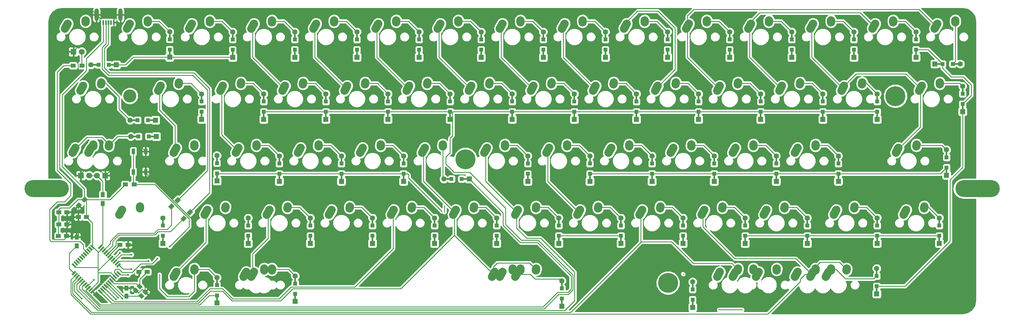
<source format=gbl>
G04 #@! TF.FileFunction,Copper,L2,Bot,Signal*
%FSLAX46Y46*%
G04 Gerber Fmt 4.6, Leading zero omitted, Abs format (unit mm)*
G04 Created by KiCad (PCBNEW 4.0.5+dfsg1-4) date Mon May  8 00:20:08 2017*
%MOMM*%
%LPD*%
G01*
G04 APERTURE LIST*
%ADD10C,0.100000*%
%ADD11R,1.500000X1.250000*%
%ADD12R,1.250000X1.500000*%
%ADD13R,1.200000X1.200000*%
%ADD14R,1.600000X1.600000*%
%ADD15C,1.600000*%
%ADD16R,2.500000X0.500000*%
%ADD17R,0.500000X2.500000*%
%ADD18R,0.500000X1.400000*%
%ADD19O,1.300000X3.800000*%
%ADD20R,1.500000X1.300000*%
%ADD21R,1.300000X1.500000*%
%ADD22R,1.000000X1.700000*%
%ADD23C,2.500000*%
%ADD24O,13.600000X5.200000*%
%ADD25C,4.000000*%
%ADD26C,6.100000*%
%ADD27R,1.800000X1.800000*%
%ADD28C,1.800000*%
%ADD29C,0.600000*%
%ADD30C,0.250000*%
%ADD31C,0.254000*%
G04 APERTURE END LIST*
D10*
G36*
X83537958Y-170916280D02*
X83926866Y-171305188D01*
X82866206Y-172365848D01*
X82477298Y-171976940D01*
X83537958Y-170916280D01*
X83537958Y-170916280D01*
G37*
G36*
X84103643Y-171481966D02*
X84492551Y-171870874D01*
X83431891Y-172931534D01*
X83042983Y-172542626D01*
X84103643Y-171481966D01*
X84103643Y-171481966D01*
G37*
G36*
X84669328Y-172047651D02*
X85058236Y-172436559D01*
X83997576Y-173497219D01*
X83608668Y-173108311D01*
X84669328Y-172047651D01*
X84669328Y-172047651D01*
G37*
G36*
X85235014Y-172613336D02*
X85623922Y-173002244D01*
X84563262Y-174062904D01*
X84174354Y-173673996D01*
X85235014Y-172613336D01*
X85235014Y-172613336D01*
G37*
G36*
X85800699Y-173179022D02*
X86189607Y-173567930D01*
X85128947Y-174628590D01*
X84740039Y-174239682D01*
X85800699Y-173179022D01*
X85800699Y-173179022D01*
G37*
G36*
X86366385Y-173744707D02*
X86755293Y-174133615D01*
X85694633Y-175194275D01*
X85305725Y-174805367D01*
X86366385Y-173744707D01*
X86366385Y-173744707D01*
G37*
G36*
X86932070Y-174310393D02*
X87320978Y-174699301D01*
X86260318Y-175759961D01*
X85871410Y-175371053D01*
X86932070Y-174310393D01*
X86932070Y-174310393D01*
G37*
G36*
X87497756Y-174876078D02*
X87886664Y-175264986D01*
X86826004Y-176325646D01*
X86437096Y-175936738D01*
X87497756Y-174876078D01*
X87497756Y-174876078D01*
G37*
G36*
X88063441Y-175441764D02*
X88452349Y-175830672D01*
X87391689Y-176891332D01*
X87002781Y-176502424D01*
X88063441Y-175441764D01*
X88063441Y-175441764D01*
G37*
G36*
X88629126Y-176007449D02*
X89018034Y-176396357D01*
X87957374Y-177457017D01*
X87568466Y-177068109D01*
X88629126Y-176007449D01*
X88629126Y-176007449D01*
G37*
G36*
X89194812Y-176573134D02*
X89583720Y-176962042D01*
X88523060Y-178022702D01*
X88134152Y-177633794D01*
X89194812Y-176573134D01*
X89194812Y-176573134D01*
G37*
G36*
X89583720Y-180037958D02*
X89194812Y-180426866D01*
X88134152Y-179366206D01*
X88523060Y-178977298D01*
X89583720Y-180037958D01*
X89583720Y-180037958D01*
G37*
G36*
X89018034Y-180603643D02*
X88629126Y-180992551D01*
X87568466Y-179931891D01*
X87957374Y-179542983D01*
X89018034Y-180603643D01*
X89018034Y-180603643D01*
G37*
G36*
X88452349Y-181169328D02*
X88063441Y-181558236D01*
X87002781Y-180497576D01*
X87391689Y-180108668D01*
X88452349Y-181169328D01*
X88452349Y-181169328D01*
G37*
G36*
X87886664Y-181735014D02*
X87497756Y-182123922D01*
X86437096Y-181063262D01*
X86826004Y-180674354D01*
X87886664Y-181735014D01*
X87886664Y-181735014D01*
G37*
G36*
X87320978Y-182300699D02*
X86932070Y-182689607D01*
X85871410Y-181628947D01*
X86260318Y-181240039D01*
X87320978Y-182300699D01*
X87320978Y-182300699D01*
G37*
G36*
X86755293Y-182866385D02*
X86366385Y-183255293D01*
X85305725Y-182194633D01*
X85694633Y-181805725D01*
X86755293Y-182866385D01*
X86755293Y-182866385D01*
G37*
G36*
X86189607Y-183432070D02*
X85800699Y-183820978D01*
X84740039Y-182760318D01*
X85128947Y-182371410D01*
X86189607Y-183432070D01*
X86189607Y-183432070D01*
G37*
G36*
X85623922Y-183997756D02*
X85235014Y-184386664D01*
X84174354Y-183326004D01*
X84563262Y-182937096D01*
X85623922Y-183997756D01*
X85623922Y-183997756D01*
G37*
G36*
X85058236Y-184563441D02*
X84669328Y-184952349D01*
X83608668Y-183891689D01*
X83997576Y-183502781D01*
X85058236Y-184563441D01*
X85058236Y-184563441D01*
G37*
G36*
X84492551Y-185129126D02*
X84103643Y-185518034D01*
X83042983Y-184457374D01*
X83431891Y-184068466D01*
X84492551Y-185129126D01*
X84492551Y-185129126D01*
G37*
G36*
X83926866Y-185694812D02*
X83537958Y-186083720D01*
X82477298Y-185023060D01*
X82866206Y-184634152D01*
X83926866Y-185694812D01*
X83926866Y-185694812D01*
G37*
G36*
X81133794Y-184634152D02*
X81522702Y-185023060D01*
X80462042Y-186083720D01*
X80073134Y-185694812D01*
X81133794Y-184634152D01*
X81133794Y-184634152D01*
G37*
G36*
X80568109Y-184068466D02*
X80957017Y-184457374D01*
X79896357Y-185518034D01*
X79507449Y-185129126D01*
X80568109Y-184068466D01*
X80568109Y-184068466D01*
G37*
G36*
X80002424Y-183502781D02*
X80391332Y-183891689D01*
X79330672Y-184952349D01*
X78941764Y-184563441D01*
X80002424Y-183502781D01*
X80002424Y-183502781D01*
G37*
G36*
X79436738Y-182937096D02*
X79825646Y-183326004D01*
X78764986Y-184386664D01*
X78376078Y-183997756D01*
X79436738Y-182937096D01*
X79436738Y-182937096D01*
G37*
G36*
X78871053Y-182371410D02*
X79259961Y-182760318D01*
X78199301Y-183820978D01*
X77810393Y-183432070D01*
X78871053Y-182371410D01*
X78871053Y-182371410D01*
G37*
G36*
X78305367Y-181805725D02*
X78694275Y-182194633D01*
X77633615Y-183255293D01*
X77244707Y-182866385D01*
X78305367Y-181805725D01*
X78305367Y-181805725D01*
G37*
G36*
X77739682Y-181240039D02*
X78128590Y-181628947D01*
X77067930Y-182689607D01*
X76679022Y-182300699D01*
X77739682Y-181240039D01*
X77739682Y-181240039D01*
G37*
G36*
X77173996Y-180674354D02*
X77562904Y-181063262D01*
X76502244Y-182123922D01*
X76113336Y-181735014D01*
X77173996Y-180674354D01*
X77173996Y-180674354D01*
G37*
G36*
X76608311Y-180108668D02*
X76997219Y-180497576D01*
X75936559Y-181558236D01*
X75547651Y-181169328D01*
X76608311Y-180108668D01*
X76608311Y-180108668D01*
G37*
G36*
X76042626Y-179542983D02*
X76431534Y-179931891D01*
X75370874Y-180992551D01*
X74981966Y-180603643D01*
X76042626Y-179542983D01*
X76042626Y-179542983D01*
G37*
G36*
X75476940Y-178977298D02*
X75865848Y-179366206D01*
X74805188Y-180426866D01*
X74416280Y-180037958D01*
X75476940Y-178977298D01*
X75476940Y-178977298D01*
G37*
G36*
X75865848Y-177633794D02*
X75476940Y-178022702D01*
X74416280Y-176962042D01*
X74805188Y-176573134D01*
X75865848Y-177633794D01*
X75865848Y-177633794D01*
G37*
G36*
X76431534Y-177068109D02*
X76042626Y-177457017D01*
X74981966Y-176396357D01*
X75370874Y-176007449D01*
X76431534Y-177068109D01*
X76431534Y-177068109D01*
G37*
G36*
X76997219Y-176502424D02*
X76608311Y-176891332D01*
X75547651Y-175830672D01*
X75936559Y-175441764D01*
X76997219Y-176502424D01*
X76997219Y-176502424D01*
G37*
G36*
X77562904Y-175936738D02*
X77173996Y-176325646D01*
X76113336Y-175264986D01*
X76502244Y-174876078D01*
X77562904Y-175936738D01*
X77562904Y-175936738D01*
G37*
G36*
X78128590Y-175371053D02*
X77739682Y-175759961D01*
X76679022Y-174699301D01*
X77067930Y-174310393D01*
X78128590Y-175371053D01*
X78128590Y-175371053D01*
G37*
G36*
X78694275Y-174805367D02*
X78305367Y-175194275D01*
X77244707Y-174133615D01*
X77633615Y-173744707D01*
X78694275Y-174805367D01*
X78694275Y-174805367D01*
G37*
G36*
X79259961Y-174239682D02*
X78871053Y-174628590D01*
X77810393Y-173567930D01*
X78199301Y-173179022D01*
X79259961Y-174239682D01*
X79259961Y-174239682D01*
G37*
G36*
X79825646Y-173673996D02*
X79436738Y-174062904D01*
X78376078Y-173002244D01*
X78764986Y-172613336D01*
X79825646Y-173673996D01*
X79825646Y-173673996D01*
G37*
G36*
X80391332Y-173108311D02*
X80002424Y-173497219D01*
X78941764Y-172436559D01*
X79330672Y-172047651D01*
X80391332Y-173108311D01*
X80391332Y-173108311D01*
G37*
G36*
X80957017Y-172542626D02*
X80568109Y-172931534D01*
X79507449Y-171870874D01*
X79896357Y-171481966D01*
X80957017Y-172542626D01*
X80957017Y-172542626D01*
G37*
G36*
X81522702Y-171976940D02*
X81133794Y-172365848D01*
X80073134Y-171305188D01*
X80462042Y-170916280D01*
X81522702Y-171976940D01*
X81522702Y-171976940D01*
G37*
D11*
X97600000Y-179350000D03*
X95100000Y-179350000D03*
D12*
X91275000Y-186800000D03*
X91275000Y-184300000D03*
D11*
X70375000Y-168325000D03*
X72875000Y-168325000D03*
D10*
G36*
X78472271Y-156143845D02*
X79356155Y-157027729D01*
X78295495Y-158088389D01*
X77411611Y-157204505D01*
X78472271Y-156143845D01*
X78472271Y-156143845D01*
G37*
G36*
X76704505Y-157911611D02*
X77588389Y-158795495D01*
X76527729Y-159856155D01*
X75643845Y-158972271D01*
X76704505Y-157911611D01*
X76704505Y-157911611D01*
G37*
D11*
X70500000Y-161000000D03*
X73000000Y-161000000D03*
X79000000Y-162500000D03*
X76500000Y-162500000D03*
X70500000Y-164750000D03*
X73000000Y-164750000D03*
X89250000Y-171000000D03*
X91750000Y-171000000D03*
D13*
X82675000Y-115750000D03*
X85825000Y-115750000D03*
D14*
X88150000Y-115750000D03*
D15*
X80350000Y-115750000D03*
D16*
X86950000Y-115750000D03*
X81550000Y-115750000D03*
D13*
X104500000Y-107925000D03*
X104500000Y-111075000D03*
D14*
X104500000Y-113400000D03*
D15*
X104500000Y-105600000D03*
D17*
X104500000Y-112200000D03*
X104500000Y-106800000D03*
D13*
X123825000Y-107962500D03*
X123825000Y-111112500D03*
D14*
X123825000Y-113437500D03*
D15*
X123825000Y-105637500D03*
D17*
X123825000Y-112237500D03*
X123825000Y-106837500D03*
D13*
X142875000Y-107962500D03*
X142875000Y-111112500D03*
D14*
X142875000Y-113437500D03*
D15*
X142875000Y-105637500D03*
D17*
X142875000Y-112237500D03*
X142875000Y-106837500D03*
D13*
X161925000Y-107962500D03*
X161925000Y-111112500D03*
D14*
X161925000Y-113437500D03*
D15*
X161925000Y-105637500D03*
D17*
X161925000Y-112237500D03*
X161925000Y-106837500D03*
D13*
X180975000Y-107962500D03*
X180975000Y-111112500D03*
D14*
X180975000Y-113437500D03*
D15*
X180975000Y-105637500D03*
D17*
X180975000Y-112237500D03*
X180975000Y-106837500D03*
D13*
X200025000Y-107962500D03*
X200025000Y-111112500D03*
D14*
X200025000Y-113437500D03*
D15*
X200025000Y-105637500D03*
D17*
X200025000Y-112237500D03*
X200025000Y-106837500D03*
D13*
X219075000Y-107962500D03*
X219075000Y-111112500D03*
D14*
X219075000Y-113437500D03*
D15*
X219075000Y-105637500D03*
D17*
X219075000Y-112237500D03*
X219075000Y-106837500D03*
D13*
X238125000Y-107962500D03*
X238125000Y-111112500D03*
D14*
X238125000Y-113437500D03*
D15*
X238125000Y-105637500D03*
D17*
X238125000Y-112237500D03*
X238125000Y-106837500D03*
D13*
X257175000Y-107962500D03*
X257175000Y-111112500D03*
D14*
X257175000Y-113437500D03*
D15*
X257175000Y-105637500D03*
D17*
X257175000Y-112237500D03*
X257175000Y-106837500D03*
D13*
X276225000Y-107962500D03*
X276225000Y-111112500D03*
D14*
X276225000Y-113437500D03*
D15*
X276225000Y-105637500D03*
D17*
X276225000Y-112237500D03*
X276225000Y-106837500D03*
D13*
X295275000Y-107962500D03*
X295275000Y-111112500D03*
D14*
X295275000Y-113437500D03*
D15*
X295275000Y-105637500D03*
D17*
X295275000Y-112237500D03*
X295275000Y-106837500D03*
D13*
X314325000Y-107962500D03*
X314325000Y-111112500D03*
D14*
X314325000Y-113437500D03*
D15*
X314325000Y-105637500D03*
D17*
X314325000Y-112237500D03*
X314325000Y-106837500D03*
D13*
X94675000Y-132750000D03*
X97825000Y-132750000D03*
D14*
X100150000Y-132750000D03*
D15*
X92350000Y-132750000D03*
D16*
X98950000Y-132750000D03*
X93550000Y-132750000D03*
D13*
X114300000Y-127012500D03*
X114300000Y-130162500D03*
D14*
X114300000Y-132487500D03*
D15*
X114300000Y-124687500D03*
D17*
X114300000Y-131287500D03*
X114300000Y-125887500D03*
D13*
X133350000Y-127012500D03*
X133350000Y-130162500D03*
D14*
X133350000Y-132487500D03*
D15*
X133350000Y-124687500D03*
D17*
X133350000Y-131287500D03*
X133350000Y-125887500D03*
D13*
X152400000Y-127012500D03*
X152400000Y-130162500D03*
D14*
X152400000Y-132487500D03*
D15*
X152400000Y-124687500D03*
D17*
X152400000Y-131287500D03*
X152400000Y-125887500D03*
D13*
X171450000Y-127012500D03*
X171450000Y-130162500D03*
D14*
X171450000Y-132487500D03*
D15*
X171450000Y-124687500D03*
D17*
X171450000Y-131287500D03*
X171450000Y-125887500D03*
D13*
X190500000Y-127012500D03*
X190500000Y-130162500D03*
D14*
X190500000Y-132487500D03*
D15*
X190500000Y-124687500D03*
D17*
X190500000Y-131287500D03*
X190500000Y-125887500D03*
D13*
X209550000Y-127012500D03*
X209550000Y-130162500D03*
D14*
X209550000Y-132487500D03*
D15*
X209550000Y-124687500D03*
D17*
X209550000Y-131287500D03*
X209550000Y-125887500D03*
D13*
X228600000Y-127012500D03*
X228600000Y-130162500D03*
D14*
X228600000Y-132487500D03*
D15*
X228600000Y-124687500D03*
D17*
X228600000Y-131287500D03*
X228600000Y-125887500D03*
D13*
X247650000Y-127012500D03*
X247650000Y-130162500D03*
D14*
X247650000Y-132487500D03*
D15*
X247650000Y-124687500D03*
D17*
X247650000Y-131287500D03*
X247650000Y-125887500D03*
D13*
X266700000Y-127012500D03*
X266700000Y-130162500D03*
D14*
X266700000Y-132487500D03*
D15*
X266700000Y-124687500D03*
D17*
X266700000Y-131287500D03*
X266700000Y-125887500D03*
D13*
X285750000Y-127012500D03*
X285750000Y-130162500D03*
D14*
X285750000Y-132487500D03*
D15*
X285750000Y-124687500D03*
D17*
X285750000Y-131287500D03*
X285750000Y-125887500D03*
D13*
X304800000Y-127012500D03*
X304800000Y-130162500D03*
D14*
X304800000Y-132487500D03*
D15*
X304800000Y-124687500D03*
D17*
X304800000Y-131287500D03*
X304800000Y-125887500D03*
D13*
X321468750Y-127012500D03*
X321468750Y-130162500D03*
D14*
X321468750Y-132487500D03*
D15*
X321468750Y-124687500D03*
D17*
X321468750Y-131287500D03*
X321468750Y-125887500D03*
D13*
X94925000Y-137750000D03*
X98075000Y-137750000D03*
D14*
X100400000Y-137750000D03*
D15*
X92600000Y-137750000D03*
D16*
X99200000Y-137750000D03*
X93800000Y-137750000D03*
D13*
X119000000Y-145925000D03*
X119000000Y-149075000D03*
D14*
X119000000Y-151400000D03*
D15*
X119000000Y-143600000D03*
D17*
X119000000Y-150200000D03*
X119000000Y-144800000D03*
D13*
X138112500Y-146062500D03*
X138112500Y-149212500D03*
D14*
X138112500Y-151537500D03*
D15*
X138112500Y-143737500D03*
D17*
X138112500Y-150337500D03*
X138112500Y-144937500D03*
D13*
X157162500Y-146062500D03*
X157162500Y-149212500D03*
D14*
X157162500Y-151537500D03*
D15*
X157162500Y-143737500D03*
D17*
X157162500Y-150337500D03*
X157162500Y-144937500D03*
D13*
X176212500Y-146062500D03*
X176212500Y-149212500D03*
D14*
X176212500Y-151537500D03*
D15*
X176212500Y-143737500D03*
D17*
X176212500Y-150337500D03*
X176212500Y-144937500D03*
D13*
X190900000Y-150800000D03*
X194050000Y-150800000D03*
D14*
X196375000Y-150800000D03*
D15*
X188575000Y-150800000D03*
D16*
X195175000Y-150800000D03*
X189775000Y-150800000D03*
D13*
X214312500Y-146062500D03*
X214312500Y-149212500D03*
D14*
X214312500Y-151537500D03*
D15*
X214312500Y-143737500D03*
D17*
X214312500Y-150337500D03*
X214312500Y-144937500D03*
D13*
X233362500Y-146062500D03*
X233362500Y-149212500D03*
D14*
X233362500Y-151537500D03*
D15*
X233362500Y-143737500D03*
D17*
X233362500Y-150337500D03*
X233362500Y-144937500D03*
D13*
X252412500Y-146062500D03*
X252412500Y-149212500D03*
D14*
X252412500Y-151537500D03*
D15*
X252412500Y-143737500D03*
D17*
X252412500Y-150337500D03*
X252412500Y-144937500D03*
D13*
X271462500Y-146062500D03*
X271462500Y-149212500D03*
D14*
X271462500Y-151537500D03*
D15*
X271462500Y-143737500D03*
D17*
X271462500Y-150337500D03*
X271462500Y-144937500D03*
D13*
X290512500Y-146062500D03*
X290512500Y-149212500D03*
D14*
X290512500Y-151537500D03*
D15*
X290512500Y-143737500D03*
D17*
X290512500Y-150337500D03*
X290512500Y-144937500D03*
D13*
X309562500Y-146062500D03*
X309562500Y-149212500D03*
D14*
X309562500Y-151537500D03*
D15*
X309562500Y-143737500D03*
D17*
X309562500Y-150337500D03*
X309562500Y-144937500D03*
D13*
X342750000Y-144175000D03*
X342750000Y-147325000D03*
D14*
X342750000Y-149650000D03*
D15*
X342750000Y-141850000D03*
D17*
X342750000Y-148450000D03*
X342750000Y-143050000D03*
D13*
X102393750Y-165112500D03*
X102393750Y-168262500D03*
D14*
X102393750Y-170587500D03*
D15*
X102393750Y-162787500D03*
D17*
X102393750Y-169387500D03*
X102393750Y-163987500D03*
D13*
X128587500Y-165112500D03*
X128587500Y-168262500D03*
D14*
X128587500Y-170587500D03*
D15*
X128587500Y-162787500D03*
D17*
X128587500Y-169387500D03*
X128587500Y-163987500D03*
D13*
X147637500Y-165112500D03*
X147637500Y-168262500D03*
D14*
X147637500Y-170587500D03*
D15*
X147637500Y-162787500D03*
D17*
X147637500Y-169387500D03*
X147637500Y-163987500D03*
D13*
X166687500Y-165112500D03*
X166687500Y-168262500D03*
D14*
X166687500Y-170587500D03*
D15*
X166687500Y-162787500D03*
D17*
X166687500Y-169387500D03*
X166687500Y-163987500D03*
D13*
X185737500Y-165112500D03*
X185737500Y-168262500D03*
D14*
X185737500Y-170587500D03*
D15*
X185737500Y-162787500D03*
D17*
X185737500Y-169387500D03*
X185737500Y-163987500D03*
D13*
X204787500Y-165112500D03*
X204787500Y-168262500D03*
D14*
X204787500Y-170587500D03*
D15*
X204787500Y-162787500D03*
D17*
X204787500Y-169387500D03*
X204787500Y-163987500D03*
D13*
X223837500Y-165112500D03*
X223837500Y-168262500D03*
D14*
X223837500Y-170587500D03*
D15*
X223837500Y-162787500D03*
D17*
X223837500Y-169387500D03*
X223837500Y-163987500D03*
D13*
X242887500Y-165112500D03*
X242887500Y-168262500D03*
D14*
X242887500Y-170587500D03*
D15*
X242887500Y-162787500D03*
D17*
X242887500Y-169387500D03*
X242887500Y-163987500D03*
D13*
X261937500Y-165112500D03*
X261937500Y-168262500D03*
D14*
X261937500Y-170587500D03*
D15*
X261937500Y-162787500D03*
D17*
X261937500Y-169387500D03*
X261937500Y-163987500D03*
D13*
X280987500Y-165112500D03*
X280987500Y-168262500D03*
D14*
X280987500Y-170587500D03*
D15*
X280987500Y-162787500D03*
D17*
X280987500Y-169387500D03*
X280987500Y-163987500D03*
D13*
X300037500Y-165112500D03*
X300037500Y-168262500D03*
D14*
X300037500Y-170587500D03*
D15*
X300037500Y-162787500D03*
D17*
X300037500Y-169387500D03*
X300037500Y-163987500D03*
D13*
X321468750Y-165112500D03*
X321468750Y-168262500D03*
D14*
X321468750Y-170587500D03*
D15*
X321468750Y-162787500D03*
D17*
X321468750Y-169387500D03*
X321468750Y-163987500D03*
D13*
X340518750Y-165112500D03*
X340518750Y-168262500D03*
D14*
X340518750Y-170587500D03*
D15*
X340518750Y-162787500D03*
D17*
X340518750Y-169387500D03*
X340518750Y-163987500D03*
D13*
X119000000Y-183425000D03*
X119000000Y-186575000D03*
D14*
X119000000Y-188900000D03*
D15*
X119000000Y-181100000D03*
D17*
X119000000Y-187700000D03*
X119000000Y-182300000D03*
D13*
X143000000Y-182925000D03*
X143000000Y-186075000D03*
D14*
X143000000Y-188400000D03*
D15*
X143000000Y-180600000D03*
D17*
X143000000Y-187200000D03*
X143000000Y-181800000D03*
D13*
X224750000Y-184425000D03*
X224750000Y-187575000D03*
D14*
X224750000Y-189900000D03*
D15*
X224750000Y-182100000D03*
D17*
X224750000Y-188700000D03*
X224750000Y-183300000D03*
D13*
X264875000Y-184725000D03*
X264875000Y-187875000D03*
D14*
X264875000Y-190200000D03*
D15*
X264875000Y-182400000D03*
D17*
X264875000Y-189000000D03*
X264875000Y-183600000D03*
D13*
X321325000Y-180600000D03*
X321325000Y-183750000D03*
D14*
X321325000Y-186075000D03*
D15*
X321325000Y-178275000D03*
D17*
X321325000Y-184875000D03*
X321325000Y-179475000D03*
D13*
X344650000Y-115475000D03*
X341500000Y-115475000D03*
D14*
X339175000Y-115475000D03*
D15*
X346975000Y-115475000D03*
D16*
X340375000Y-115475000D03*
X345775000Y-115475000D03*
D13*
X333375000Y-107962500D03*
X333375000Y-111112500D03*
D14*
X333375000Y-113437500D03*
D15*
X333375000Y-105637500D03*
D17*
X333375000Y-112237500D03*
X333375000Y-106837500D03*
D13*
X347662500Y-124631250D03*
X347662500Y-127781250D03*
D14*
X347662500Y-130106250D03*
D15*
X347662500Y-122306250D03*
D17*
X347662500Y-128906250D03*
X347662500Y-123506250D03*
D18*
X84150000Y-102750000D03*
X84950000Y-102750000D03*
X85750000Y-102750000D03*
X86550000Y-102750000D03*
X87350000Y-102750000D03*
D19*
X82100000Y-100350000D03*
X89400000Y-100350000D03*
D20*
X90900000Y-152500000D03*
X93600000Y-152500000D03*
D21*
X76000000Y-171350000D03*
X76000000Y-168650000D03*
D10*
G36*
X104974695Y-160194543D02*
X104055457Y-159275305D01*
X105116117Y-158214645D01*
X106035355Y-159133883D01*
X104974695Y-160194543D01*
X104974695Y-160194543D01*
G37*
G36*
X106883883Y-158285355D02*
X105964645Y-157366117D01*
X107025305Y-156305457D01*
X107944543Y-157224695D01*
X106883883Y-158285355D01*
X106883883Y-158285355D01*
G37*
G36*
X110775305Y-160055457D02*
X111694543Y-160974695D01*
X110633883Y-162035355D01*
X109714645Y-161116117D01*
X110775305Y-160055457D01*
X110775305Y-160055457D01*
G37*
G36*
X108866117Y-161964645D02*
X109785355Y-162883883D01*
X108724695Y-163944543D01*
X107805457Y-163025305D01*
X108866117Y-161964645D01*
X108866117Y-161964645D01*
G37*
D22*
X97150000Y-148650000D03*
X97150000Y-142350000D03*
X93350000Y-148650000D03*
X93350000Y-142350000D03*
D23*
X327994203Y-141256296D02*
X327183297Y-142716204D01*
X333533474Y-140176922D02*
X333494026Y-140755578D01*
D24*
X66750000Y-153750000D03*
X352250000Y-153750000D03*
D25*
X92275000Y-125300000D03*
D26*
X327050000Y-125375000D03*
X257325000Y-182725000D03*
X195225000Y-144775000D03*
D10*
G36*
X93181192Y-184931802D02*
X94029720Y-184083274D01*
X95019670Y-185073224D01*
X94171142Y-185921752D01*
X93181192Y-184931802D01*
X93181192Y-184931802D01*
G37*
G36*
X94878248Y-186628858D02*
X95726776Y-185780330D01*
X96716726Y-186770280D01*
X95868198Y-187618808D01*
X94878248Y-186628858D01*
X94878248Y-186628858D01*
G37*
G36*
X94383274Y-183729720D02*
X95231802Y-182881192D01*
X96221752Y-183871142D01*
X95373224Y-184719670D01*
X94383274Y-183729720D01*
X94383274Y-183729720D01*
G37*
G36*
X96080330Y-185426776D02*
X96928858Y-184578248D01*
X97918808Y-185568198D01*
X97070280Y-186416726D01*
X96080330Y-185426776D01*
X96080330Y-185426776D01*
G37*
D27*
X75000000Y-111750000D03*
D28*
X77540000Y-111750000D03*
D27*
X77250000Y-149750000D03*
D28*
X79790000Y-149750000D03*
D20*
X74900000Y-116000000D03*
X77600000Y-116000000D03*
D21*
X84000000Y-158350000D03*
X84000000Y-155650000D03*
D27*
X84750000Y-149750000D03*
D28*
X82210000Y-149750000D03*
D23*
X92250453Y-103156296D02*
X91439547Y-104616204D01*
X97789724Y-102076922D02*
X97750276Y-102655578D01*
X339900453Y-103156296D02*
X339089547Y-104616204D01*
X345439724Y-102076922D02*
X345400276Y-102655578D01*
X301800453Y-179356296D02*
X300989547Y-180816204D01*
X307339724Y-178276922D02*
X307300276Y-178855578D01*
X106537953Y-179356296D02*
X105727047Y-180816204D01*
X112077224Y-178276922D02*
X112037776Y-178855578D01*
X330375453Y-160306296D02*
X329564547Y-161766204D01*
X335914724Y-159226922D02*
X335875276Y-159805578D01*
X287512953Y-160306296D02*
X286702047Y-161766204D01*
X293052224Y-159226922D02*
X293012776Y-159805578D01*
X268462953Y-160306296D02*
X267652047Y-161766204D01*
X274002224Y-159226922D02*
X273962776Y-159805578D01*
X249412953Y-160306296D02*
X248602047Y-161766204D01*
X254952224Y-159226922D02*
X254912776Y-159805578D01*
X230362953Y-160306296D02*
X229552047Y-161766204D01*
X235902224Y-159226922D02*
X235862776Y-159805578D01*
X211312953Y-160306296D02*
X210502047Y-161766204D01*
X216852224Y-159226922D02*
X216812776Y-159805578D01*
X192262953Y-160306296D02*
X191452047Y-161766204D01*
X197802224Y-159226922D02*
X197762776Y-159805578D01*
X173212953Y-160306296D02*
X172402047Y-161766204D01*
X178752224Y-159226922D02*
X178712776Y-159805578D01*
X154162953Y-160306296D02*
X153352047Y-161766204D01*
X159702224Y-159226922D02*
X159662776Y-159805578D01*
X135112953Y-160306296D02*
X134302047Y-161766204D01*
X140652224Y-159226922D02*
X140612776Y-159805578D01*
X116062953Y-160306296D02*
X115252047Y-161766204D01*
X121602224Y-159226922D02*
X121562776Y-159805578D01*
X297037953Y-141256296D02*
X296227047Y-142716204D01*
X302577224Y-140176922D02*
X302537776Y-140755578D01*
X277987953Y-141256296D02*
X277177047Y-142716204D01*
X283527224Y-140176922D02*
X283487776Y-140755578D01*
X258937953Y-141256296D02*
X258127047Y-142716204D01*
X264477224Y-140176922D02*
X264437776Y-140755578D01*
X239887953Y-141256296D02*
X239077047Y-142716204D01*
X245427224Y-140176922D02*
X245387776Y-140755578D01*
X220837953Y-141256296D02*
X220027047Y-142716204D01*
X226377224Y-140176922D02*
X226337776Y-140755578D01*
X201787953Y-141256296D02*
X200977047Y-142716204D01*
X207327224Y-140176922D02*
X207287776Y-140755578D01*
X182737953Y-141256296D02*
X181927047Y-142716204D01*
X188277224Y-140176922D02*
X188237776Y-140755578D01*
X163687953Y-141256296D02*
X162877047Y-142716204D01*
X169227224Y-140176922D02*
X169187776Y-140755578D01*
X144637953Y-141256296D02*
X143827047Y-142716204D01*
X150177224Y-140176922D02*
X150137776Y-140755578D01*
X125587953Y-141256296D02*
X124777047Y-142716204D01*
X131127224Y-140176922D02*
X131087776Y-140755578D01*
X106537953Y-141256296D02*
X105727047Y-142716204D01*
X112077224Y-140176922D02*
X112037776Y-140755578D01*
X311325453Y-122206296D02*
X310514547Y-123666204D01*
X316864724Y-121126922D02*
X316825276Y-121705578D01*
X292275453Y-122206296D02*
X291464547Y-123666204D01*
X297814724Y-121126922D02*
X297775276Y-121705578D01*
X273225453Y-122206296D02*
X272414547Y-123666204D01*
X278764724Y-121126922D02*
X278725276Y-121705578D01*
X254175453Y-122206296D02*
X253364547Y-123666204D01*
X259714724Y-121126922D02*
X259675276Y-121705578D01*
X235125453Y-122206296D02*
X234314547Y-123666204D01*
X240664724Y-121126922D02*
X240625276Y-121705578D01*
X216075453Y-122206296D02*
X215264547Y-123666204D01*
X221614724Y-121126922D02*
X221575276Y-121705578D01*
X197025453Y-122206296D02*
X196214547Y-123666204D01*
X202564724Y-121126922D02*
X202525276Y-121705578D01*
X177975453Y-122206296D02*
X177164547Y-123666204D01*
X183514724Y-121126922D02*
X183475276Y-121705578D01*
X158925453Y-122206296D02*
X158114547Y-123666204D01*
X164464724Y-121126922D02*
X164425276Y-121705578D01*
X139875453Y-122206296D02*
X139064547Y-123666204D01*
X145414724Y-121126922D02*
X145375276Y-121705578D01*
X120825453Y-122206296D02*
X120014547Y-123666204D01*
X126364724Y-121126922D02*
X126325276Y-121705578D01*
X101775453Y-122206296D02*
X100964547Y-123666204D01*
X107314724Y-121126922D02*
X107275276Y-121705578D01*
X301800453Y-103156296D02*
X300989547Y-104616204D01*
X307339724Y-102076922D02*
X307300276Y-102655578D01*
X282750453Y-103156296D02*
X281939547Y-104616204D01*
X288289724Y-102076922D02*
X288250276Y-102655578D01*
X263700453Y-103156296D02*
X262889547Y-104616204D01*
X269239724Y-102076922D02*
X269200276Y-102655578D01*
X244650453Y-103156296D02*
X243839547Y-104616204D01*
X250189724Y-102076922D02*
X250150276Y-102655578D01*
X225600453Y-103156296D02*
X224789547Y-104616204D01*
X231139724Y-102076922D02*
X231100276Y-102655578D01*
X206550453Y-103156296D02*
X205739547Y-104616204D01*
X212089724Y-102076922D02*
X212050276Y-102655578D01*
X187500453Y-103156296D02*
X186689547Y-104616204D01*
X193039724Y-102076922D02*
X193000276Y-102655578D01*
X168450453Y-103156296D02*
X167639547Y-104616204D01*
X173989724Y-102076922D02*
X173950276Y-102655578D01*
X149400453Y-103156296D02*
X148589547Y-104616204D01*
X154939724Y-102076922D02*
X154900276Y-102655578D01*
X130350453Y-103156296D02*
X129539547Y-104616204D01*
X135889724Y-102076922D02*
X135850276Y-102655578D01*
X111300453Y-103156296D02*
X110489547Y-104616204D01*
X116839724Y-102076922D02*
X116800276Y-102655578D01*
X73200453Y-103156296D02*
X72389547Y-104616204D01*
X78739724Y-102076922D02*
X78700276Y-102655578D01*
X320850453Y-103156296D02*
X320039547Y-104616204D01*
X326389724Y-102076922D02*
X326350276Y-102655578D01*
X75581703Y-141256296D02*
X74770797Y-142716204D01*
X81120974Y-140176922D02*
X81081526Y-140755578D01*
X127969203Y-179356296D02*
X127158297Y-180816204D01*
X133508474Y-178276922D02*
X133469026Y-178855578D01*
X285131703Y-179356296D02*
X284320797Y-180816204D01*
X290670974Y-178276922D02*
X290631526Y-178855578D01*
X306562953Y-179356296D02*
X305752047Y-180816204D01*
X312102224Y-178276922D02*
X312062776Y-178855578D01*
X297037953Y-179356296D02*
X296227047Y-180816204D01*
X302577224Y-178276922D02*
X302537776Y-178855578D01*
X77962953Y-122206296D02*
X77152047Y-123666204D01*
X83502224Y-121126922D02*
X83462776Y-121705578D01*
X130350453Y-179356296D02*
X129539547Y-180816204D01*
X135889724Y-178276922D02*
X135850276Y-178855578D01*
X277987953Y-179356296D02*
X277177047Y-180816204D01*
X283527224Y-178276922D02*
X283487776Y-178855578D01*
X335137953Y-122206296D02*
X334327047Y-123666204D01*
X340677224Y-121126922D02*
X340637776Y-121705578D01*
X273225453Y-179356296D02*
X272414547Y-180816204D01*
X278764724Y-178276922D02*
X278725276Y-178855578D01*
X89869203Y-160306296D02*
X89058297Y-161766204D01*
X95408474Y-159226922D02*
X95369026Y-159805578D01*
X80344203Y-141256296D02*
X79533297Y-142716204D01*
X85883474Y-140176922D02*
X85844026Y-140755578D01*
X211312953Y-179356296D02*
X210502047Y-180816204D01*
X216852224Y-178276922D02*
X216812776Y-178855578D01*
X308944203Y-160306296D02*
X308133297Y-161766204D01*
X314483474Y-159226922D02*
X314444026Y-159805578D01*
X204169203Y-179356296D02*
X203358297Y-180816204D01*
X209708474Y-178276922D02*
X209669026Y-178855578D01*
X206550453Y-179356296D02*
X205739547Y-180816204D01*
X212089724Y-178276922D02*
X212050276Y-178855578D01*
D29*
X77750000Y-150250000D03*
X77500000Y-187500000D03*
X123825000Y-113437500D03*
X81250000Y-181750000D03*
X280987500Y-168262500D03*
X89250000Y-173500000D03*
X92750000Y-178500000D03*
X98000000Y-176000000D03*
X92750000Y-174050000D03*
X91750000Y-180250000D03*
X90000000Y-187500000D03*
X88750000Y-187250000D03*
X88000000Y-187750000D03*
X100750000Y-175250000D03*
X104500000Y-171500000D03*
D30*
X188750000Y-159000000D02*
X188750000Y-161000000D01*
X188750000Y-160000000D02*
X188750000Y-161000000D01*
X261912500Y-179937500D02*
X261912500Y-179962500D01*
X261912500Y-179937500D02*
X262061250Y-180086250D01*
X272900000Y-190950000D02*
X280100000Y-190950000D01*
X95337868Y-183906497D02*
X95337868Y-181612132D01*
X95337868Y-181612132D02*
X97600000Y-179350000D01*
X87500000Y-183000000D02*
X93675000Y-183000000D01*
X86596194Y-182096194D02*
X87500000Y-183000000D01*
X94325000Y-183000000D02*
X95231497Y-183906497D01*
X93675000Y-183000000D02*
X94325000Y-183000000D01*
X95231497Y-183906497D02*
X95337868Y-183906497D01*
X86596194Y-181964823D02*
X86596194Y-182096194D01*
X86596194Y-181964823D02*
X86714823Y-181964823D01*
X99200000Y-179675000D02*
X99200000Y-180200000D01*
X96893503Y-182506497D02*
X96893503Y-185462132D01*
X99200000Y-180200000D02*
X96893503Y-182506497D01*
X99200000Y-179675000D02*
X99200000Y-177350000D01*
X95575000Y-179850000D02*
X95575000Y-179025000D01*
X97250000Y-177350000D02*
X99200000Y-177350000D01*
X95575000Y-179025000D02*
X97250000Y-177350000D01*
X99200000Y-177350000D02*
X100900000Y-177350000D01*
X103850000Y-174400000D02*
X100900000Y-177350000D01*
X88000000Y-182250000D02*
X93175000Y-182250000D01*
X87161880Y-181411880D02*
X88000000Y-182250000D01*
X93175000Y-182250000D02*
X95575000Y-179850000D01*
X94206497Y-185037868D02*
X94212868Y-185037868D01*
X94212868Y-185037868D02*
X94975000Y-185800000D01*
X96056371Y-184625000D02*
X96893503Y-185462132D01*
X96050000Y-184625000D02*
X96056371Y-184625000D01*
X94975000Y-185700000D02*
X96050000Y-184625000D01*
X94975000Y-185800000D02*
X94975000Y-185700000D01*
X91275000Y-184300000D02*
X93468629Y-184300000D01*
X93468629Y-184300000D02*
X94206497Y-185037868D01*
X97150000Y-148650000D02*
X97150000Y-149013602D01*
X97150000Y-149013602D02*
X111750000Y-163613602D01*
X111750000Y-163613602D02*
X111750000Y-164250000D01*
X72875000Y-168325000D02*
X72875000Y-168700000D01*
X72875000Y-168700000D02*
X72125000Y-169450000D01*
X81025000Y-99275000D02*
X82100000Y-100350000D01*
X72350000Y-99275000D02*
X81025000Y-99275000D01*
X69050000Y-102575000D02*
X72350000Y-99275000D01*
X69050000Y-109725000D02*
X69050000Y-102575000D01*
X72800000Y-113475000D02*
X69050000Y-109725000D01*
X74525000Y-113475000D02*
X72800000Y-113475000D01*
X76400000Y-115350000D02*
X74525000Y-113475000D01*
X76400000Y-117825000D02*
X76400000Y-115350000D01*
X70750000Y-123475000D02*
X76400000Y-117825000D01*
X70750000Y-147400000D02*
X70750000Y-123475000D01*
X75300000Y-151950000D02*
X70750000Y-147400000D01*
X75300000Y-156325000D02*
X75300000Y-151950000D01*
X73100000Y-158525000D02*
X75300000Y-156325000D01*
X70700000Y-158525000D02*
X73100000Y-158525000D01*
X68725000Y-160500000D02*
X70700000Y-158525000D01*
X68725000Y-169125000D02*
X68725000Y-160500000D01*
X69050000Y-169450000D02*
X68725000Y-169125000D01*
X72125000Y-169450000D02*
X69050000Y-169450000D01*
X96750000Y-141950000D02*
X97150000Y-142350000D01*
X91750000Y-140250000D02*
X91000000Y-140250000D01*
X86500000Y-148000000D02*
X84750000Y-149750000D01*
X86500000Y-144750000D02*
X86500000Y-148000000D01*
X91000000Y-140250000D02*
X86500000Y-144750000D01*
X111750000Y-166500000D02*
X103850000Y-174400000D01*
X103850000Y-174400000D02*
X103750000Y-174500000D01*
X111750000Y-163750000D02*
X111750000Y-164250000D01*
X111750000Y-164250000D02*
X111750000Y-166500000D01*
X76500000Y-162500000D02*
X76500000Y-168150000D01*
X76500000Y-168150000D02*
X76000000Y-168650000D01*
X97100000Y-142350000D02*
X95000000Y-140250000D01*
X91750000Y-140250000D02*
X95000000Y-140250000D01*
X72750000Y-168450000D02*
X72875000Y-168325000D01*
X75000000Y-111750000D02*
X75000000Y-111500000D01*
X75000000Y-111500000D02*
X76750000Y-109750000D01*
X83000000Y-101250000D02*
X82100000Y-100350000D01*
X83000000Y-108500000D02*
X83000000Y-101250000D01*
X81750000Y-109750000D02*
X83000000Y-108500000D01*
X76750000Y-109750000D02*
X81750000Y-109750000D01*
X87161880Y-181399138D02*
X87161880Y-181411880D01*
X85464823Y-173903806D02*
X85464823Y-173785177D01*
X85464823Y-173785177D02*
X88000000Y-171250000D01*
X91750000Y-170000000D02*
X91750000Y-171000000D01*
X91500000Y-169750000D02*
X91750000Y-170000000D01*
X88250000Y-169750000D02*
X91500000Y-169750000D01*
X88000000Y-170000000D02*
X88250000Y-169750000D01*
X88000000Y-171250000D02*
X88000000Y-170000000D01*
X98000000Y-171250000D02*
X100500000Y-171250000D01*
X94000000Y-171250000D02*
X98000000Y-171250000D01*
X92000000Y-171250000D02*
X94000000Y-171250000D01*
X100500000Y-171250000D02*
X103750000Y-174500000D01*
X84750000Y-149750000D02*
X85500000Y-149750000D01*
X97100000Y-142350000D02*
X97150000Y-142350000D01*
X77250000Y-149750000D02*
X77250000Y-149250000D01*
X77250000Y-149250000D02*
X78250000Y-148250000D01*
X78250000Y-148250000D02*
X83250000Y-148250000D01*
X83250000Y-148250000D02*
X84750000Y-149750000D01*
X80797918Y-185358936D02*
X80797918Y-185202082D01*
X80797918Y-185202082D02*
X81750000Y-184250000D01*
X81750000Y-184250000D02*
X85500000Y-180500000D01*
X85500000Y-180500000D02*
X86262742Y-180500000D01*
X86262742Y-180500000D02*
X87161880Y-181399138D01*
X76500000Y-162500000D02*
X75250000Y-162500000D01*
X75250000Y-162500000D02*
X73000000Y-164750000D01*
X76616117Y-158883883D02*
X76616117Y-162383883D01*
X76616117Y-162383883D02*
X76650000Y-162417766D01*
X76500000Y-159000000D02*
X76616117Y-158883883D01*
X73000000Y-165750000D02*
X73000000Y-168200000D01*
X73000000Y-168200000D02*
X72875000Y-168325000D01*
X72875000Y-168325000D02*
X72875000Y-168625000D01*
X91750000Y-170750000D02*
X91750000Y-171000000D01*
X92000000Y-171250000D02*
X91750000Y-171000000D01*
X97150000Y-148650000D02*
X97150000Y-142350000D01*
X85464823Y-173903806D02*
X85596194Y-173903806D01*
X87350000Y-102750000D02*
X87350000Y-100850000D01*
X86850000Y-100350000D02*
X82100000Y-100350000D01*
X87350000Y-100850000D02*
X86850000Y-100350000D01*
X87350000Y-102750000D02*
X87350000Y-100900000D01*
X87900000Y-100350000D02*
X89400000Y-100350000D01*
X87350000Y-100900000D02*
X87900000Y-100350000D01*
X73000000Y-161500000D02*
X73000000Y-165750000D01*
X97150000Y-148650000D02*
X97150000Y-148950000D01*
X91275000Y-186800000D02*
X95555635Y-186800000D01*
X95555635Y-186800000D02*
X95762132Y-186593503D01*
X86030509Y-182530509D02*
X86030509Y-182580509D01*
X86030509Y-182580509D02*
X90250000Y-186800000D01*
X90250000Y-186800000D02*
X91275000Y-186800000D01*
X71500000Y-141750000D02*
X71500000Y-125000000D01*
X71500000Y-125000000D02*
X76000000Y-120500000D01*
X84150000Y-102750000D02*
X84150000Y-108600000D01*
X84150000Y-108600000D02*
X83000000Y-109750000D01*
X81250000Y-111500000D02*
X83000000Y-109750000D01*
X81250000Y-111500000D02*
X79000000Y-113750000D01*
X79000000Y-113750000D02*
X79000000Y-117500000D01*
X79000000Y-117500000D02*
X76000000Y-120500000D01*
X83000000Y-109750000D02*
X84150000Y-108600000D01*
X78383883Y-153883883D02*
X78383883Y-157116117D01*
X71500000Y-147000000D02*
X78383883Y-153883883D01*
X71500000Y-141750000D02*
X71500000Y-147000000D01*
X90750000Y-152350000D02*
X90900000Y-152500000D01*
X85000000Y-157116117D02*
X86283883Y-157116117D01*
X86283883Y-157116117D02*
X90900000Y-152500000D01*
X75141064Y-177297918D02*
X75141064Y-177391064D01*
X75141064Y-177391064D02*
X75750000Y-178000000D01*
X75750000Y-178000000D02*
X82500000Y-178000000D01*
X78383883Y-157116117D02*
X85000000Y-157116117D01*
X85000000Y-157116117D02*
X85133883Y-157116117D01*
X75141064Y-177297918D02*
X75047918Y-177297918D01*
X70500000Y-161000000D02*
X70500000Y-164750000D01*
X70500000Y-164750000D02*
X70375000Y-164875000D01*
X70375000Y-164875000D02*
X70375000Y-168325000D01*
X71050000Y-159675000D02*
X73825000Y-159675000D01*
X70500000Y-160225000D02*
X71050000Y-159675000D01*
X70500000Y-161500000D02*
X70500000Y-160225000D01*
X73825000Y-159675000D02*
X76383883Y-157116117D01*
X76383883Y-157116117D02*
X78383883Y-157116117D01*
X80797918Y-167250000D02*
X80797918Y-164297918D01*
X79000000Y-162500000D02*
X79000000Y-161500000D01*
X80797918Y-164297918D02*
X79000000Y-162500000D01*
X70500000Y-168200000D02*
X70375000Y-168325000D01*
X86596194Y-175035177D02*
X86464823Y-175035177D01*
X86464823Y-175035177D02*
X82500000Y-179000000D01*
X86500000Y-179605887D02*
X82500000Y-179605887D01*
X82500000Y-179605887D02*
X82500000Y-179750000D01*
X80232233Y-184793250D02*
X80232233Y-184767767D01*
X80232233Y-184767767D02*
X82500000Y-182500000D01*
X82500000Y-182500000D02*
X82500000Y-179750000D01*
X82500000Y-179750000D02*
X82500000Y-179000000D01*
X82500000Y-179000000D02*
X82500000Y-178750000D01*
X82500000Y-178750000D02*
X82500000Y-178000000D01*
X82500000Y-178000000D02*
X82500000Y-175500000D01*
X82500000Y-175500000D02*
X82500000Y-173474517D01*
X82500000Y-173474517D02*
X82724517Y-173250000D01*
X86500000Y-179605887D02*
X87727565Y-180833452D01*
X80797918Y-171641064D02*
X80891064Y-171641064D01*
X80891064Y-171641064D02*
X82500000Y-173250000D01*
X82724517Y-173250000D02*
X83767767Y-172206750D01*
X82500000Y-173250000D02*
X82724517Y-173250000D01*
X80797918Y-167202082D02*
X80797918Y-167250000D01*
X80797918Y-167250000D02*
X80797918Y-168452082D01*
X80797918Y-168452082D02*
X80797918Y-171641064D01*
X79000000Y-157250000D02*
X79000000Y-161500000D01*
X86030509Y-174469491D02*
X86030509Y-174219491D01*
X86030509Y-174219491D02*
X89250000Y-171000000D01*
X89366117Y-171383883D02*
X89116117Y-171383883D01*
X75250000Y-185250000D02*
X77500000Y-187500000D01*
X76838120Y-181411880D02*
X75250000Y-183000000D01*
X75250000Y-183000000D02*
X75250000Y-185250000D01*
X123825000Y-113437500D02*
X123787500Y-113400000D01*
X123787500Y-113400000D02*
X104500000Y-113400000D01*
X104500000Y-113400000D02*
X93350000Y-113400000D01*
X91000000Y-115750000D02*
X88150000Y-115750000D01*
X93350000Y-113400000D02*
X91000000Y-115750000D01*
X104500000Y-111075000D02*
X104925000Y-111075000D01*
X123825000Y-111112500D02*
X123825000Y-110925000D01*
X180975000Y-111112500D02*
X181137500Y-111112500D01*
X200025000Y-111112500D02*
X200137500Y-111112500D01*
X76838120Y-181399138D02*
X76838120Y-181411880D01*
X97770000Y-102366250D02*
X101266250Y-102366250D01*
X101266250Y-102366250D02*
X104500000Y-105600000D01*
X116820000Y-102366250D02*
X120553750Y-102366250D01*
X120553750Y-102366250D02*
X123825000Y-105637500D01*
X135870000Y-102366250D02*
X139603750Y-102366250D01*
X139603750Y-102366250D02*
X142875000Y-105637500D01*
X154920000Y-102366250D02*
X158653750Y-102366250D01*
X158653750Y-102366250D02*
X161925000Y-105637500D01*
X173970000Y-102366250D02*
X177703750Y-102366250D01*
X177703750Y-102366250D02*
X180975000Y-105637500D01*
X193020000Y-102366250D02*
X196753750Y-102366250D01*
X196753750Y-102366250D02*
X200025000Y-105637500D01*
X212070000Y-102366250D02*
X215803750Y-102366250D01*
X215803750Y-102366250D02*
X219075000Y-105637500D01*
X231120000Y-102366250D02*
X234853750Y-102366250D01*
X234853750Y-102366250D02*
X238125000Y-105637500D01*
X250170000Y-102366250D02*
X253903750Y-102366250D01*
X253903750Y-102366250D02*
X257175000Y-105637500D01*
X269220000Y-102366250D02*
X272953750Y-102366250D01*
X272953750Y-102366250D02*
X276225000Y-105637500D01*
X288270000Y-102366250D02*
X292003750Y-102366250D01*
X292003750Y-102366250D02*
X295275000Y-105637500D01*
X307320000Y-102366250D02*
X311053750Y-102366250D01*
X311053750Y-102366250D02*
X314325000Y-105637500D01*
X83482500Y-121416250D02*
X84916250Y-121416250D01*
X89000000Y-129400000D02*
X92350000Y-132750000D01*
X89000000Y-125500000D02*
X89000000Y-129400000D01*
X84916250Y-121416250D02*
X89000000Y-125500000D01*
X226700000Y-186300000D02*
X226700000Y-186275000D01*
X228150000Y-184825000D02*
X228150000Y-180250000D01*
X226700000Y-186275000D02*
X228150000Y-184825000D01*
X209175000Y-190625000D02*
X219400000Y-190625000D01*
X217475000Y-169575000D02*
X212325000Y-169575000D01*
X228150000Y-180250000D02*
X217475000Y-169575000D01*
X223725000Y-186300000D02*
X226700000Y-186300000D01*
X219400000Y-190625000D02*
X223725000Y-186300000D01*
X191750000Y-148750000D02*
X196500000Y-148750000D01*
X189250000Y-146250000D02*
X191750000Y-148750000D01*
X189250000Y-144000000D02*
X189250000Y-146250000D01*
X190500000Y-142750000D02*
X189250000Y-144000000D01*
X190500000Y-138250000D02*
X190500000Y-142750000D01*
X191250000Y-137500000D02*
X190500000Y-138250000D01*
X191250000Y-130162500D02*
X191250000Y-137500000D01*
X196500000Y-148750000D02*
X200250000Y-152500000D01*
X200250000Y-152500000D02*
X207500000Y-159750000D01*
X177500000Y-190625000D02*
X209175000Y-190625000D01*
X207500000Y-159750000D02*
X200250000Y-152500000D01*
X207500000Y-164750000D02*
X207500000Y-159750000D01*
X212325000Y-169575000D02*
X207500000Y-164750000D01*
X82875000Y-190625000D02*
X177500000Y-190625000D01*
X177500000Y-190625000D02*
X177625000Y-190625000D01*
X76750000Y-184500000D02*
X82875000Y-190625000D01*
X77969491Y-182530509D02*
X76750000Y-183750000D01*
X76750000Y-183750000D02*
X76750000Y-184500000D01*
X114037500Y-132750000D02*
X114300000Y-132487500D01*
X133350000Y-130162500D02*
X152400000Y-130162500D01*
X152400000Y-130162500D02*
X171450000Y-130162500D01*
X171450000Y-130162500D02*
X190500000Y-130162500D01*
X190500000Y-130162500D02*
X191250000Y-130162500D01*
X191250000Y-130162500D02*
X209550000Y-130162500D01*
X209550000Y-130162500D02*
X228600000Y-130162500D01*
X228600000Y-130162500D02*
X247650000Y-130162500D01*
X247650000Y-130162500D02*
X266700000Y-130162500D01*
X266700000Y-130162500D02*
X285750000Y-130162500D01*
X285750000Y-130162500D02*
X304800000Y-130162500D01*
X304800000Y-130162500D02*
X321468750Y-130162500D01*
X107295000Y-121416250D02*
X111028750Y-121416250D01*
X111028750Y-121416250D02*
X114300000Y-124687500D01*
X126345000Y-121416250D02*
X130078750Y-121416250D01*
X130078750Y-121416250D02*
X133350000Y-124687500D01*
X145395000Y-121416250D02*
X149128750Y-121416250D01*
X149128750Y-121416250D02*
X152400000Y-124687500D01*
X164445000Y-121416250D02*
X168178750Y-121416250D01*
X168178750Y-121416250D02*
X171450000Y-124687500D01*
X183495000Y-121416250D02*
X187228750Y-121416250D01*
X187228750Y-121416250D02*
X190500000Y-124687500D01*
X202545000Y-121416250D02*
X206278750Y-121416250D01*
X206278750Y-121416250D02*
X209550000Y-124687500D01*
X221595000Y-121416250D02*
X225328750Y-121416250D01*
X225328750Y-121416250D02*
X228600000Y-124687500D01*
X240645000Y-121416250D02*
X244378750Y-121416250D01*
X244378750Y-121416250D02*
X247650000Y-124687500D01*
X259695000Y-121416250D02*
X263428750Y-121416250D01*
X263428750Y-121416250D02*
X266700000Y-124687500D01*
X278745000Y-121416250D02*
X282478750Y-121416250D01*
X282478750Y-121416250D02*
X285750000Y-124687500D01*
X297795000Y-121416250D02*
X301528750Y-121416250D01*
X301528750Y-121416250D02*
X304800000Y-124687500D01*
X316845000Y-121416250D02*
X318197500Y-121416250D01*
X318197500Y-121416250D02*
X321468750Y-124687500D01*
X92600000Y-137750000D02*
X88580000Y-137750000D01*
X88580000Y-137750000D02*
X85863750Y-140466250D01*
X85863750Y-140466250D02*
X85863750Y-140113750D01*
X85863750Y-140113750D02*
X83750000Y-138000000D01*
X79162500Y-138000000D02*
X75176250Y-141986250D01*
X83750000Y-138000000D02*
X79162500Y-138000000D01*
X75175000Y-141987500D02*
X75176250Y-141986250D01*
X217350000Y-170325000D02*
X212075000Y-170325000D01*
X227625000Y-180600000D02*
X217350000Y-170325000D01*
X227625000Y-184675000D02*
X227625000Y-180600000D01*
X206750000Y-161175000D02*
X196375000Y-150800000D01*
X212075000Y-170325000D02*
X206750000Y-165000000D01*
X206750000Y-165000000D02*
X206750000Y-161175000D01*
X183500000Y-156250000D02*
X177750000Y-150500000D01*
X186625000Y-159375000D02*
X183500000Y-156250000D01*
X186625000Y-159375000D02*
X188000000Y-160750000D01*
X177750000Y-149500000D02*
X177462500Y-149212500D01*
X177750000Y-150500000D02*
X177750000Y-149500000D01*
X77625000Y-183875000D02*
X78403806Y-183096194D01*
X157162500Y-149212500D02*
X138112500Y-149212500D01*
X138112500Y-149212500D02*
X121250000Y-149212500D01*
X121250000Y-149212500D02*
X119137500Y-149212500D01*
X119137500Y-149212500D02*
X119000000Y-149075000D01*
X290512500Y-149212500D02*
X272712500Y-149212500D01*
X272712500Y-149212500D02*
X271462500Y-149212500D01*
X271462500Y-149212500D02*
X252412500Y-149212500D01*
X252412500Y-149212500D02*
X233362500Y-149212500D01*
X177462500Y-149212500D02*
X176212500Y-149212500D01*
X176212500Y-149212500D02*
X138112500Y-149212500D01*
X138112500Y-149212500D02*
X137975000Y-149075000D01*
X290512500Y-149212500D02*
X309562500Y-149212500D01*
X309562500Y-149212500D02*
X340862500Y-149212500D01*
X340862500Y-149212500D02*
X342750000Y-147325000D01*
X78535177Y-183096194D02*
X78403806Y-183096194D01*
X77625000Y-184524994D02*
X77625000Y-183875000D01*
X77750000Y-184649994D02*
X83175003Y-190074997D01*
X77625000Y-184524994D02*
X77750000Y-184649994D01*
X77625000Y-184524994D02*
X77649994Y-184500000D01*
X83175003Y-190074997D02*
X176750000Y-190074997D01*
X176750000Y-190074997D02*
X207175000Y-190074997D01*
X176750000Y-190074997D02*
X176925003Y-190074997D01*
X207175000Y-190074997D02*
X219050003Y-190074997D01*
X226675000Y-185625000D02*
X227625000Y-184675000D01*
X223500000Y-185625000D02*
X226675000Y-185625000D01*
X219050003Y-190074997D02*
X223500000Y-185625000D01*
X207175000Y-190074997D02*
X209675003Y-190074997D01*
X131107500Y-140466250D02*
X134841250Y-140466250D01*
X134841250Y-140466250D02*
X138112500Y-143737500D01*
X150157500Y-140466250D02*
X153891250Y-140466250D01*
X153891250Y-140466250D02*
X157162500Y-143737500D01*
X169207500Y-140466250D02*
X172941250Y-140466250D01*
X172941250Y-140466250D02*
X176212500Y-143737500D01*
X188257500Y-140466250D02*
X188257500Y-150482500D01*
X188257500Y-150482500D02*
X188575000Y-150800000D01*
X207307500Y-140466250D02*
X211041250Y-140466250D01*
X211041250Y-140466250D02*
X214312500Y-143737500D01*
X226357500Y-140466250D02*
X230091250Y-140466250D01*
X230091250Y-140466250D02*
X233362500Y-143737500D01*
X245407500Y-140466250D02*
X249141250Y-140466250D01*
X249141250Y-140466250D02*
X252412500Y-143737500D01*
X264457500Y-140466250D02*
X268191250Y-140466250D01*
X268191250Y-140466250D02*
X271462500Y-143737500D01*
X283507500Y-140466250D02*
X287241250Y-140466250D01*
X287241250Y-140466250D02*
X290512500Y-143737500D01*
X302557500Y-140466250D02*
X306291250Y-140466250D01*
X306291250Y-140466250D02*
X309562500Y-143737500D01*
X333513750Y-140466250D02*
X341366250Y-140466250D01*
X341366250Y-140466250D02*
X342750000Y-141850000D01*
X81250000Y-181750000D02*
X79338120Y-183661880D01*
X79338120Y-183661880D02*
X79100862Y-183661880D01*
X242887500Y-168262500D02*
X223837500Y-168262500D01*
X340518750Y-168262500D02*
X321468750Y-168262500D01*
X321468750Y-168262500D02*
X300037500Y-168262500D01*
X300037500Y-168262500D02*
X280987500Y-168262500D01*
X140632500Y-159516250D02*
X144366250Y-159516250D01*
X144366250Y-159516250D02*
X147637500Y-162787500D01*
X159682500Y-159516250D02*
X163416250Y-159516250D01*
X163416250Y-159516250D02*
X166687500Y-162787500D01*
X178732500Y-159516250D02*
X182466250Y-159516250D01*
X182466250Y-159516250D02*
X185737500Y-162787500D01*
X197782500Y-159516250D02*
X201516250Y-159516250D01*
X201516250Y-159516250D02*
X204787500Y-162787500D01*
X216832500Y-159516250D02*
X220566250Y-159516250D01*
X220566250Y-159516250D02*
X223837500Y-162787500D01*
X235882500Y-159516250D02*
X239616250Y-159516250D01*
X239616250Y-159516250D02*
X242887500Y-162787500D01*
X254932500Y-159516250D02*
X258666250Y-159516250D01*
X258666250Y-159516250D02*
X261937500Y-162787500D01*
X273982500Y-159516250D02*
X277716250Y-159516250D01*
X277716250Y-159516250D02*
X280987500Y-162787500D01*
X293032500Y-159516250D02*
X296766250Y-159516250D01*
X296766250Y-159516250D02*
X300037500Y-162787500D01*
X314463750Y-159516250D02*
X318197500Y-159516250D01*
X318197500Y-159516250D02*
X321468750Y-162787500D01*
X335895000Y-159516250D02*
X337247500Y-159516250D01*
X337247500Y-159516250D02*
X340518750Y-162787500D01*
X112057500Y-178566250D02*
X116466250Y-178566250D01*
X116466250Y-178566250D02*
X119000000Y-181100000D01*
X101370000Y-180086250D02*
X101370000Y-184495000D01*
X112057500Y-185267500D02*
X112057500Y-178566250D01*
X110350000Y-186975000D02*
X112057500Y-185267500D01*
X103850000Y-186975000D02*
X110350000Y-186975000D01*
X101370000Y-184495000D02*
X103850000Y-186975000D01*
X341500000Y-115475000D02*
X341500000Y-116775000D01*
X350350000Y-125093750D02*
X347662500Y-127781250D01*
X350350000Y-121875000D02*
X350350000Y-125093750D01*
X347900000Y-119425000D02*
X350350000Y-121875000D01*
X344150000Y-119425000D02*
X347900000Y-119425000D01*
X341500000Y-116775000D02*
X344150000Y-119425000D01*
X333375000Y-111112500D02*
X337137500Y-111112500D01*
X337137500Y-111112500D02*
X341500000Y-115475000D01*
X98250000Y-189500000D02*
X113700000Y-189500000D01*
X113700000Y-189500000D02*
X116625000Y-186575000D01*
X330000000Y-183750000D02*
X343850000Y-169900000D01*
X347662500Y-130106250D02*
X347662500Y-147237500D01*
X343850000Y-151050000D02*
X347662500Y-147237500D01*
X343850000Y-151050000D02*
X343850000Y-169900000D01*
X330000000Y-183750000D02*
X321325000Y-183750000D01*
X78750000Y-185000000D02*
X78750000Y-185013596D01*
X119000000Y-186575000D02*
X116625000Y-186575000D01*
X78750000Y-185000000D02*
X79522435Y-184227565D01*
X83236404Y-189500000D02*
X98250000Y-189500000D01*
X78750000Y-185013596D02*
X83236404Y-189500000D01*
X79666548Y-184227565D02*
X79522435Y-184227565D01*
X79666548Y-184227565D02*
X79666548Y-184333452D01*
X133488750Y-178566250D02*
X135870000Y-178566250D01*
X135870000Y-178566250D02*
X140966250Y-178566250D01*
X140966250Y-178566250D02*
X143000000Y-180600000D01*
X210907500Y-180086250D02*
X215111250Y-180086250D01*
X224175000Y-181525000D02*
X224750000Y-182100000D01*
X216550000Y-181525000D02*
X224175000Y-181525000D01*
X215111250Y-180086250D02*
X216550000Y-181525000D01*
X209688750Y-178566250D02*
X209688750Y-178867500D01*
X209688750Y-178867500D02*
X210907500Y-180086250D01*
X307320000Y-178566250D02*
X308841250Y-178566250D01*
X320500000Y-181425000D02*
X321325000Y-180600000D01*
X311700000Y-181425000D02*
X320500000Y-181425000D01*
X308841250Y-178566250D02*
X311700000Y-181425000D01*
X345420000Y-102366250D02*
X345420000Y-114705000D01*
X345420000Y-114705000D02*
X344650000Y-115475000D01*
X330103750Y-102366250D02*
X333375000Y-105637500D01*
X326370000Y-102366250D02*
X330103750Y-102366250D01*
X340657500Y-121416250D02*
X346772500Y-121416250D01*
X346772500Y-121416250D02*
X347662500Y-122306250D01*
X111600000Y-118950000D02*
X85750000Y-118950000D01*
X84950000Y-102750000D02*
X84950000Y-107050000D01*
X84950000Y-109250000D02*
X83825000Y-110375000D01*
X83825000Y-110375000D02*
X83825000Y-117025000D01*
X83825000Y-117025000D02*
X85750000Y-118950000D01*
X84950000Y-107050000D02*
X84950000Y-109250000D01*
X116150000Y-148125000D02*
X116150000Y-123500000D01*
X116150000Y-123500000D02*
X111600000Y-118950000D01*
X116150000Y-148125000D02*
X106979594Y-157295406D01*
X106954594Y-157295406D02*
X106979594Y-157295406D01*
X106954594Y-157295406D02*
X107204594Y-157295406D01*
X86025000Y-118225000D02*
X111950000Y-118225000D01*
X85750000Y-102750000D02*
X85750000Y-107000000D01*
X85750000Y-107000000D02*
X85775000Y-107025000D01*
X85775000Y-109375000D02*
X84500000Y-110650000D01*
X84500000Y-110650000D02*
X84500000Y-116700000D01*
X84500000Y-116700000D02*
X86025000Y-118225000D01*
X85775000Y-107025000D02*
X85775000Y-109375000D01*
X116750000Y-155000000D02*
X110704594Y-161045406D01*
X116750000Y-123025000D02*
X116750000Y-155000000D01*
X111950000Y-118225000D02*
X116750000Y-123025000D01*
X89250000Y-173500000D02*
X87161880Y-175588120D01*
X87161880Y-175588120D02*
X87161880Y-175600862D01*
X87161880Y-175588120D02*
X87161880Y-175600862D01*
X106132500Y-180086250D02*
X106132500Y-179817500D01*
X106132500Y-179817500D02*
X115657500Y-170292500D01*
X115657500Y-170292500D02*
X115657500Y-161036250D01*
X89047918Y-177297918D02*
X90250000Y-178500000D01*
X92750000Y-178500000D02*
X90250000Y-178500000D01*
X101370000Y-122936250D02*
X101370000Y-129670000D01*
X106132500Y-134432500D02*
X106132500Y-141986250D01*
X101370000Y-129670000D02*
X106132500Y-134432500D01*
X115657500Y-161036250D02*
X115657500Y-167217500D01*
X115750000Y-161128750D02*
X115657500Y-161036250D01*
X89047918Y-177297918D02*
X88858936Y-177297918D01*
X88858936Y-177297918D02*
X89047918Y-177297918D01*
X89047918Y-177297918D02*
X89095836Y-177250000D01*
X129945000Y-180086250D02*
X129945000Y-173830000D01*
X129945000Y-173830000D02*
X134707500Y-169067500D01*
X127563750Y-180086250D02*
X129945000Y-180086250D01*
X120420000Y-122936250D02*
X120420000Y-137223750D01*
X120420000Y-137223750D02*
X125182500Y-141986250D01*
X89000000Y-176000000D02*
X98000000Y-176000000D01*
X88293250Y-176706750D02*
X89000000Y-176000000D01*
X129945000Y-180086250D02*
X129945000Y-179695000D01*
X88293250Y-176732233D02*
X88293250Y-176706750D01*
X88293250Y-176732233D02*
X88517767Y-176732233D01*
X134707500Y-161036250D02*
X134707500Y-169067500D01*
X87727565Y-176166548D02*
X87727565Y-176022435D01*
X87727565Y-176022435D02*
X89700000Y-174050000D01*
X89700000Y-174050000D02*
X92750000Y-174050000D01*
X87727565Y-176166548D02*
X87833452Y-176166548D01*
X129945000Y-103886250D02*
X129945000Y-113411250D01*
X129945000Y-113411250D02*
X139470000Y-122936250D01*
X97025000Y-188500000D02*
X112875000Y-188500000D01*
X112875000Y-188500000D02*
X116875000Y-184500000D01*
X120700000Y-184500000D02*
X123850000Y-187650000D01*
X138050000Y-187650000D02*
X141700000Y-184000000D01*
X123850000Y-187650000D02*
X138050000Y-187650000D01*
X96000000Y-188500000D02*
X97025000Y-188500000D01*
X141700000Y-184000000D02*
X161250000Y-184000000D01*
X116875000Y-184500000D02*
X120700000Y-184500000D01*
X87000000Y-188000000D02*
X87500000Y-188500000D01*
X87500000Y-188500000D02*
X96000000Y-188500000D01*
X83767767Y-184793250D02*
X83793250Y-184793250D01*
X83793250Y-184793250D02*
X87000000Y-188000000D01*
X169250000Y-176000000D02*
X161250000Y-184000000D01*
X169250000Y-176000000D02*
X173000000Y-172250000D01*
X173000000Y-161228750D02*
X173000000Y-172250000D01*
X173000000Y-161228750D02*
X172807500Y-161036250D01*
X148995000Y-103886250D02*
X148995000Y-113411250D01*
X148995000Y-113411250D02*
X158520000Y-122936250D01*
X83767767Y-184793250D02*
X83767767Y-184767767D01*
X98425000Y-189000000D02*
X113250000Y-189000000D01*
X113250000Y-189000000D02*
X117000000Y-185250000D01*
X203763750Y-180086250D02*
X206145000Y-180086250D01*
X191857500Y-168050000D02*
X191857500Y-168067500D01*
X123675000Y-188225000D02*
X120700000Y-185250000D01*
X138575000Y-188225000D02*
X123675000Y-188225000D01*
X165500000Y-184500000D02*
X175425000Y-184500000D01*
X117000000Y-185250000D02*
X120700000Y-185250000D01*
X142300000Y-184500000D02*
X165500000Y-184500000D01*
X142300000Y-184500000D02*
X138575000Y-188225000D01*
X191857500Y-168067500D02*
X175425000Y-184500000D01*
X116750000Y-185500000D02*
X117000000Y-185250000D01*
X86750000Y-189000000D02*
X98425000Y-189000000D01*
X98425000Y-189000000D02*
X98750000Y-189000000D01*
X83202082Y-185452082D02*
X86750000Y-189000000D01*
X203763750Y-180086250D02*
X203763750Y-177761250D01*
X214841250Y-176575000D02*
X216832500Y-178566250D01*
X204950000Y-176575000D02*
X214841250Y-176575000D01*
X203763750Y-177761250D02*
X204950000Y-176575000D01*
X182332500Y-141986250D02*
X182332500Y-151511250D01*
X182332500Y-151511250D02*
X191857500Y-161036250D01*
X83202082Y-185358936D02*
X83202082Y-185452082D01*
X191857500Y-161036250D02*
X191857500Y-168050000D01*
X191857500Y-168050000D02*
X191857500Y-168180000D01*
X191857500Y-168180000D02*
X203763750Y-180086250D01*
X168045000Y-103886250D02*
X168045000Y-113411250D01*
X168045000Y-113411250D02*
X177570000Y-122936250D01*
X227825000Y-189050000D02*
X227825000Y-189075004D01*
X228625000Y-188250000D02*
X227825000Y-189050000D01*
X217750000Y-191200002D02*
X225700002Y-191200002D01*
X225700002Y-191200002D02*
X227825000Y-189075004D01*
X89000000Y-191200002D02*
X82450002Y-191200002D01*
X82450002Y-191200002D02*
X81500000Y-190250000D01*
X76049998Y-184799998D02*
X81500000Y-190250000D01*
X76000000Y-184799998D02*
X76049998Y-184799998D01*
X76000000Y-183250000D02*
X76000000Y-184799998D01*
X89000000Y-191200002D02*
X217750000Y-191200002D01*
X217750000Y-191200002D02*
X219549998Y-191200002D01*
X226987500Y-177737500D02*
X228625000Y-179375000D01*
X228625000Y-179375000D02*
X228625000Y-188250000D01*
X214000000Y-169000000D02*
X210907500Y-165907500D01*
X218250000Y-169000000D02*
X214000000Y-169000000D01*
X226987500Y-177737500D02*
X218250000Y-169000000D01*
X201382500Y-141986250D02*
X201382500Y-151511250D01*
X201382500Y-151511250D02*
X210907500Y-161036250D01*
X77285177Y-181964823D02*
X76000000Y-183250000D01*
X77403806Y-181964823D02*
X77285177Y-181964823D01*
X77403806Y-181964823D02*
X77403806Y-182096194D01*
X210907500Y-161036250D02*
X210907500Y-165907500D01*
X187095000Y-103886250D02*
X187095000Y-113411250D01*
X187095000Y-113411250D02*
X196620000Y-122936250D01*
X88952082Y-179702082D02*
X89500000Y-180250000D01*
X91750000Y-180250000D02*
X89500000Y-180250000D01*
X220432500Y-141986250D02*
X220432500Y-151511250D01*
X220432500Y-151511250D02*
X229957500Y-161036250D01*
X88858936Y-179702082D02*
X88952082Y-179702082D01*
X206145000Y-103886250D02*
X206145000Y-113411250D01*
X206145000Y-113411250D02*
X215670000Y-122936250D01*
X249125000Y-170125000D02*
X258475000Y-170125000D01*
X276878750Y-176700000D02*
X278745000Y-178566250D01*
X265050000Y-176700000D02*
X276878750Y-176700000D01*
X258475000Y-170125000D02*
X265050000Y-176700000D01*
X278745000Y-178566250D02*
X277582500Y-180086250D01*
X232250000Y-187000000D02*
X249125000Y-170125000D01*
X249125000Y-170125000D02*
X249000000Y-170250000D01*
X227500000Y-191750000D02*
X232250000Y-187000000D01*
X80500000Y-191750000D02*
X227500000Y-191750000D01*
X74750000Y-186000000D02*
X80500000Y-191750000D01*
X74750000Y-185500000D02*
X74750000Y-186000000D01*
X227599996Y-191650004D02*
X231750000Y-187500000D01*
X231750000Y-187500000D02*
X232250000Y-187000000D01*
X74750000Y-182500000D02*
X74750000Y-185500000D01*
X75000000Y-182250000D02*
X74750000Y-182500000D01*
X249007500Y-161036250D02*
X249007500Y-167032500D01*
X76272435Y-180977565D02*
X75000000Y-182250000D01*
X76272435Y-180977565D02*
X76272435Y-180833452D01*
X76272435Y-180833452D02*
X76166548Y-180833452D01*
X249007500Y-161036250D02*
X249007500Y-170257500D01*
X225195000Y-103886250D02*
X225195000Y-113411250D01*
X225195000Y-113411250D02*
X234720000Y-122936250D01*
X301395000Y-180086250D02*
X301395000Y-178980000D01*
X301395000Y-178980000D02*
X304050000Y-176325000D01*
X309841250Y-176325000D02*
X312082500Y-178566250D01*
X304050000Y-176325000D02*
X309841250Y-176325000D01*
X301395000Y-180086250D02*
X301395000Y-179728750D01*
X301395000Y-179728750D02*
X302557500Y-178566250D01*
X302557500Y-178566250D02*
X301395000Y-180086250D01*
X286225000Y-192250000D02*
X287925000Y-192250000D01*
X297900000Y-181550000D02*
X299363750Y-180086250D01*
X297900000Y-182275000D02*
X297900000Y-181550000D01*
X287925000Y-192250000D02*
X297900000Y-182275000D01*
X280925000Y-192250000D02*
X286225000Y-192250000D01*
X74250000Y-181750000D02*
X74250000Y-186250000D01*
X75706750Y-180293250D02*
X74250000Y-181750000D01*
X299363750Y-180086250D02*
X301395000Y-180086250D01*
X80250000Y-192250000D02*
X280925000Y-192250000D01*
X74250000Y-186250000D02*
X80250000Y-192250000D01*
X75706750Y-180267767D02*
X75706750Y-180293250D01*
X75706750Y-180267767D02*
X75732233Y-180267767D01*
X268057500Y-161036250D02*
X268057500Y-165557500D01*
X268057500Y-165557500D02*
X277750000Y-175250000D01*
X277750000Y-175250000D02*
X296558750Y-175250000D01*
X296558750Y-175250000D02*
X301395000Y-180086250D01*
X244245000Y-103886250D02*
X244245000Y-103005000D01*
X244245000Y-103005000D02*
X248000000Y-99250000D01*
X248000000Y-99250000D02*
X254250000Y-99250000D01*
X254250000Y-99250000D02*
X259500000Y-104500000D01*
X259500000Y-104500000D02*
X259500000Y-117206250D01*
X259500000Y-117206250D02*
X253770000Y-122936250D01*
X85596194Y-183096194D02*
X90000000Y-187500000D01*
X85464823Y-183096194D02*
X85596194Y-183096194D01*
X263295000Y-103886250D02*
X263295000Y-113411250D01*
X263295000Y-113411250D02*
X272820000Y-122936250D01*
X315250000Y-98750000D02*
X334358750Y-98750000D01*
X334358750Y-98750000D02*
X339495000Y-103886250D01*
X263295000Y-103886250D02*
X263295000Y-100705000D01*
X263295000Y-100705000D02*
X265250000Y-98750000D01*
X265250000Y-98750000D02*
X315250000Y-98750000D01*
X315250000Y-98750000D02*
X315308750Y-98750000D01*
X85161880Y-183661880D02*
X88750000Y-187250000D01*
X84899138Y-183661880D02*
X85161880Y-183661880D01*
X282345000Y-103886250D02*
X282345000Y-113411250D01*
X282345000Y-113411250D02*
X291870000Y-122936250D01*
X282345000Y-103886250D02*
X282345000Y-102905000D01*
X282345000Y-102905000D02*
X285500000Y-99750000D01*
X285500000Y-99750000D02*
X316308750Y-99750000D01*
X316308750Y-99750000D02*
X320445000Y-103886250D01*
X88000000Y-187750000D02*
X84477565Y-184227565D01*
X84333452Y-184227565D02*
X84477565Y-184227565D01*
X334732500Y-122936250D02*
X334732500Y-134842500D01*
X334732500Y-134842500D02*
X327588750Y-141986250D01*
X310920000Y-122936250D02*
X310920000Y-122580000D01*
X310920000Y-122580000D02*
X315000000Y-118500000D01*
X330296250Y-118500000D02*
X334732500Y-122936250D01*
X315000000Y-118500000D02*
X330296250Y-118500000D01*
X301395000Y-103886250D02*
X301395000Y-113411250D01*
X301395000Y-113411250D02*
X310920000Y-122936250D01*
X92825000Y-179500000D02*
X93000000Y-179500000D01*
X93000000Y-179500000D02*
X95650000Y-176850000D01*
X95650000Y-176850000D02*
X99150000Y-176850000D01*
X93600000Y-152500000D02*
X100000000Y-152500000D01*
X100000000Y-152500000D02*
X105312500Y-157812500D01*
X105000000Y-157500000D02*
X105312500Y-157812500D01*
X110500000Y-163000000D02*
X110500000Y-163250000D01*
X90000000Y-179500000D02*
X92825000Y-179500000D01*
X88267767Y-180267767D02*
X87500000Y-179500000D01*
X89000000Y-178500000D02*
X90000000Y-179500000D01*
X88000000Y-178500000D02*
X89000000Y-178500000D01*
X87500000Y-179000000D02*
X88000000Y-178500000D01*
X87500000Y-179500000D02*
X87500000Y-179000000D01*
X99150000Y-176850000D02*
X100750000Y-175250000D01*
X104500000Y-171500000D02*
X109250000Y-166750000D01*
X109250000Y-166750000D02*
X110250000Y-165750000D01*
X110500000Y-163250000D02*
X110500000Y-165500000D01*
X110500000Y-165500000D02*
X110250000Y-165750000D01*
X105312500Y-157812500D02*
X110500000Y-163000000D01*
X93600000Y-152500000D02*
X94250000Y-152500000D01*
X88293250Y-180267767D02*
X88267767Y-180267767D01*
X93350000Y-142350000D02*
X93350000Y-148650000D01*
X93350000Y-148650000D02*
X93350000Y-152250000D01*
X93350000Y-152250000D02*
X93600000Y-152500000D01*
X93600000Y-152650000D02*
X93600000Y-152500000D01*
X88293250Y-180267767D02*
X88293250Y-180293250D01*
X73750000Y-178311018D02*
X73750000Y-173600000D01*
X75141064Y-179702082D02*
X73750000Y-178311018D01*
X73750000Y-173600000D02*
X76000000Y-171350000D01*
X88250000Y-168000000D02*
X88750000Y-167500000D01*
X105045406Y-164954594D02*
X105045406Y-159204594D01*
X103750000Y-166250000D02*
X105045406Y-164954594D01*
X101000000Y-166250000D02*
X103750000Y-166250000D01*
X99750000Y-167500000D02*
X101000000Y-166250000D01*
X88750000Y-167500000D02*
X99750000Y-167500000D01*
X84333452Y-172666548D02*
X86250000Y-170750000D01*
X86250000Y-170000000D02*
X88250000Y-168000000D01*
X86250000Y-170750000D02*
X86250000Y-170000000D01*
X84333452Y-172772435D02*
X84333452Y-172666548D01*
X89250000Y-168000000D02*
X100000000Y-168000000D01*
X104750000Y-167000000D02*
X108795406Y-162954594D01*
X101000000Y-167000000D02*
X104750000Y-167000000D01*
X100000000Y-168000000D02*
X101000000Y-167000000D01*
X108795406Y-162954594D02*
X108545406Y-162954594D01*
X89000000Y-168000000D02*
X87000000Y-170000000D01*
X89500000Y-168000000D02*
X89250000Y-168000000D01*
X89250000Y-168000000D02*
X89000000Y-168000000D01*
X90250000Y-168000000D02*
X89500000Y-168000000D01*
X95000000Y-168000000D02*
X90250000Y-168000000D01*
X84899138Y-173338120D02*
X84911880Y-173338120D01*
X84911880Y-173338120D02*
X87000000Y-171250000D01*
X87000000Y-171250000D02*
X87000000Y-170000000D01*
X77540000Y-111750000D02*
X77540000Y-115940000D01*
X77540000Y-115940000D02*
X77600000Y-116000000D01*
X84000000Y-155650000D02*
X84000000Y-151540000D01*
X84000000Y-151540000D02*
X82210000Y-149750000D01*
X84000000Y-155650000D02*
X84000000Y-155250000D01*
X79790000Y-149750000D02*
X81000000Y-149750000D01*
X81000000Y-149750000D02*
X82210000Y-149750000D01*
X74162500Y-152262500D02*
X74162500Y-155887500D01*
X68125000Y-170000000D02*
X76400000Y-170000000D01*
X67675000Y-169550000D02*
X68125000Y-170000000D01*
X67675000Y-160100000D02*
X67675000Y-169550000D01*
X70000000Y-157775000D02*
X67675000Y-160100000D01*
X72275000Y-157775000D02*
X70000000Y-157775000D01*
X74162500Y-155887500D02*
X72275000Y-157775000D01*
X70000000Y-140475000D02*
X70000000Y-148100000D01*
X70000000Y-148100000D02*
X74162500Y-152262500D01*
X74900000Y-116000000D02*
X72000000Y-116000000D01*
X70000000Y-118000000D02*
X70000000Y-140475000D01*
X72000000Y-116000000D02*
X70000000Y-118000000D01*
X78000000Y-172250000D02*
X78000000Y-171000000D01*
X78000000Y-171000000D02*
X77000000Y-170000000D01*
X77000000Y-170000000D02*
X76400000Y-170000000D01*
X79088120Y-173338120D02*
X78000000Y-172250000D01*
X74900000Y-116000000D02*
X74500000Y-116000000D01*
X79088120Y-173338120D02*
X79100862Y-173338120D01*
X84000000Y-163250000D02*
X84000000Y-170843146D01*
X84000000Y-170843146D02*
X83202082Y-171641064D01*
X84000000Y-158350000D02*
X84000000Y-163250000D01*
X84000000Y-163250000D02*
X84000000Y-163500000D01*
X78535177Y-174035177D02*
X78535177Y-173903806D01*
D31*
G36*
X80961416Y-98490919D02*
X80815000Y-98973000D01*
X80815000Y-100223000D01*
X81973000Y-100223000D01*
X81973000Y-100203000D01*
X82227000Y-100203000D01*
X82227000Y-100223000D01*
X83385000Y-100223000D01*
X83385000Y-98973000D01*
X83238584Y-98490919D01*
X83115669Y-98341250D01*
X88384331Y-98341250D01*
X88261416Y-98490919D01*
X88115000Y-98973000D01*
X88115000Y-100223000D01*
X89273000Y-100223000D01*
X89273000Y-100203000D01*
X89527000Y-100203000D01*
X89527000Y-100223000D01*
X90685000Y-100223000D01*
X90685000Y-98973000D01*
X90538584Y-98490919D01*
X90415669Y-98341250D01*
X264583948Y-98341250D01*
X262757599Y-100167599D01*
X262592852Y-100414161D01*
X262535000Y-100705000D01*
X262535000Y-101656083D01*
X262078467Y-102194408D01*
X261215812Y-103747484D01*
X260990976Y-104447766D01*
X261051242Y-105180783D01*
X261306744Y-105677938D01*
X260779405Y-105895830D01*
X260361049Y-106313456D01*
X260260000Y-106556809D01*
X260260000Y-104500000D01*
X260202148Y-104209161D01*
X260202148Y-104209160D01*
X260037401Y-103962599D01*
X254787401Y-98712599D01*
X254540839Y-98547852D01*
X254250000Y-98490000D01*
X248000000Y-98490000D01*
X247709161Y-98547852D01*
X247462599Y-98712599D01*
X244926800Y-101248398D01*
X244891350Y-101237016D01*
X244158332Y-101297282D01*
X243504175Y-101633473D01*
X243028467Y-102194408D01*
X242165812Y-103747484D01*
X241940976Y-104447766D01*
X242001242Y-105180783D01*
X242256744Y-105677938D01*
X241729405Y-105895830D01*
X241311049Y-106313456D01*
X241084358Y-106859389D01*
X241083842Y-107450517D01*
X241309580Y-107996845D01*
X241727206Y-108415201D01*
X242273139Y-108641892D01*
X242864267Y-108642408D01*
X243410595Y-108416670D01*
X243828951Y-107999044D01*
X243962726Y-107676876D01*
X245020645Y-107676876D01*
X245420028Y-108643457D01*
X246158904Y-109383623D01*
X247124785Y-109784692D01*
X248170626Y-109785605D01*
X249137207Y-109386222D01*
X249877373Y-108647346D01*
X250278442Y-107681465D01*
X250278643Y-107450517D01*
X251243842Y-107450517D01*
X251469580Y-107996845D01*
X251887206Y-108415201D01*
X252433139Y-108641892D01*
X253024267Y-108642408D01*
X253570595Y-108416670D01*
X253988951Y-107999044D01*
X254215642Y-107453111D01*
X254216158Y-106861983D01*
X253990420Y-106315655D01*
X253572794Y-105897299D01*
X253026861Y-105670608D01*
X252435733Y-105670092D01*
X251889405Y-105895830D01*
X251471049Y-106313456D01*
X251244358Y-106859389D01*
X251243842Y-107450517D01*
X250278643Y-107450517D01*
X250279355Y-106635624D01*
X249879972Y-105669043D01*
X249141096Y-104928877D01*
X248175215Y-104527808D01*
X247129374Y-104526895D01*
X246162793Y-104926278D01*
X245422627Y-105665154D01*
X245021558Y-106631035D01*
X245020645Y-107676876D01*
X243962726Y-107676876D01*
X244055642Y-107453111D01*
X244056158Y-106861983D01*
X243910652Y-106509832D01*
X244331667Y-106475218D01*
X244985825Y-106139027D01*
X245461532Y-105578092D01*
X246324188Y-104025016D01*
X246549024Y-103324734D01*
X246488758Y-102591717D01*
X246477536Y-102569880D01*
X248266742Y-102569880D01*
X248360833Y-103299327D01*
X248726909Y-103937242D01*
X249309238Y-104386507D01*
X250019166Y-104578726D01*
X250748613Y-104484635D01*
X251386528Y-104118559D01*
X251835793Y-103536230D01*
X251946799Y-103126250D01*
X253588948Y-103126250D01*
X255761744Y-105299046D01*
X255740250Y-105350809D01*
X255739752Y-105921687D01*
X255957757Y-106449300D01*
X256277560Y-106769661D01*
X256277560Y-106799313D01*
X256123559Y-106898410D01*
X255978569Y-107110610D01*
X255927560Y-107362500D01*
X255927560Y-108562500D01*
X255971838Y-108797817D01*
X256110910Y-109013941D01*
X256323110Y-109158931D01*
X256575000Y-109209940D01*
X257775000Y-109209940D01*
X258010317Y-109165662D01*
X258226441Y-109026590D01*
X258371431Y-108814390D01*
X258422440Y-108562500D01*
X258422440Y-107362500D01*
X258378162Y-107127183D01*
X258239090Y-106911059D01*
X258072440Y-106797192D01*
X258072440Y-106769252D01*
X258390824Y-106451423D01*
X258609750Y-105924191D01*
X258610248Y-105353313D01*
X258392243Y-104825700D01*
X257988923Y-104421676D01*
X257461691Y-104202750D01*
X256890813Y-104202252D01*
X256836851Y-104224549D01*
X254441151Y-101828849D01*
X254194589Y-101664102D01*
X253903750Y-101606250D01*
X252001492Y-101606250D01*
X251979167Y-101433172D01*
X251613091Y-100795258D01*
X251030762Y-100345993D01*
X250320834Y-100153774D01*
X249591387Y-100247864D01*
X248953472Y-100613941D01*
X248504207Y-101196270D01*
X248311988Y-101906198D01*
X248266742Y-102569880D01*
X246477536Y-102569880D01*
X246232232Y-102092570D01*
X248314802Y-100010000D01*
X253935198Y-100010000D01*
X258740000Y-104814802D01*
X258740000Y-116891448D01*
X255118236Y-120513212D01*
X255116632Y-120511852D01*
X254416350Y-120287016D01*
X253683332Y-120347282D01*
X253029175Y-120683473D01*
X252553467Y-121244408D01*
X251690812Y-122797484D01*
X251465976Y-123497766D01*
X251526242Y-124230783D01*
X251781744Y-124727938D01*
X251254405Y-124945830D01*
X250836049Y-125363456D01*
X250609358Y-125909389D01*
X250608842Y-126500517D01*
X250834580Y-127046845D01*
X251252206Y-127465201D01*
X251798139Y-127691892D01*
X252389267Y-127692408D01*
X252935595Y-127466670D01*
X253353951Y-127049044D01*
X253487726Y-126726876D01*
X254545645Y-126726876D01*
X254945028Y-127693457D01*
X255683904Y-128433623D01*
X256649785Y-128834692D01*
X257695626Y-128835605D01*
X258662207Y-128436222D01*
X259402373Y-127697346D01*
X259803442Y-126731465D01*
X259803643Y-126500517D01*
X260768842Y-126500517D01*
X260994580Y-127046845D01*
X261412206Y-127465201D01*
X261958139Y-127691892D01*
X262549267Y-127692408D01*
X263095595Y-127466670D01*
X263513951Y-127049044D01*
X263740642Y-126503111D01*
X263741158Y-125911983D01*
X263515420Y-125365655D01*
X263097794Y-124947299D01*
X262551861Y-124720608D01*
X261960733Y-124720092D01*
X261414405Y-124945830D01*
X260996049Y-125363456D01*
X260769358Y-125909389D01*
X260768842Y-126500517D01*
X259803643Y-126500517D01*
X259804355Y-125685624D01*
X259404972Y-124719043D01*
X258666096Y-123978877D01*
X257700215Y-123577808D01*
X256654374Y-123576895D01*
X255687793Y-123976278D01*
X254947627Y-124715154D01*
X254546558Y-125681035D01*
X254545645Y-126726876D01*
X253487726Y-126726876D01*
X253580642Y-126503111D01*
X253581158Y-125911983D01*
X253435652Y-125559832D01*
X253856667Y-125525218D01*
X254510825Y-125189027D01*
X254986532Y-124628092D01*
X255849188Y-123075016D01*
X256074024Y-122374734D01*
X256023298Y-121757754D01*
X256161172Y-121619880D01*
X257791742Y-121619880D01*
X257885833Y-122349327D01*
X258251909Y-122987242D01*
X258834238Y-123436507D01*
X259544166Y-123628726D01*
X260273613Y-123534635D01*
X260911528Y-123168559D01*
X261360793Y-122586230D01*
X261471799Y-122176250D01*
X263113948Y-122176250D01*
X265286744Y-124349046D01*
X265265250Y-124400809D01*
X265264752Y-124971687D01*
X265482757Y-125499300D01*
X265802560Y-125819661D01*
X265802560Y-125849313D01*
X265648559Y-125948410D01*
X265503569Y-126160610D01*
X265452560Y-126412500D01*
X265452560Y-127612500D01*
X265496838Y-127847817D01*
X265635910Y-128063941D01*
X265848110Y-128208931D01*
X266100000Y-128259940D01*
X267300000Y-128259940D01*
X267535317Y-128215662D01*
X267751441Y-128076590D01*
X267896431Y-127864390D01*
X267947440Y-127612500D01*
X267947440Y-126412500D01*
X267903162Y-126177183D01*
X267764090Y-125961059D01*
X267597440Y-125847192D01*
X267597440Y-125819252D01*
X267915824Y-125501423D01*
X268134750Y-124974191D01*
X268135248Y-124403313D01*
X267917243Y-123875700D01*
X267513923Y-123471676D01*
X266986691Y-123252750D01*
X266415813Y-123252252D01*
X266361851Y-123274549D01*
X263966151Y-120878849D01*
X263719589Y-120714102D01*
X263428750Y-120656250D01*
X261526492Y-120656250D01*
X261504167Y-120483172D01*
X261138091Y-119845258D01*
X260555762Y-119395993D01*
X259845834Y-119203774D01*
X259116387Y-119297864D01*
X258478472Y-119663941D01*
X258029207Y-120246270D01*
X257836988Y-120956198D01*
X257791742Y-121619880D01*
X256161172Y-121619880D01*
X260037401Y-117743651D01*
X260202148Y-117497089D01*
X260260000Y-117206250D01*
X260260000Y-107755843D01*
X260359580Y-107996845D01*
X260777206Y-108415201D01*
X261323139Y-108641892D01*
X261914267Y-108642408D01*
X262460595Y-108416670D01*
X262535000Y-108342395D01*
X262535000Y-113411250D01*
X262592852Y-113702089D01*
X262757599Y-113948651D01*
X271049924Y-122240976D01*
X270740812Y-122797484D01*
X270515976Y-123497766D01*
X270576242Y-124230783D01*
X270831744Y-124727938D01*
X270304405Y-124945830D01*
X269886049Y-125363456D01*
X269659358Y-125909389D01*
X269658842Y-126500517D01*
X269884580Y-127046845D01*
X270302206Y-127465201D01*
X270848139Y-127691892D01*
X271439267Y-127692408D01*
X271985595Y-127466670D01*
X272403951Y-127049044D01*
X272537726Y-126726876D01*
X273595645Y-126726876D01*
X273995028Y-127693457D01*
X274733904Y-128433623D01*
X275699785Y-128834692D01*
X276745626Y-128835605D01*
X277712207Y-128436222D01*
X278452373Y-127697346D01*
X278853442Y-126731465D01*
X278853643Y-126500517D01*
X279818842Y-126500517D01*
X280044580Y-127046845D01*
X280462206Y-127465201D01*
X281008139Y-127691892D01*
X281599267Y-127692408D01*
X282145595Y-127466670D01*
X282563951Y-127049044D01*
X282790642Y-126503111D01*
X282791158Y-125911983D01*
X282565420Y-125365655D01*
X282147794Y-124947299D01*
X281601861Y-124720608D01*
X281010733Y-124720092D01*
X280464405Y-124945830D01*
X280046049Y-125363456D01*
X279819358Y-125909389D01*
X279818842Y-126500517D01*
X278853643Y-126500517D01*
X278854355Y-125685624D01*
X278454972Y-124719043D01*
X277716096Y-123978877D01*
X276750215Y-123577808D01*
X275704374Y-123576895D01*
X274737793Y-123976278D01*
X273997627Y-124715154D01*
X273596558Y-125681035D01*
X273595645Y-126726876D01*
X272537726Y-126726876D01*
X272630642Y-126503111D01*
X272631158Y-125911983D01*
X272485652Y-125559832D01*
X272906667Y-125525218D01*
X273560825Y-125189027D01*
X274036532Y-124628092D01*
X274899188Y-123075016D01*
X275124024Y-122374734D01*
X275063758Y-121641717D01*
X275052536Y-121619880D01*
X276841742Y-121619880D01*
X276935833Y-122349327D01*
X277301909Y-122987242D01*
X277884238Y-123436507D01*
X278594166Y-123628726D01*
X279323613Y-123534635D01*
X279961528Y-123168559D01*
X280410793Y-122586230D01*
X280521799Y-122176250D01*
X282163948Y-122176250D01*
X284336744Y-124349046D01*
X284315250Y-124400809D01*
X284314752Y-124971687D01*
X284532757Y-125499300D01*
X284852560Y-125819661D01*
X284852560Y-125849313D01*
X284698559Y-125948410D01*
X284553569Y-126160610D01*
X284502560Y-126412500D01*
X284502560Y-127612500D01*
X284546838Y-127847817D01*
X284685910Y-128063941D01*
X284898110Y-128208931D01*
X285150000Y-128259940D01*
X286350000Y-128259940D01*
X286585317Y-128215662D01*
X286801441Y-128076590D01*
X286946431Y-127864390D01*
X286997440Y-127612500D01*
X286997440Y-126412500D01*
X286953162Y-126177183D01*
X286814090Y-125961059D01*
X286647440Y-125847192D01*
X286647440Y-125819252D01*
X286965824Y-125501423D01*
X287184750Y-124974191D01*
X287185248Y-124403313D01*
X286967243Y-123875700D01*
X286563923Y-123471676D01*
X286036691Y-123252750D01*
X285465813Y-123252252D01*
X285411851Y-123274549D01*
X283016151Y-120878849D01*
X282769589Y-120714102D01*
X282478750Y-120656250D01*
X280576492Y-120656250D01*
X280554167Y-120483172D01*
X280188091Y-119845258D01*
X279605762Y-119395993D01*
X278895834Y-119203774D01*
X278166387Y-119297864D01*
X277528472Y-119663941D01*
X277079207Y-120246270D01*
X276886988Y-120956198D01*
X276841742Y-121619880D01*
X275052536Y-121619880D01*
X274727567Y-120987559D01*
X274166632Y-120511852D01*
X273466350Y-120287016D01*
X272733332Y-120347282D01*
X272079175Y-120683473D01*
X271878570Y-120920018D01*
X264055000Y-113096448D01*
X264055000Y-112637500D01*
X274777560Y-112637500D01*
X274777560Y-114237500D01*
X274821838Y-114472817D01*
X274960910Y-114688941D01*
X275173110Y-114833931D01*
X275425000Y-114884940D01*
X277025000Y-114884940D01*
X277260317Y-114840662D01*
X277476441Y-114701590D01*
X277621431Y-114489390D01*
X277672440Y-114237500D01*
X277672440Y-112637500D01*
X277628162Y-112402183D01*
X277489090Y-112186059D01*
X277339710Y-112083992D01*
X277421431Y-111964390D01*
X277472440Y-111712500D01*
X277472440Y-110512500D01*
X277428162Y-110277183D01*
X277289090Y-110061059D01*
X277076890Y-109916069D01*
X276825000Y-109865060D01*
X275625000Y-109865060D01*
X275389683Y-109909338D01*
X275173559Y-110048410D01*
X275028569Y-110260610D01*
X274977560Y-110512500D01*
X274977560Y-111712500D01*
X275021838Y-111947817D01*
X275110359Y-112085382D01*
X274973559Y-112173410D01*
X274828569Y-112385610D01*
X274777560Y-112637500D01*
X264055000Y-112637500D01*
X264055000Y-107676876D01*
X264070645Y-107676876D01*
X264470028Y-108643457D01*
X265208904Y-109383623D01*
X266174785Y-109784692D01*
X267220626Y-109785605D01*
X268187207Y-109386222D01*
X268927373Y-108647346D01*
X269328442Y-107681465D01*
X269328643Y-107450517D01*
X270293842Y-107450517D01*
X270519580Y-107996845D01*
X270937206Y-108415201D01*
X271483139Y-108641892D01*
X272074267Y-108642408D01*
X272620595Y-108416670D01*
X273038951Y-107999044D01*
X273265642Y-107453111D01*
X273266158Y-106861983D01*
X273040420Y-106315655D01*
X272622794Y-105897299D01*
X272076861Y-105670608D01*
X271485733Y-105670092D01*
X270939405Y-105895830D01*
X270521049Y-106313456D01*
X270294358Y-106859389D01*
X270293842Y-107450517D01*
X269328643Y-107450517D01*
X269329355Y-106635624D01*
X268929972Y-105669043D01*
X268191096Y-104928877D01*
X267225215Y-104527808D01*
X266179374Y-104526895D01*
X265212793Y-104926278D01*
X264472627Y-105665154D01*
X264071558Y-106631035D01*
X264070645Y-107676876D01*
X264055000Y-107676876D01*
X264055000Y-106116417D01*
X264511532Y-105578092D01*
X265374188Y-104025016D01*
X265599024Y-103324734D01*
X265538758Y-102591717D01*
X265527536Y-102569880D01*
X267316742Y-102569880D01*
X267410833Y-103299327D01*
X267776909Y-103937242D01*
X268359238Y-104386507D01*
X269069166Y-104578726D01*
X269798613Y-104484635D01*
X270436528Y-104118559D01*
X270885793Y-103536230D01*
X270996799Y-103126250D01*
X272638948Y-103126250D01*
X274811744Y-105299046D01*
X274790250Y-105350809D01*
X274789752Y-105921687D01*
X275007757Y-106449300D01*
X275327560Y-106769661D01*
X275327560Y-106799313D01*
X275173559Y-106898410D01*
X275028569Y-107110610D01*
X274977560Y-107362500D01*
X274977560Y-108562500D01*
X275021838Y-108797817D01*
X275160910Y-109013941D01*
X275373110Y-109158931D01*
X275625000Y-109209940D01*
X276825000Y-109209940D01*
X277060317Y-109165662D01*
X277276441Y-109026590D01*
X277421431Y-108814390D01*
X277472440Y-108562500D01*
X277472440Y-107362500D01*
X277428162Y-107127183D01*
X277289090Y-106911059D01*
X277122440Y-106797192D01*
X277122440Y-106769252D01*
X277440824Y-106451423D01*
X277659750Y-105924191D01*
X277660248Y-105353313D01*
X277442243Y-104825700D01*
X277038923Y-104421676D01*
X276511691Y-104202750D01*
X275940813Y-104202252D01*
X275886851Y-104224549D01*
X273491151Y-101828849D01*
X273244589Y-101664102D01*
X272953750Y-101606250D01*
X271051492Y-101606250D01*
X271029167Y-101433172D01*
X270663091Y-100795258D01*
X270080762Y-100345993D01*
X269370834Y-100153774D01*
X268641387Y-100247864D01*
X268003472Y-100613941D01*
X267554207Y-101196270D01*
X267361988Y-101906198D01*
X267316742Y-102569880D01*
X265527536Y-102569880D01*
X265202567Y-101937559D01*
X264641632Y-101461852D01*
X264055000Y-101273505D01*
X264055000Y-101019802D01*
X265564802Y-99510000D01*
X284665198Y-99510000D01*
X282933419Y-101241779D01*
X282258332Y-101297282D01*
X281604175Y-101633473D01*
X281128467Y-102194408D01*
X280265812Y-103747484D01*
X280040976Y-104447766D01*
X280101242Y-105180783D01*
X280356744Y-105677938D01*
X279829405Y-105895830D01*
X279411049Y-106313456D01*
X279184358Y-106859389D01*
X279183842Y-107450517D01*
X279409580Y-107996845D01*
X279827206Y-108415201D01*
X280373139Y-108641892D01*
X280964267Y-108642408D01*
X281510595Y-108416670D01*
X281585000Y-108342395D01*
X281585000Y-113411250D01*
X281642852Y-113702089D01*
X281807599Y-113948651D01*
X290099924Y-122240976D01*
X289790812Y-122797484D01*
X289565976Y-123497766D01*
X289626242Y-124230783D01*
X289881744Y-124727938D01*
X289354405Y-124945830D01*
X288936049Y-125363456D01*
X288709358Y-125909389D01*
X288708842Y-126500517D01*
X288934580Y-127046845D01*
X289352206Y-127465201D01*
X289898139Y-127691892D01*
X290489267Y-127692408D01*
X291035595Y-127466670D01*
X291453951Y-127049044D01*
X291587726Y-126726876D01*
X292645645Y-126726876D01*
X293045028Y-127693457D01*
X293783904Y-128433623D01*
X294749785Y-128834692D01*
X295795626Y-128835605D01*
X296762207Y-128436222D01*
X297502373Y-127697346D01*
X297903442Y-126731465D01*
X297903643Y-126500517D01*
X298868842Y-126500517D01*
X299094580Y-127046845D01*
X299512206Y-127465201D01*
X300058139Y-127691892D01*
X300649267Y-127692408D01*
X301195595Y-127466670D01*
X301613951Y-127049044D01*
X301840642Y-126503111D01*
X301841158Y-125911983D01*
X301615420Y-125365655D01*
X301197794Y-124947299D01*
X300651861Y-124720608D01*
X300060733Y-124720092D01*
X299514405Y-124945830D01*
X299096049Y-125363456D01*
X298869358Y-125909389D01*
X298868842Y-126500517D01*
X297903643Y-126500517D01*
X297904355Y-125685624D01*
X297504972Y-124719043D01*
X296766096Y-123978877D01*
X295800215Y-123577808D01*
X294754374Y-123576895D01*
X293787793Y-123976278D01*
X293047627Y-124715154D01*
X292646558Y-125681035D01*
X292645645Y-126726876D01*
X291587726Y-126726876D01*
X291680642Y-126503111D01*
X291681158Y-125911983D01*
X291535652Y-125559832D01*
X291956667Y-125525218D01*
X292610825Y-125189027D01*
X293086532Y-124628092D01*
X293949188Y-123075016D01*
X294174024Y-122374734D01*
X294113758Y-121641717D01*
X294102536Y-121619880D01*
X295891742Y-121619880D01*
X295985833Y-122349327D01*
X296351909Y-122987242D01*
X296934238Y-123436507D01*
X297644166Y-123628726D01*
X298373613Y-123534635D01*
X299011528Y-123168559D01*
X299460793Y-122586230D01*
X299571799Y-122176250D01*
X301213948Y-122176250D01*
X303386744Y-124349046D01*
X303365250Y-124400809D01*
X303364752Y-124971687D01*
X303582757Y-125499300D01*
X303902560Y-125819661D01*
X303902560Y-125849313D01*
X303748559Y-125948410D01*
X303603569Y-126160610D01*
X303552560Y-126412500D01*
X303552560Y-127612500D01*
X303596838Y-127847817D01*
X303735910Y-128063941D01*
X303948110Y-128208931D01*
X304200000Y-128259940D01*
X305400000Y-128259940D01*
X305635317Y-128215662D01*
X305851441Y-128076590D01*
X305996431Y-127864390D01*
X306047440Y-127612500D01*
X306047440Y-126412500D01*
X306003162Y-126177183D01*
X305864090Y-125961059D01*
X305697440Y-125847192D01*
X305697440Y-125819252D01*
X306015824Y-125501423D01*
X306234750Y-124974191D01*
X306235248Y-124403313D01*
X306017243Y-123875700D01*
X305613923Y-123471676D01*
X305086691Y-123252750D01*
X304515813Y-123252252D01*
X304461851Y-123274549D01*
X302066151Y-120878849D01*
X301819589Y-120714102D01*
X301528750Y-120656250D01*
X299626492Y-120656250D01*
X299604167Y-120483172D01*
X299238091Y-119845258D01*
X298655762Y-119395993D01*
X297945834Y-119203774D01*
X297216387Y-119297864D01*
X296578472Y-119663941D01*
X296129207Y-120246270D01*
X295936988Y-120956198D01*
X295891742Y-121619880D01*
X294102536Y-121619880D01*
X293777567Y-120987559D01*
X293216632Y-120511852D01*
X292516350Y-120287016D01*
X291783332Y-120347282D01*
X291129175Y-120683473D01*
X290928570Y-120920018D01*
X283105000Y-113096448D01*
X283105000Y-112637500D01*
X293827560Y-112637500D01*
X293827560Y-114237500D01*
X293871838Y-114472817D01*
X294010910Y-114688941D01*
X294223110Y-114833931D01*
X294475000Y-114884940D01*
X296075000Y-114884940D01*
X296310317Y-114840662D01*
X296526441Y-114701590D01*
X296671431Y-114489390D01*
X296722440Y-114237500D01*
X296722440Y-112637500D01*
X296678162Y-112402183D01*
X296539090Y-112186059D01*
X296389710Y-112083992D01*
X296471431Y-111964390D01*
X296522440Y-111712500D01*
X296522440Y-110512500D01*
X296478162Y-110277183D01*
X296339090Y-110061059D01*
X296126890Y-109916069D01*
X295875000Y-109865060D01*
X294675000Y-109865060D01*
X294439683Y-109909338D01*
X294223559Y-110048410D01*
X294078569Y-110260610D01*
X294027560Y-110512500D01*
X294027560Y-111712500D01*
X294071838Y-111947817D01*
X294160359Y-112085382D01*
X294023559Y-112173410D01*
X293878569Y-112385610D01*
X293827560Y-112637500D01*
X283105000Y-112637500D01*
X283105000Y-107676876D01*
X283120645Y-107676876D01*
X283520028Y-108643457D01*
X284258904Y-109383623D01*
X285224785Y-109784692D01*
X286270626Y-109785605D01*
X287237207Y-109386222D01*
X287977373Y-108647346D01*
X288378442Y-107681465D01*
X288378643Y-107450517D01*
X289343842Y-107450517D01*
X289569580Y-107996845D01*
X289987206Y-108415201D01*
X290533139Y-108641892D01*
X291124267Y-108642408D01*
X291670595Y-108416670D01*
X292088951Y-107999044D01*
X292315642Y-107453111D01*
X292316158Y-106861983D01*
X292090420Y-106315655D01*
X291672794Y-105897299D01*
X291126861Y-105670608D01*
X290535733Y-105670092D01*
X289989405Y-105895830D01*
X289571049Y-106313456D01*
X289344358Y-106859389D01*
X289343842Y-107450517D01*
X288378643Y-107450517D01*
X288379355Y-106635624D01*
X287979972Y-105669043D01*
X287241096Y-104928877D01*
X286275215Y-104527808D01*
X285229374Y-104526895D01*
X284262793Y-104926278D01*
X283522627Y-105665154D01*
X283121558Y-106631035D01*
X283120645Y-107676876D01*
X283105000Y-107676876D01*
X283105000Y-106116417D01*
X283561532Y-105578092D01*
X284424188Y-104025016D01*
X284649024Y-103324734D01*
X284588758Y-102591717D01*
X284298285Y-102026517D01*
X285814802Y-100510000D01*
X287234597Y-100510000D01*
X287053472Y-100613941D01*
X286604207Y-101196270D01*
X286411988Y-101906198D01*
X286366742Y-102569880D01*
X286460833Y-103299327D01*
X286826909Y-103937242D01*
X287409238Y-104386507D01*
X288119166Y-104578726D01*
X288848613Y-104484635D01*
X289486528Y-104118559D01*
X289935793Y-103536230D01*
X290046799Y-103126250D01*
X291688948Y-103126250D01*
X293861744Y-105299046D01*
X293840250Y-105350809D01*
X293839752Y-105921687D01*
X294057757Y-106449300D01*
X294377560Y-106769661D01*
X294377560Y-106799313D01*
X294223559Y-106898410D01*
X294078569Y-107110610D01*
X294027560Y-107362500D01*
X294027560Y-108562500D01*
X294071838Y-108797817D01*
X294210910Y-109013941D01*
X294423110Y-109158931D01*
X294675000Y-109209940D01*
X295875000Y-109209940D01*
X296110317Y-109165662D01*
X296326441Y-109026590D01*
X296471431Y-108814390D01*
X296522440Y-108562500D01*
X296522440Y-107450517D01*
X298233842Y-107450517D01*
X298459580Y-107996845D01*
X298877206Y-108415201D01*
X299423139Y-108641892D01*
X300014267Y-108642408D01*
X300560595Y-108416670D01*
X300635000Y-108342395D01*
X300635000Y-113411250D01*
X300692852Y-113702089D01*
X300857599Y-113948651D01*
X309149924Y-122240976D01*
X308840812Y-122797484D01*
X308615976Y-123497766D01*
X308676242Y-124230783D01*
X308931744Y-124727938D01*
X308404405Y-124945830D01*
X307986049Y-125363456D01*
X307759358Y-125909389D01*
X307758842Y-126500517D01*
X307984580Y-127046845D01*
X308402206Y-127465201D01*
X308948139Y-127691892D01*
X309539267Y-127692408D01*
X310085595Y-127466670D01*
X310503951Y-127049044D01*
X310637726Y-126726876D01*
X311695645Y-126726876D01*
X312095028Y-127693457D01*
X312833904Y-128433623D01*
X313799785Y-128834692D01*
X314845626Y-128835605D01*
X315812207Y-128436222D01*
X316552373Y-127697346D01*
X316953442Y-126731465D01*
X316954355Y-125685624D01*
X316554972Y-124719043D01*
X315816096Y-123978877D01*
X314850215Y-123577808D01*
X313804374Y-123576895D01*
X312837793Y-123976278D01*
X312097627Y-124715154D01*
X311696558Y-125681035D01*
X311695645Y-126726876D01*
X310637726Y-126726876D01*
X310730642Y-126503111D01*
X310731158Y-125911983D01*
X310585652Y-125559832D01*
X311006667Y-125525218D01*
X311660825Y-125189027D01*
X312136532Y-124628092D01*
X312999188Y-123075016D01*
X313224024Y-122374734D01*
X313163758Y-121641717D01*
X313085452Y-121489350D01*
X315314802Y-119260000D01*
X316559933Y-119260000D01*
X316266387Y-119297864D01*
X315628472Y-119663941D01*
X315179207Y-120246270D01*
X314986988Y-120956198D01*
X314941742Y-121619880D01*
X315035833Y-122349327D01*
X315401909Y-122987242D01*
X315984238Y-123436507D01*
X316694166Y-123628726D01*
X317423613Y-123534635D01*
X318061528Y-123168559D01*
X318415803Y-122709355D01*
X320055494Y-124349046D01*
X320034000Y-124400809D01*
X320033601Y-124858358D01*
X319701861Y-124720608D01*
X319110733Y-124720092D01*
X318564405Y-124945830D01*
X318146049Y-125363456D01*
X317919358Y-125909389D01*
X317918842Y-126500517D01*
X318144580Y-127046845D01*
X318562206Y-127465201D01*
X319108139Y-127691892D01*
X319699267Y-127692408D01*
X320221310Y-127476704D01*
X320221310Y-127612500D01*
X320265588Y-127847817D01*
X320404660Y-128063941D01*
X320616860Y-128208931D01*
X320868750Y-128259940D01*
X322068750Y-128259940D01*
X322304067Y-128215662D01*
X322520191Y-128076590D01*
X322665181Y-127864390D01*
X322716190Y-127612500D01*
X322716190Y-126412500D01*
X322671912Y-126177183D01*
X322625320Y-126104776D01*
X323364362Y-126104776D01*
X323924188Y-127459658D01*
X324959890Y-128497169D01*
X326313793Y-129059359D01*
X327779776Y-129060638D01*
X329134658Y-128500812D01*
X330172169Y-127465110D01*
X330734359Y-126111207D01*
X330735638Y-124645224D01*
X330175812Y-123290342D01*
X329140110Y-122252831D01*
X327786207Y-121690641D01*
X326320224Y-121689362D01*
X324965342Y-122249188D01*
X323927831Y-123284890D01*
X323365641Y-124638793D01*
X323364362Y-126104776D01*
X322625320Y-126104776D01*
X322532840Y-125961059D01*
X322366190Y-125847192D01*
X322366190Y-125819252D01*
X322684574Y-125501423D01*
X322903500Y-124974191D01*
X322903998Y-124403313D01*
X322685993Y-123875700D01*
X322282673Y-123471676D01*
X321755441Y-123252750D01*
X321184563Y-123252252D01*
X321130601Y-123274549D01*
X318734901Y-120878849D01*
X318702404Y-120857136D01*
X318654167Y-120483172D01*
X318288091Y-119845258D01*
X317705762Y-119395993D01*
X317203495Y-119260000D01*
X329981448Y-119260000D01*
X332962424Y-122240976D01*
X332653312Y-122797484D01*
X332428476Y-123497766D01*
X332488742Y-124230783D01*
X332744244Y-124727938D01*
X332216905Y-124945830D01*
X331798549Y-125363456D01*
X331571858Y-125909389D01*
X331571342Y-126500517D01*
X331797080Y-127046845D01*
X332214706Y-127465201D01*
X332760639Y-127691892D01*
X333351767Y-127692408D01*
X333898095Y-127466670D01*
X333972500Y-127392395D01*
X333972500Y-134527698D01*
X328936986Y-139563212D01*
X328935382Y-139561852D01*
X328235100Y-139337016D01*
X327502082Y-139397282D01*
X326847925Y-139733473D01*
X326372217Y-140294408D01*
X325509562Y-141847484D01*
X325284726Y-142547766D01*
X325344992Y-143280783D01*
X325600494Y-143777938D01*
X325073155Y-143995830D01*
X324654799Y-144413456D01*
X324428108Y-144959389D01*
X324427592Y-145550517D01*
X324653330Y-146096845D01*
X325070956Y-146515201D01*
X325616889Y-146741892D01*
X326208017Y-146742408D01*
X326754345Y-146516670D01*
X327172701Y-146099044D01*
X327306476Y-145776876D01*
X328364395Y-145776876D01*
X328763778Y-146743457D01*
X329502654Y-147483623D01*
X330468535Y-147884692D01*
X331514376Y-147885605D01*
X332480957Y-147486222D01*
X333221123Y-146747346D01*
X333622192Y-145781465D01*
X333622393Y-145550517D01*
X334587592Y-145550517D01*
X334813330Y-146096845D01*
X335230956Y-146515201D01*
X335776889Y-146741892D01*
X336368017Y-146742408D01*
X336914345Y-146516670D01*
X337332701Y-146099044D01*
X337559392Y-145553111D01*
X337559908Y-144961983D01*
X337334170Y-144415655D01*
X336916544Y-143997299D01*
X336370611Y-143770608D01*
X335779483Y-143770092D01*
X335233155Y-143995830D01*
X334814799Y-144413456D01*
X334588108Y-144959389D01*
X334587592Y-145550517D01*
X333622393Y-145550517D01*
X333623105Y-144735624D01*
X333223722Y-143769043D01*
X332484846Y-143028877D01*
X331518965Y-142627808D01*
X330473124Y-142626895D01*
X329506543Y-143026278D01*
X328766377Y-143765154D01*
X328365308Y-144731035D01*
X328364395Y-145776876D01*
X327306476Y-145776876D01*
X327399392Y-145553111D01*
X327399908Y-144961983D01*
X327254402Y-144609832D01*
X327675417Y-144575218D01*
X328329575Y-144239027D01*
X328805282Y-143678092D01*
X329667938Y-142125016D01*
X329892774Y-141424734D01*
X329842048Y-140807754D01*
X329979922Y-140669880D01*
X331610492Y-140669880D01*
X331704583Y-141399327D01*
X332070659Y-142037242D01*
X332652988Y-142486507D01*
X333362916Y-142678726D01*
X334092363Y-142584635D01*
X334730278Y-142218559D01*
X335179543Y-141636230D01*
X335290549Y-141226250D01*
X341051448Y-141226250D01*
X341336744Y-141511546D01*
X341315250Y-141563309D01*
X341314752Y-142134187D01*
X341532757Y-142661800D01*
X341852560Y-142982161D01*
X341852560Y-143011813D01*
X341698559Y-143110910D01*
X341553569Y-143323110D01*
X341502560Y-143575000D01*
X341502560Y-144775000D01*
X341546838Y-145010317D01*
X341685910Y-145226441D01*
X341898110Y-145371431D01*
X342150000Y-145422440D01*
X343350000Y-145422440D01*
X343585317Y-145378162D01*
X343801441Y-145239090D01*
X343946431Y-145026890D01*
X343997440Y-144775000D01*
X343997440Y-143575000D01*
X343953162Y-143339683D01*
X343814090Y-143123559D01*
X343647440Y-143009692D01*
X343647440Y-142981752D01*
X343965824Y-142663923D01*
X344184750Y-142136691D01*
X344185248Y-141565813D01*
X343967243Y-141038200D01*
X343563923Y-140634176D01*
X343036691Y-140415250D01*
X342465813Y-140414752D01*
X342411851Y-140437049D01*
X341903651Y-139928849D01*
X341657089Y-139764102D01*
X341366250Y-139706250D01*
X335345242Y-139706250D01*
X335322917Y-139533172D01*
X334956841Y-138895258D01*
X334374512Y-138445993D01*
X333664584Y-138253774D01*
X332935137Y-138347864D01*
X332297222Y-138713941D01*
X331847957Y-139296270D01*
X331655738Y-140006198D01*
X331610492Y-140669880D01*
X329979922Y-140669880D01*
X335269901Y-135379901D01*
X335434648Y-135133339D01*
X335492500Y-134842500D01*
X335492500Y-126726876D01*
X335508145Y-126726876D01*
X335907528Y-127693457D01*
X336646404Y-128433623D01*
X337612285Y-128834692D01*
X338658126Y-128835605D01*
X339624707Y-128436222D01*
X340364873Y-127697346D01*
X340765942Y-126731465D01*
X340766143Y-126500517D01*
X341731342Y-126500517D01*
X341957080Y-127046845D01*
X342374706Y-127465201D01*
X342920639Y-127691892D01*
X343511767Y-127692408D01*
X344058095Y-127466670D01*
X344476451Y-127049044D01*
X344703142Y-126503111D01*
X344703658Y-125911983D01*
X344477920Y-125365655D01*
X344060294Y-124947299D01*
X343514361Y-124720608D01*
X342923233Y-124720092D01*
X342376905Y-124945830D01*
X341958549Y-125363456D01*
X341731858Y-125909389D01*
X341731342Y-126500517D01*
X340766143Y-126500517D01*
X340766855Y-125685624D01*
X340367472Y-124719043D01*
X339628596Y-123978877D01*
X338662715Y-123577808D01*
X337616874Y-123576895D01*
X336650293Y-123976278D01*
X335910127Y-124715154D01*
X335509058Y-125681035D01*
X335508145Y-126726876D01*
X335492500Y-126726876D01*
X335492500Y-125166417D01*
X335949032Y-124628092D01*
X336811688Y-123075016D01*
X337036524Y-122374734D01*
X336976258Y-121641717D01*
X336640067Y-120987559D01*
X336079132Y-120511852D01*
X335378850Y-120287016D01*
X334645832Y-120347282D01*
X333991675Y-120683473D01*
X333791070Y-120920018D01*
X330833651Y-117962599D01*
X330587089Y-117797852D01*
X330296250Y-117740000D01*
X315000000Y-117740000D01*
X314709160Y-117797852D01*
X314462599Y-117962599D01*
X311999207Y-120425991D01*
X311566350Y-120287016D01*
X310833332Y-120347282D01*
X310179175Y-120683473D01*
X309978570Y-120920018D01*
X302155000Y-113096448D01*
X302155000Y-112637500D01*
X312877560Y-112637500D01*
X312877560Y-114237500D01*
X312921838Y-114472817D01*
X313060910Y-114688941D01*
X313273110Y-114833931D01*
X313525000Y-114884940D01*
X315125000Y-114884940D01*
X315360317Y-114840662D01*
X315576441Y-114701590D01*
X315721431Y-114489390D01*
X315772440Y-114237500D01*
X315772440Y-112637500D01*
X315728162Y-112402183D01*
X315589090Y-112186059D01*
X315439710Y-112083992D01*
X315521431Y-111964390D01*
X315572440Y-111712500D01*
X315572440Y-110512500D01*
X315528162Y-110277183D01*
X315389090Y-110061059D01*
X315176890Y-109916069D01*
X314925000Y-109865060D01*
X313725000Y-109865060D01*
X313489683Y-109909338D01*
X313273559Y-110048410D01*
X313128569Y-110260610D01*
X313077560Y-110512500D01*
X313077560Y-111712500D01*
X313121838Y-111947817D01*
X313210359Y-112085382D01*
X313073559Y-112173410D01*
X312928569Y-112385610D01*
X312877560Y-112637500D01*
X302155000Y-112637500D01*
X302155000Y-107676876D01*
X302170645Y-107676876D01*
X302570028Y-108643457D01*
X303308904Y-109383623D01*
X304274785Y-109784692D01*
X305320626Y-109785605D01*
X306287207Y-109386222D01*
X307027373Y-108647346D01*
X307428442Y-107681465D01*
X307428643Y-107450517D01*
X308393842Y-107450517D01*
X308619580Y-107996845D01*
X309037206Y-108415201D01*
X309583139Y-108641892D01*
X310174267Y-108642408D01*
X310720595Y-108416670D01*
X311138951Y-107999044D01*
X311365642Y-107453111D01*
X311366158Y-106861983D01*
X311140420Y-106315655D01*
X310722794Y-105897299D01*
X310176861Y-105670608D01*
X309585733Y-105670092D01*
X309039405Y-105895830D01*
X308621049Y-106313456D01*
X308394358Y-106859389D01*
X308393842Y-107450517D01*
X307428643Y-107450517D01*
X307429355Y-106635624D01*
X307029972Y-105669043D01*
X306291096Y-104928877D01*
X305325215Y-104527808D01*
X304279374Y-104526895D01*
X303312793Y-104926278D01*
X302572627Y-105665154D01*
X302171558Y-106631035D01*
X302170645Y-107676876D01*
X302155000Y-107676876D01*
X302155000Y-106116417D01*
X302611532Y-105578092D01*
X303474188Y-104025016D01*
X303699024Y-103324734D01*
X303638758Y-102591717D01*
X303302567Y-101937559D01*
X302741632Y-101461852D01*
X302041350Y-101237016D01*
X301308332Y-101297282D01*
X300654175Y-101633473D01*
X300178467Y-102194408D01*
X299315812Y-103747484D01*
X299090976Y-104447766D01*
X299151242Y-105180783D01*
X299406744Y-105677938D01*
X298879405Y-105895830D01*
X298461049Y-106313456D01*
X298234358Y-106859389D01*
X298233842Y-107450517D01*
X296522440Y-107450517D01*
X296522440Y-107362500D01*
X296478162Y-107127183D01*
X296339090Y-106911059D01*
X296172440Y-106797192D01*
X296172440Y-106769252D01*
X296490824Y-106451423D01*
X296709750Y-105924191D01*
X296710248Y-105353313D01*
X296492243Y-104825700D01*
X296088923Y-104421676D01*
X295561691Y-104202750D01*
X294990813Y-104202252D01*
X294936851Y-104224549D01*
X292541151Y-101828849D01*
X292294589Y-101664102D01*
X292003750Y-101606250D01*
X290101492Y-101606250D01*
X290079167Y-101433172D01*
X289713091Y-100795258D01*
X289343345Y-100510000D01*
X306284597Y-100510000D01*
X306103472Y-100613941D01*
X305654207Y-101196270D01*
X305461988Y-101906198D01*
X305416742Y-102569880D01*
X305510833Y-103299327D01*
X305876909Y-103937242D01*
X306459238Y-104386507D01*
X307169166Y-104578726D01*
X307898613Y-104484635D01*
X308536528Y-104118559D01*
X308985793Y-103536230D01*
X309096799Y-103126250D01*
X310738948Y-103126250D01*
X312911744Y-105299046D01*
X312890250Y-105350809D01*
X312889752Y-105921687D01*
X313107757Y-106449300D01*
X313427560Y-106769661D01*
X313427560Y-106799313D01*
X313273559Y-106898410D01*
X313128569Y-107110610D01*
X313077560Y-107362500D01*
X313077560Y-108562500D01*
X313121838Y-108797817D01*
X313260910Y-109013941D01*
X313473110Y-109158931D01*
X313725000Y-109209940D01*
X314925000Y-109209940D01*
X315160317Y-109165662D01*
X315376441Y-109026590D01*
X315521431Y-108814390D01*
X315572440Y-108562500D01*
X315572440Y-107362500D01*
X315528162Y-107127183D01*
X315389090Y-106911059D01*
X315222440Y-106797192D01*
X315222440Y-106769252D01*
X315540824Y-106451423D01*
X315759750Y-105924191D01*
X315760248Y-105353313D01*
X315542243Y-104825700D01*
X315138923Y-104421676D01*
X314611691Y-104202750D01*
X314040813Y-104202252D01*
X313986851Y-104224549D01*
X311591151Y-101828849D01*
X311344589Y-101664102D01*
X311053750Y-101606250D01*
X309151492Y-101606250D01*
X309129167Y-101433172D01*
X308763091Y-100795258D01*
X308393345Y-100510000D01*
X315993948Y-100510000D01*
X318674924Y-103190976D01*
X318365812Y-103747484D01*
X318140976Y-104447766D01*
X318201242Y-105180783D01*
X318456744Y-105677938D01*
X317929405Y-105895830D01*
X317511049Y-106313456D01*
X317284358Y-106859389D01*
X317283842Y-107450517D01*
X317509580Y-107996845D01*
X317927206Y-108415201D01*
X318473139Y-108641892D01*
X319064267Y-108642408D01*
X319610595Y-108416670D01*
X320028951Y-107999044D01*
X320162726Y-107676876D01*
X321220645Y-107676876D01*
X321620028Y-108643457D01*
X322358904Y-109383623D01*
X323324785Y-109784692D01*
X324370626Y-109785605D01*
X325337207Y-109386222D01*
X326077373Y-108647346D01*
X326478442Y-107681465D01*
X326478643Y-107450517D01*
X327443842Y-107450517D01*
X327669580Y-107996845D01*
X328087206Y-108415201D01*
X328633139Y-108641892D01*
X329224267Y-108642408D01*
X329770595Y-108416670D01*
X330188951Y-107999044D01*
X330415642Y-107453111D01*
X330416158Y-106861983D01*
X330190420Y-106315655D01*
X329772794Y-105897299D01*
X329226861Y-105670608D01*
X328635733Y-105670092D01*
X328089405Y-105895830D01*
X327671049Y-106313456D01*
X327444358Y-106859389D01*
X327443842Y-107450517D01*
X326478643Y-107450517D01*
X326479355Y-106635624D01*
X326079972Y-105669043D01*
X325341096Y-104928877D01*
X324375215Y-104527808D01*
X323329374Y-104526895D01*
X322362793Y-104926278D01*
X321622627Y-105665154D01*
X321221558Y-106631035D01*
X321220645Y-107676876D01*
X320162726Y-107676876D01*
X320255642Y-107453111D01*
X320256158Y-106861983D01*
X320110652Y-106509832D01*
X320531667Y-106475218D01*
X321185825Y-106139027D01*
X321661532Y-105578092D01*
X322524188Y-104025016D01*
X322749024Y-103324734D01*
X322688758Y-102591717D01*
X322677536Y-102569880D01*
X324466742Y-102569880D01*
X324560833Y-103299327D01*
X324926909Y-103937242D01*
X325509238Y-104386507D01*
X326219166Y-104578726D01*
X326948613Y-104484635D01*
X327586528Y-104118559D01*
X328035793Y-103536230D01*
X328146799Y-103126250D01*
X329788948Y-103126250D01*
X331961744Y-105299046D01*
X331940250Y-105350809D01*
X331939752Y-105921687D01*
X332157757Y-106449300D01*
X332477560Y-106769661D01*
X332477560Y-106799313D01*
X332323559Y-106898410D01*
X332178569Y-107110610D01*
X332127560Y-107362500D01*
X332127560Y-108562500D01*
X332171838Y-108797817D01*
X332310910Y-109013941D01*
X332523110Y-109158931D01*
X332775000Y-109209940D01*
X333975000Y-109209940D01*
X334210317Y-109165662D01*
X334426441Y-109026590D01*
X334571431Y-108814390D01*
X334622440Y-108562500D01*
X334622440Y-107362500D01*
X334578162Y-107127183D01*
X334439090Y-106911059D01*
X334272440Y-106797192D01*
X334272440Y-106769252D01*
X334590824Y-106451423D01*
X334809750Y-105924191D01*
X334810248Y-105353313D01*
X334592243Y-104825700D01*
X334188923Y-104421676D01*
X333661691Y-104202750D01*
X333090813Y-104202252D01*
X333036851Y-104224549D01*
X330641151Y-101828849D01*
X330394589Y-101664102D01*
X330103750Y-101606250D01*
X328201492Y-101606250D01*
X328179167Y-101433172D01*
X327813091Y-100795258D01*
X327230762Y-100345993D01*
X326520834Y-100153774D01*
X325791387Y-100247864D01*
X325153472Y-100613941D01*
X324704207Y-101196270D01*
X324511988Y-101906198D01*
X324466742Y-102569880D01*
X322677536Y-102569880D01*
X322352567Y-101937559D01*
X321791632Y-101461852D01*
X321091350Y-101237016D01*
X320358332Y-101297282D01*
X319704175Y-101633473D01*
X319503570Y-101870018D01*
X317143552Y-99510000D01*
X334043948Y-99510000D01*
X337724924Y-103190976D01*
X337415812Y-103747484D01*
X337190976Y-104447766D01*
X337251242Y-105180783D01*
X337506744Y-105677938D01*
X336979405Y-105895830D01*
X336561049Y-106313456D01*
X336334358Y-106859389D01*
X336333842Y-107450517D01*
X336559580Y-107996845D01*
X336977206Y-108415201D01*
X337523139Y-108641892D01*
X338114267Y-108642408D01*
X338660595Y-108416670D01*
X339078951Y-107999044D01*
X339212726Y-107676876D01*
X340270645Y-107676876D01*
X340670028Y-108643457D01*
X341408904Y-109383623D01*
X342374785Y-109784692D01*
X343420626Y-109785605D01*
X344387207Y-109386222D01*
X344660000Y-109113904D01*
X344660000Y-114227560D01*
X344050000Y-114227560D01*
X343814683Y-114271838D01*
X343598559Y-114410910D01*
X343453569Y-114623110D01*
X343402560Y-114875000D01*
X343402560Y-116075000D01*
X343446838Y-116310317D01*
X343585910Y-116526441D01*
X343798110Y-116671431D01*
X344050000Y-116722440D01*
X345250000Y-116722440D01*
X345485317Y-116678162D01*
X345701441Y-116539090D01*
X345815308Y-116372440D01*
X345843248Y-116372440D01*
X346161077Y-116690824D01*
X346688309Y-116909750D01*
X347259187Y-116910248D01*
X347786800Y-116692243D01*
X348190824Y-116288923D01*
X348409750Y-115761691D01*
X348410248Y-115190813D01*
X348192243Y-114663200D01*
X347788923Y-114259176D01*
X347261691Y-114040250D01*
X346690813Y-114039752D01*
X346180000Y-114250815D01*
X346180000Y-107450517D01*
X346493842Y-107450517D01*
X346719580Y-107996845D01*
X347137206Y-108415201D01*
X347683139Y-108641892D01*
X348274267Y-108642408D01*
X348820595Y-108416670D01*
X349238951Y-107999044D01*
X349465642Y-107453111D01*
X349466158Y-106861983D01*
X349240420Y-106315655D01*
X348822794Y-105897299D01*
X348276861Y-105670608D01*
X347685733Y-105670092D01*
X347139405Y-105895830D01*
X346721049Y-106313456D01*
X346494358Y-106859389D01*
X346493842Y-107450517D01*
X346180000Y-107450517D01*
X346180000Y-104380544D01*
X346636528Y-104118559D01*
X347085793Y-103536230D01*
X347278012Y-102826302D01*
X347323258Y-102162619D01*
X347229167Y-101433172D01*
X346863091Y-100795258D01*
X346280762Y-100345993D01*
X345570834Y-100153774D01*
X344841387Y-100247864D01*
X344203472Y-100613941D01*
X343754207Y-101196270D01*
X343561988Y-101906198D01*
X343516742Y-102569880D01*
X343610833Y-103299327D01*
X343976909Y-103937242D01*
X344559238Y-104386507D01*
X344660000Y-104413789D01*
X344660000Y-105198250D01*
X344391096Y-104928877D01*
X343425215Y-104527808D01*
X342379374Y-104526895D01*
X341412793Y-104926278D01*
X340672627Y-105665154D01*
X340271558Y-106631035D01*
X340270645Y-107676876D01*
X339212726Y-107676876D01*
X339305642Y-107453111D01*
X339306158Y-106861983D01*
X339160652Y-106509832D01*
X339581667Y-106475218D01*
X340235825Y-106139027D01*
X340711532Y-105578092D01*
X341574188Y-104025016D01*
X341799024Y-103324734D01*
X341738758Y-102591717D01*
X341402567Y-101937559D01*
X340841632Y-101461852D01*
X340141350Y-101237016D01*
X339408332Y-101297282D01*
X338754175Y-101633473D01*
X338553570Y-101870018D01*
X335024802Y-98341250D01*
X347592569Y-98341250D01*
X349208003Y-98662580D01*
X350518215Y-99538035D01*
X351393670Y-100848247D01*
X351715000Y-102463677D01*
X351715000Y-150515000D01*
X347904340Y-150515000D01*
X346666359Y-150761250D01*
X345616850Y-151462510D01*
X344915590Y-152512019D01*
X344669340Y-153750000D01*
X344915590Y-154987981D01*
X345616850Y-156037490D01*
X346666359Y-156738750D01*
X347904340Y-156985000D01*
X351715000Y-156985000D01*
X351715000Y-188048823D01*
X351393670Y-189664253D01*
X350518215Y-190974465D01*
X349208003Y-191849920D01*
X347592569Y-192171250D01*
X289078552Y-192171250D01*
X297408176Y-183841626D01*
X297408145Y-183876876D01*
X297807528Y-184843457D01*
X298546404Y-185583623D01*
X299512285Y-185984692D01*
X300558126Y-185985605D01*
X301524707Y-185586222D01*
X302264873Y-184847346D01*
X302418633Y-184477052D01*
X302570028Y-184843457D01*
X303308904Y-185583623D01*
X304274785Y-185984692D01*
X305320626Y-185985605D01*
X306287207Y-185586222D01*
X307027373Y-184847346D01*
X307181133Y-184477052D01*
X307332528Y-184843457D01*
X308071404Y-185583623D01*
X309037285Y-185984692D01*
X310083126Y-185985605D01*
X311049707Y-185586222D01*
X311789873Y-184847346D01*
X312190942Y-183881465D01*
X312191855Y-182835624D01*
X311923023Y-182185000D01*
X313712579Y-182185000D01*
X313383549Y-182513456D01*
X313156858Y-183059389D01*
X313156342Y-183650517D01*
X313382080Y-184196845D01*
X313799706Y-184615201D01*
X314345639Y-184841892D01*
X314936767Y-184842408D01*
X315483095Y-184616670D01*
X315901451Y-184199044D01*
X316128142Y-183653111D01*
X316128658Y-183061983D01*
X315902920Y-182515655D01*
X315572842Y-182185000D01*
X320500000Y-182185000D01*
X320790839Y-182127148D01*
X321037401Y-181962401D01*
X321152362Y-181847440D01*
X321925000Y-181847440D01*
X322160317Y-181803162D01*
X322376441Y-181664090D01*
X322521431Y-181451890D01*
X322572440Y-181200000D01*
X322572440Y-180000000D01*
X322528162Y-179764683D01*
X322389090Y-179548559D01*
X322222440Y-179434692D01*
X322222440Y-179406752D01*
X322540824Y-179088923D01*
X322759750Y-178561691D01*
X322760248Y-177990813D01*
X322542243Y-177463200D01*
X322138923Y-177059176D01*
X321611691Y-176840250D01*
X321040813Y-176839752D01*
X320513200Y-177057757D01*
X320109176Y-177461077D01*
X319890250Y-177988309D01*
X319889752Y-178559187D01*
X320107757Y-179086800D01*
X320427560Y-179407161D01*
X320427560Y-179436813D01*
X320273559Y-179535910D01*
X320128569Y-179748110D01*
X320077560Y-180000000D01*
X320077560Y-180665000D01*
X312695328Y-180665000D01*
X313299028Y-180318559D01*
X313748293Y-179736230D01*
X313940512Y-179026302D01*
X313985758Y-178362619D01*
X313891667Y-177633172D01*
X313525591Y-176995258D01*
X312943262Y-176545993D01*
X312233334Y-176353774D01*
X311503887Y-176447864D01*
X311208454Y-176617402D01*
X310378651Y-175787599D01*
X310132089Y-175622852D01*
X309841250Y-175565000D01*
X304050000Y-175565000D01*
X303759161Y-175622852D01*
X303512599Y-175787599D01*
X302895695Y-176404503D01*
X302708334Y-176353774D01*
X301978887Y-176447864D01*
X301340972Y-176813941D01*
X300891707Y-177396270D01*
X300792591Y-177762337D01*
X300654175Y-177833473D01*
X300453570Y-178070018D01*
X297096151Y-174712599D01*
X296849589Y-174547852D01*
X296558750Y-174490000D01*
X278064802Y-174490000D01*
X270205723Y-166630921D01*
X270937285Y-166934692D01*
X271983126Y-166935605D01*
X272949707Y-166536222D01*
X273689873Y-165797346D01*
X274090942Y-164831465D01*
X274091143Y-164600517D01*
X275056342Y-164600517D01*
X275282080Y-165146845D01*
X275699706Y-165565201D01*
X276245639Y-165791892D01*
X276836767Y-165792408D01*
X277383095Y-165566670D01*
X277801451Y-165149044D01*
X278028142Y-164603111D01*
X278028658Y-164011983D01*
X277802920Y-163465655D01*
X277385294Y-163047299D01*
X276839361Y-162820608D01*
X276248233Y-162820092D01*
X275701905Y-163045830D01*
X275283549Y-163463456D01*
X275056858Y-164009389D01*
X275056342Y-164600517D01*
X274091143Y-164600517D01*
X274091855Y-163785624D01*
X273692472Y-162819043D01*
X272953596Y-162078877D01*
X271987715Y-161677808D01*
X270941874Y-161676895D01*
X269975293Y-162076278D01*
X269235127Y-162815154D01*
X268834058Y-163781035D01*
X268833145Y-164826876D01*
X269136955Y-165562153D01*
X268817500Y-165242698D01*
X268817500Y-163266417D01*
X269274032Y-162728092D01*
X270136688Y-161175016D01*
X270361524Y-160474734D01*
X270301258Y-159741717D01*
X270290036Y-159719880D01*
X272079242Y-159719880D01*
X272173333Y-160449327D01*
X272539409Y-161087242D01*
X273121738Y-161536507D01*
X273831666Y-161728726D01*
X274561113Y-161634635D01*
X275199028Y-161268559D01*
X275648293Y-160686230D01*
X275759299Y-160276250D01*
X277401448Y-160276250D01*
X279574244Y-162449046D01*
X279552750Y-162500809D01*
X279552252Y-163071687D01*
X279770257Y-163599300D01*
X280090060Y-163919661D01*
X280090060Y-163949313D01*
X279936059Y-164048410D01*
X279791069Y-164260610D01*
X279740060Y-164512500D01*
X279740060Y-165712500D01*
X279784338Y-165947817D01*
X279923410Y-166163941D01*
X280135610Y-166308931D01*
X280387500Y-166359940D01*
X281587500Y-166359940D01*
X281822817Y-166315662D01*
X282038941Y-166176590D01*
X282183931Y-165964390D01*
X282234940Y-165712500D01*
X282234940Y-164600517D01*
X283946342Y-164600517D01*
X284172080Y-165146845D01*
X284589706Y-165565201D01*
X285135639Y-165791892D01*
X285726767Y-165792408D01*
X286273095Y-165566670D01*
X286691451Y-165149044D01*
X286825226Y-164826876D01*
X287883145Y-164826876D01*
X288282528Y-165793457D01*
X289021404Y-166533623D01*
X289987285Y-166934692D01*
X291033126Y-166935605D01*
X291999707Y-166536222D01*
X292739873Y-165797346D01*
X293140942Y-164831465D01*
X293141143Y-164600517D01*
X294106342Y-164600517D01*
X294332080Y-165146845D01*
X294749706Y-165565201D01*
X295295639Y-165791892D01*
X295886767Y-165792408D01*
X296433095Y-165566670D01*
X296851451Y-165149044D01*
X297078142Y-164603111D01*
X297078658Y-164011983D01*
X296852920Y-163465655D01*
X296435294Y-163047299D01*
X295889361Y-162820608D01*
X295298233Y-162820092D01*
X294751905Y-163045830D01*
X294333549Y-163463456D01*
X294106858Y-164009389D01*
X294106342Y-164600517D01*
X293141143Y-164600517D01*
X293141855Y-163785624D01*
X292742472Y-162819043D01*
X292003596Y-162078877D01*
X291037715Y-161677808D01*
X289991874Y-161676895D01*
X289025293Y-162076278D01*
X288285127Y-162815154D01*
X287884058Y-163781035D01*
X287883145Y-164826876D01*
X286825226Y-164826876D01*
X286918142Y-164603111D01*
X286918658Y-164011983D01*
X286773152Y-163659832D01*
X287194167Y-163625218D01*
X287848325Y-163289027D01*
X288324032Y-162728092D01*
X289186688Y-161175016D01*
X289411524Y-160474734D01*
X289351258Y-159741717D01*
X289340036Y-159719880D01*
X291129242Y-159719880D01*
X291223333Y-160449327D01*
X291589409Y-161087242D01*
X292171738Y-161536507D01*
X292881666Y-161728726D01*
X293611113Y-161634635D01*
X294249028Y-161268559D01*
X294698293Y-160686230D01*
X294809299Y-160276250D01*
X296451448Y-160276250D01*
X298624244Y-162449046D01*
X298602750Y-162500809D01*
X298602252Y-163071687D01*
X298820257Y-163599300D01*
X299140060Y-163919661D01*
X299140060Y-163949313D01*
X298986059Y-164048410D01*
X298841069Y-164260610D01*
X298790060Y-164512500D01*
X298790060Y-165712500D01*
X298834338Y-165947817D01*
X298973410Y-166163941D01*
X299185610Y-166308931D01*
X299437500Y-166359940D01*
X300637500Y-166359940D01*
X300872817Y-166315662D01*
X301088941Y-166176590D01*
X301233931Y-165964390D01*
X301284940Y-165712500D01*
X301284940Y-164600517D01*
X305377592Y-164600517D01*
X305603330Y-165146845D01*
X306020956Y-165565201D01*
X306566889Y-165791892D01*
X307158017Y-165792408D01*
X307704345Y-165566670D01*
X308122701Y-165149044D01*
X308256476Y-164826876D01*
X309314395Y-164826876D01*
X309713778Y-165793457D01*
X310452654Y-166533623D01*
X311418535Y-166934692D01*
X312464376Y-166935605D01*
X313430957Y-166536222D01*
X314171123Y-165797346D01*
X314572192Y-164831465D01*
X314572393Y-164600517D01*
X315537592Y-164600517D01*
X315763330Y-165146845D01*
X316180956Y-165565201D01*
X316726889Y-165791892D01*
X317318017Y-165792408D01*
X317864345Y-165566670D01*
X318282701Y-165149044D01*
X318509392Y-164603111D01*
X318509908Y-164011983D01*
X318284170Y-163465655D01*
X317866544Y-163047299D01*
X317320611Y-162820608D01*
X316729483Y-162820092D01*
X316183155Y-163045830D01*
X315764799Y-163463456D01*
X315538108Y-164009389D01*
X315537592Y-164600517D01*
X314572393Y-164600517D01*
X314573105Y-163785624D01*
X314173722Y-162819043D01*
X313434846Y-162078877D01*
X312468965Y-161677808D01*
X311423124Y-161676895D01*
X310456543Y-162076278D01*
X309716377Y-162815154D01*
X309315308Y-163781035D01*
X309314395Y-164826876D01*
X308256476Y-164826876D01*
X308349392Y-164603111D01*
X308349908Y-164011983D01*
X308204402Y-163659832D01*
X308625417Y-163625218D01*
X309279575Y-163289027D01*
X309755282Y-162728092D01*
X310617938Y-161175016D01*
X310842774Y-160474734D01*
X310782508Y-159741717D01*
X310771286Y-159719880D01*
X312560492Y-159719880D01*
X312654583Y-160449327D01*
X313020659Y-161087242D01*
X313602988Y-161536507D01*
X314312916Y-161728726D01*
X315042363Y-161634635D01*
X315680278Y-161268559D01*
X316129543Y-160686230D01*
X316240549Y-160276250D01*
X317882698Y-160276250D01*
X320055494Y-162449046D01*
X320034000Y-162500809D01*
X320033502Y-163071687D01*
X320251507Y-163599300D01*
X320571310Y-163919661D01*
X320571310Y-163949313D01*
X320417309Y-164048410D01*
X320272319Y-164260610D01*
X320221310Y-164512500D01*
X320221310Y-165712500D01*
X320265588Y-165947817D01*
X320404660Y-166163941D01*
X320616860Y-166308931D01*
X320868750Y-166359940D01*
X322068750Y-166359940D01*
X322304067Y-166315662D01*
X322520191Y-166176590D01*
X322665181Y-165964390D01*
X322716190Y-165712500D01*
X322716190Y-164600517D01*
X326808842Y-164600517D01*
X327034580Y-165146845D01*
X327452206Y-165565201D01*
X327998139Y-165791892D01*
X328589267Y-165792408D01*
X329135595Y-165566670D01*
X329553951Y-165149044D01*
X329687726Y-164826876D01*
X330745645Y-164826876D01*
X331145028Y-165793457D01*
X331883904Y-166533623D01*
X332849785Y-166934692D01*
X333895626Y-166935605D01*
X334862207Y-166536222D01*
X335602373Y-165797346D01*
X336003442Y-164831465D01*
X336004355Y-163785624D01*
X335604972Y-162819043D01*
X334866096Y-162078877D01*
X333900215Y-161677808D01*
X332854374Y-161676895D01*
X331887793Y-162076278D01*
X331147627Y-162815154D01*
X330746558Y-163781035D01*
X330745645Y-164826876D01*
X329687726Y-164826876D01*
X329780642Y-164603111D01*
X329781158Y-164011983D01*
X329635652Y-163659832D01*
X330056667Y-163625218D01*
X330710825Y-163289027D01*
X331186532Y-162728092D01*
X332049188Y-161175016D01*
X332274024Y-160474734D01*
X332213758Y-159741717D01*
X332202536Y-159719880D01*
X333991742Y-159719880D01*
X334085833Y-160449327D01*
X334451909Y-161087242D01*
X335034238Y-161536507D01*
X335744166Y-161728726D01*
X336473613Y-161634635D01*
X337111528Y-161268559D01*
X337465803Y-160809355D01*
X339105494Y-162449046D01*
X339084000Y-162500809D01*
X339083601Y-162958358D01*
X338751861Y-162820608D01*
X338160733Y-162820092D01*
X337614405Y-163045830D01*
X337196049Y-163463456D01*
X336969358Y-164009389D01*
X336968842Y-164600517D01*
X337194580Y-165146845D01*
X337612206Y-165565201D01*
X338158139Y-165791892D01*
X338749267Y-165792408D01*
X339271310Y-165576704D01*
X339271310Y-165712500D01*
X339315588Y-165947817D01*
X339454660Y-166163941D01*
X339666860Y-166308931D01*
X339918750Y-166359940D01*
X341118750Y-166359940D01*
X341354067Y-166315662D01*
X341570191Y-166176590D01*
X341715181Y-165964390D01*
X341766190Y-165712500D01*
X341766190Y-164512500D01*
X341721912Y-164277183D01*
X341582840Y-164061059D01*
X341416190Y-163947192D01*
X341416190Y-163919252D01*
X341734574Y-163601423D01*
X341953500Y-163074191D01*
X341953998Y-162503313D01*
X341735993Y-161975700D01*
X341332673Y-161571676D01*
X340805441Y-161352750D01*
X340234563Y-161352252D01*
X340180601Y-161374549D01*
X337784901Y-158978849D01*
X337752404Y-158957136D01*
X337704167Y-158583172D01*
X337338091Y-157945258D01*
X336755762Y-157495993D01*
X336045834Y-157303774D01*
X335316387Y-157397864D01*
X334678472Y-157763941D01*
X334229207Y-158346270D01*
X334036988Y-159056198D01*
X333991742Y-159719880D01*
X332202536Y-159719880D01*
X331877567Y-159087559D01*
X331316632Y-158611852D01*
X330616350Y-158387016D01*
X329883332Y-158447282D01*
X329229175Y-158783473D01*
X328753467Y-159344408D01*
X327890812Y-160897484D01*
X327665976Y-161597766D01*
X327726242Y-162330783D01*
X327981744Y-162827938D01*
X327454405Y-163045830D01*
X327036049Y-163463456D01*
X326809358Y-164009389D01*
X326808842Y-164600517D01*
X322716190Y-164600517D01*
X322716190Y-164512500D01*
X322671912Y-164277183D01*
X322532840Y-164061059D01*
X322366190Y-163947192D01*
X322366190Y-163919252D01*
X322684574Y-163601423D01*
X322903500Y-163074191D01*
X322903998Y-162503313D01*
X322685993Y-161975700D01*
X322282673Y-161571676D01*
X321755441Y-161352750D01*
X321184563Y-161352252D01*
X321130601Y-161374549D01*
X318734901Y-158978849D01*
X318488339Y-158814102D01*
X318197500Y-158756250D01*
X316295242Y-158756250D01*
X316272917Y-158583172D01*
X315906841Y-157945258D01*
X315324512Y-157495993D01*
X314614584Y-157303774D01*
X313885137Y-157397864D01*
X313247222Y-157763941D01*
X312797957Y-158346270D01*
X312605738Y-159056198D01*
X312560492Y-159719880D01*
X310771286Y-159719880D01*
X310446317Y-159087559D01*
X309885382Y-158611852D01*
X309185100Y-158387016D01*
X308452082Y-158447282D01*
X307797925Y-158783473D01*
X307322217Y-159344408D01*
X306459562Y-160897484D01*
X306234726Y-161597766D01*
X306294992Y-162330783D01*
X306550494Y-162827938D01*
X306023155Y-163045830D01*
X305604799Y-163463456D01*
X305378108Y-164009389D01*
X305377592Y-164600517D01*
X301284940Y-164600517D01*
X301284940Y-164512500D01*
X301240662Y-164277183D01*
X301101590Y-164061059D01*
X300934940Y-163947192D01*
X300934940Y-163919252D01*
X301253324Y-163601423D01*
X301472250Y-163074191D01*
X301472748Y-162503313D01*
X301254743Y-161975700D01*
X300851423Y-161571676D01*
X300324191Y-161352750D01*
X299753313Y-161352252D01*
X299699351Y-161374549D01*
X297303651Y-158978849D01*
X297057089Y-158814102D01*
X296766250Y-158756250D01*
X294863992Y-158756250D01*
X294841667Y-158583172D01*
X294475591Y-157945258D01*
X293893262Y-157495993D01*
X293183334Y-157303774D01*
X292453887Y-157397864D01*
X291815972Y-157763941D01*
X291366707Y-158346270D01*
X291174488Y-159056198D01*
X291129242Y-159719880D01*
X289340036Y-159719880D01*
X289015067Y-159087559D01*
X288454132Y-158611852D01*
X287753850Y-158387016D01*
X287020832Y-158447282D01*
X286366675Y-158783473D01*
X285890967Y-159344408D01*
X285028312Y-160897484D01*
X284803476Y-161597766D01*
X284863742Y-162330783D01*
X285119244Y-162827938D01*
X284591905Y-163045830D01*
X284173549Y-163463456D01*
X283946858Y-164009389D01*
X283946342Y-164600517D01*
X282234940Y-164600517D01*
X282234940Y-164512500D01*
X282190662Y-164277183D01*
X282051590Y-164061059D01*
X281884940Y-163947192D01*
X281884940Y-163919252D01*
X282203324Y-163601423D01*
X282422250Y-163074191D01*
X282422748Y-162503313D01*
X282204743Y-161975700D01*
X281801423Y-161571676D01*
X281274191Y-161352750D01*
X280703313Y-161352252D01*
X280649351Y-161374549D01*
X278253651Y-158978849D01*
X278007089Y-158814102D01*
X277716250Y-158756250D01*
X275813992Y-158756250D01*
X275791667Y-158583172D01*
X275425591Y-157945258D01*
X274843262Y-157495993D01*
X274133334Y-157303774D01*
X273403887Y-157397864D01*
X272765972Y-157763941D01*
X272316707Y-158346270D01*
X272124488Y-159056198D01*
X272079242Y-159719880D01*
X270290036Y-159719880D01*
X269965067Y-159087559D01*
X269404132Y-158611852D01*
X268703850Y-158387016D01*
X267970832Y-158447282D01*
X267316675Y-158783473D01*
X266840967Y-159344408D01*
X265978312Y-160897484D01*
X265753476Y-161597766D01*
X265813742Y-162330783D01*
X266069244Y-162827938D01*
X265541905Y-163045830D01*
X265123549Y-163463456D01*
X264896858Y-164009389D01*
X264896342Y-164600517D01*
X265122080Y-165146845D01*
X265539706Y-165565201D01*
X266085639Y-165791892D01*
X266676767Y-165792408D01*
X267223095Y-165566670D01*
X267297500Y-165492395D01*
X267297500Y-165557500D01*
X267355352Y-165848339D01*
X267520099Y-166094901D01*
X277212599Y-175787401D01*
X277459161Y-175952148D01*
X277750000Y-176010000D01*
X296243948Y-176010000D01*
X297856393Y-177622445D01*
X297278850Y-177437016D01*
X296545832Y-177497282D01*
X295891675Y-177833473D01*
X295415967Y-178394408D01*
X294553312Y-179947484D01*
X294328476Y-180647766D01*
X294388742Y-181380783D01*
X294644244Y-181877938D01*
X294116905Y-182095830D01*
X294084685Y-182127994D01*
X294054044Y-182097299D01*
X293508111Y-181870608D01*
X292916983Y-181870092D01*
X292370655Y-182095830D01*
X291952299Y-182513456D01*
X291725608Y-183059389D01*
X291725092Y-183650517D01*
X291950830Y-184196845D01*
X292368456Y-184615201D01*
X292914389Y-184841892D01*
X293505517Y-184842408D01*
X294051845Y-184616670D01*
X294084065Y-184584506D01*
X294114706Y-184615201D01*
X294376352Y-184723846D01*
X287610198Y-191490000D01*
X280633511Y-191490000D01*
X280637401Y-191487401D01*
X280802148Y-191240839D01*
X280860000Y-190950000D01*
X280802148Y-190659161D01*
X280637401Y-190412599D01*
X280390839Y-190247852D01*
X280100000Y-190190000D01*
X272900000Y-190190000D01*
X272609161Y-190247852D01*
X272362599Y-190412599D01*
X272197852Y-190659161D01*
X272140000Y-190950000D01*
X272197852Y-191240839D01*
X272362599Y-191487401D01*
X272366489Y-191490000D01*
X266086176Y-191490000D01*
X266126441Y-191464090D01*
X266271431Y-191251890D01*
X266322440Y-191000000D01*
X266322440Y-189400000D01*
X266278162Y-189164683D01*
X266139090Y-188948559D01*
X265989710Y-188846492D01*
X266071431Y-188726890D01*
X266122440Y-188475000D01*
X266122440Y-187275000D01*
X266078162Y-187039683D01*
X265939090Y-186823559D01*
X265726890Y-186678569D01*
X265475000Y-186627560D01*
X264275000Y-186627560D01*
X264039683Y-186671838D01*
X263823559Y-186810910D01*
X263678569Y-187023110D01*
X263627560Y-187275000D01*
X263627560Y-188475000D01*
X263671838Y-188710317D01*
X263760359Y-188847882D01*
X263623559Y-188935910D01*
X263478569Y-189148110D01*
X263427560Y-189400000D01*
X263427560Y-191000000D01*
X263471838Y-191235317D01*
X263610910Y-191451441D01*
X263667343Y-191490000D01*
X228834802Y-191490000D01*
X236870026Y-183454776D01*
X253639362Y-183454776D01*
X254199188Y-184809658D01*
X255234890Y-185847169D01*
X256588793Y-186409359D01*
X258054776Y-186410638D01*
X259409658Y-185850812D01*
X260447169Y-184815110D01*
X261009359Y-183461207D01*
X261010036Y-182684187D01*
X263439752Y-182684187D01*
X263657757Y-183211800D01*
X263977560Y-183532161D01*
X263977560Y-183561813D01*
X263823559Y-183660910D01*
X263678569Y-183873110D01*
X263627560Y-184125000D01*
X263627560Y-185325000D01*
X263671838Y-185560317D01*
X263810910Y-185776441D01*
X264023110Y-185921431D01*
X264275000Y-185972440D01*
X265475000Y-185972440D01*
X265710317Y-185928162D01*
X265926441Y-185789090D01*
X266071431Y-185576890D01*
X266122440Y-185325000D01*
X266122440Y-184125000D01*
X266078162Y-183889683D01*
X265939090Y-183673559D01*
X265772440Y-183559692D01*
X265772440Y-183531752D01*
X266090824Y-183213923D01*
X266309750Y-182686691D01*
X266310248Y-182115813D01*
X266092243Y-181588200D01*
X265688923Y-181184176D01*
X265161691Y-180965250D01*
X264590813Y-180964752D01*
X264063200Y-181182757D01*
X263659176Y-181586077D01*
X263440250Y-182113309D01*
X263439752Y-182684187D01*
X261010036Y-182684187D01*
X261010638Y-181995224D01*
X260450812Y-180640342D01*
X259749196Y-179937500D01*
X261152500Y-179937500D01*
X261152500Y-179962500D01*
X261210352Y-180253339D01*
X261375099Y-180499901D01*
X261450440Y-180550242D01*
X261523849Y-180623651D01*
X261770410Y-180788398D01*
X262061250Y-180846250D01*
X262352089Y-180788398D01*
X262598651Y-180623651D01*
X262763398Y-180377089D01*
X262821250Y-180086250D01*
X262763398Y-179795410D01*
X262598651Y-179548849D01*
X262449901Y-179400099D01*
X262203339Y-179235352D01*
X261912500Y-179177500D01*
X261621661Y-179235352D01*
X261375099Y-179400099D01*
X261210352Y-179646661D01*
X261152500Y-179937500D01*
X259749196Y-179937500D01*
X259415110Y-179602831D01*
X258061207Y-179040641D01*
X256595224Y-179039362D01*
X255240342Y-179599188D01*
X254202831Y-180634890D01*
X253640641Y-181988793D01*
X253639362Y-183454776D01*
X236870026Y-183454776D01*
X249439802Y-170885000D01*
X258160198Y-170885000D01*
X264512599Y-177237401D01*
X264759160Y-177402148D01*
X265050000Y-177460000D01*
X273186795Y-177460000D01*
X272733332Y-177497282D01*
X272079175Y-177833473D01*
X271603467Y-178394408D01*
X270740812Y-179947484D01*
X270515976Y-180647766D01*
X270576242Y-181380783D01*
X270831744Y-181877938D01*
X270304405Y-182095830D01*
X269886049Y-182513456D01*
X269659358Y-183059389D01*
X269658842Y-183650517D01*
X269884580Y-184196845D01*
X270302206Y-184615201D01*
X270848139Y-184841892D01*
X271439267Y-184842408D01*
X271985595Y-184616670D01*
X272403951Y-184199044D01*
X272630642Y-183653111D01*
X272631158Y-183061983D01*
X272485652Y-182709832D01*
X272906667Y-182675218D01*
X273560825Y-182339027D01*
X274036532Y-181778092D01*
X274899188Y-180225016D01*
X275124024Y-179524734D01*
X275063758Y-178791717D01*
X274727567Y-178137559D01*
X274166632Y-177661852D01*
X273537937Y-177460000D01*
X276563948Y-177460000D01*
X276904918Y-177800970D01*
X276841675Y-177833473D01*
X276365967Y-178394408D01*
X275503312Y-179947484D01*
X275278476Y-180647766D01*
X275298761Y-180894491D01*
X274737793Y-181126278D01*
X273997627Y-181865154D01*
X273596558Y-182831035D01*
X273595645Y-183876876D01*
X273995028Y-184843457D01*
X274733904Y-185583623D01*
X275699785Y-185984692D01*
X276745626Y-185985605D01*
X277712207Y-185586222D01*
X278452373Y-184847346D01*
X278606133Y-184477052D01*
X278757528Y-184843457D01*
X279496404Y-185583623D01*
X280462285Y-185984692D01*
X281508126Y-185985605D01*
X282474707Y-185586222D01*
X283214873Y-184847346D01*
X283216970Y-184842296D01*
X283345517Y-184842408D01*
X283891845Y-184616670D01*
X284310201Y-184199044D01*
X284536892Y-183653111D01*
X284537408Y-183061983D01*
X284391902Y-182709832D01*
X284738851Y-182681307D01*
X284581858Y-183059389D01*
X284581342Y-183650517D01*
X284807080Y-184196845D01*
X285224706Y-184615201D01*
X285770639Y-184841892D01*
X285900678Y-184842006D01*
X285901278Y-184843457D01*
X286640154Y-185583623D01*
X287606035Y-185984692D01*
X288651876Y-185985605D01*
X289618457Y-185586222D01*
X290358623Y-184847346D01*
X290759692Y-183881465D01*
X290760605Y-182835624D01*
X290361222Y-181869043D01*
X289622346Y-181128877D01*
X288656465Y-180727808D01*
X287610624Y-180726895D01*
X286644043Y-181126278D01*
X285903877Y-181865154D01*
X285901780Y-181870204D01*
X285864693Y-181870172D01*
X285942782Y-181778092D01*
X286805438Y-180225016D01*
X287030274Y-179524734D01*
X286970008Y-178791717D01*
X286958786Y-178769880D01*
X288747992Y-178769880D01*
X288842083Y-179499327D01*
X289208159Y-180137242D01*
X289790488Y-180586507D01*
X290500416Y-180778726D01*
X291229863Y-180684635D01*
X291867778Y-180318559D01*
X292317043Y-179736230D01*
X292509262Y-179026302D01*
X292554508Y-178362619D01*
X292460417Y-177633172D01*
X292094341Y-176995258D01*
X291512012Y-176545993D01*
X290802084Y-176353774D01*
X290072637Y-176447864D01*
X289434722Y-176813941D01*
X288985457Y-177396270D01*
X288793238Y-178106198D01*
X288747992Y-178769880D01*
X286958786Y-178769880D01*
X286633817Y-178137559D01*
X286072882Y-177661852D01*
X285372600Y-177437016D01*
X285211692Y-177450245D01*
X284950591Y-176995258D01*
X284368262Y-176545993D01*
X283658334Y-176353774D01*
X282928887Y-176447864D01*
X282290972Y-176813941D01*
X281841707Y-177396270D01*
X281649488Y-178106198D01*
X281604242Y-178769880D01*
X281698333Y-179499327D01*
X282064409Y-180137242D01*
X282482561Y-180459845D01*
X282422226Y-180647766D01*
X282461187Y-181121648D01*
X281512715Y-180727808D01*
X280466874Y-180726895D01*
X279500293Y-181126278D01*
X278760127Y-181865154D01*
X278606367Y-182235448D01*
X278542419Y-182080680D01*
X278799032Y-181778092D01*
X279445125Y-180614904D01*
X279961528Y-180318559D01*
X280410793Y-179736230D01*
X280603012Y-179026302D01*
X280648258Y-178362619D01*
X280554167Y-177633172D01*
X280188091Y-176995258D01*
X279605762Y-176545993D01*
X278895834Y-176353774D01*
X278166387Y-176447864D01*
X277870954Y-176617402D01*
X277416151Y-176162599D01*
X277169589Y-175997852D01*
X276878750Y-175940000D01*
X265364802Y-175940000D01*
X261459742Y-172034940D01*
X262737500Y-172034940D01*
X262972817Y-171990662D01*
X263188941Y-171851590D01*
X263333931Y-171639390D01*
X263384940Y-171387500D01*
X263384940Y-169787500D01*
X263340662Y-169552183D01*
X263201590Y-169336059D01*
X263052210Y-169233992D01*
X263133931Y-169114390D01*
X263184940Y-168862500D01*
X263184940Y-167662500D01*
X263140662Y-167427183D01*
X263001590Y-167211059D01*
X262789390Y-167066069D01*
X262537500Y-167015060D01*
X261337500Y-167015060D01*
X261102183Y-167059338D01*
X260886059Y-167198410D01*
X260741069Y-167410610D01*
X260690060Y-167662500D01*
X260690060Y-168862500D01*
X260734338Y-169097817D01*
X260822859Y-169235382D01*
X260686059Y-169323410D01*
X260541069Y-169535610D01*
X260490060Y-169787500D01*
X260490060Y-171065258D01*
X259012401Y-169587599D01*
X258765839Y-169422852D01*
X258475000Y-169365000D01*
X249767500Y-169365000D01*
X249767500Y-164826876D01*
X249783145Y-164826876D01*
X250182528Y-165793457D01*
X250921404Y-166533623D01*
X251887285Y-166934692D01*
X252933126Y-166935605D01*
X253899707Y-166536222D01*
X254639873Y-165797346D01*
X255040942Y-164831465D01*
X255041143Y-164600517D01*
X256006342Y-164600517D01*
X256232080Y-165146845D01*
X256649706Y-165565201D01*
X257195639Y-165791892D01*
X257786767Y-165792408D01*
X258333095Y-165566670D01*
X258751451Y-165149044D01*
X258978142Y-164603111D01*
X258978658Y-164011983D01*
X258752920Y-163465655D01*
X258335294Y-163047299D01*
X257789361Y-162820608D01*
X257198233Y-162820092D01*
X256651905Y-163045830D01*
X256233549Y-163463456D01*
X256006858Y-164009389D01*
X256006342Y-164600517D01*
X255041143Y-164600517D01*
X255041855Y-163785624D01*
X254642472Y-162819043D01*
X253903596Y-162078877D01*
X252937715Y-161677808D01*
X251891874Y-161676895D01*
X250925293Y-162076278D01*
X250185127Y-162815154D01*
X249784058Y-163781035D01*
X249783145Y-164826876D01*
X249767500Y-164826876D01*
X249767500Y-163266417D01*
X250224032Y-162728092D01*
X251086688Y-161175016D01*
X251311524Y-160474734D01*
X251251258Y-159741717D01*
X251240036Y-159719880D01*
X253029242Y-159719880D01*
X253123333Y-160449327D01*
X253489409Y-161087242D01*
X254071738Y-161536507D01*
X254781666Y-161728726D01*
X255511113Y-161634635D01*
X256149028Y-161268559D01*
X256598293Y-160686230D01*
X256709299Y-160276250D01*
X258351448Y-160276250D01*
X260524244Y-162449046D01*
X260502750Y-162500809D01*
X260502252Y-163071687D01*
X260720257Y-163599300D01*
X261040060Y-163919661D01*
X261040060Y-163949313D01*
X260886059Y-164048410D01*
X260741069Y-164260610D01*
X260690060Y-164512500D01*
X260690060Y-165712500D01*
X260734338Y-165947817D01*
X260873410Y-166163941D01*
X261085610Y-166308931D01*
X261337500Y-166359940D01*
X262537500Y-166359940D01*
X262772817Y-166315662D01*
X262988941Y-166176590D01*
X263133931Y-165964390D01*
X263184940Y-165712500D01*
X263184940Y-164512500D01*
X263140662Y-164277183D01*
X263001590Y-164061059D01*
X262834940Y-163947192D01*
X262834940Y-163919252D01*
X263153324Y-163601423D01*
X263372250Y-163074191D01*
X263372748Y-162503313D01*
X263154743Y-161975700D01*
X262751423Y-161571676D01*
X262224191Y-161352750D01*
X261653313Y-161352252D01*
X261599351Y-161374549D01*
X259203651Y-158978849D01*
X258957089Y-158814102D01*
X258666250Y-158756250D01*
X256763992Y-158756250D01*
X256741667Y-158583172D01*
X256375591Y-157945258D01*
X255793262Y-157495993D01*
X255083334Y-157303774D01*
X254353887Y-157397864D01*
X253715972Y-157763941D01*
X253266707Y-158346270D01*
X253074488Y-159056198D01*
X253029242Y-159719880D01*
X251240036Y-159719880D01*
X250915067Y-159087559D01*
X250354132Y-158611852D01*
X249653850Y-158387016D01*
X248920832Y-158447282D01*
X248266675Y-158783473D01*
X247790967Y-159344408D01*
X246928312Y-160897484D01*
X246703476Y-161597766D01*
X246763742Y-162330783D01*
X247019244Y-162827938D01*
X246491905Y-163045830D01*
X246073549Y-163463456D01*
X245846858Y-164009389D01*
X245846342Y-164600517D01*
X246072080Y-165146845D01*
X246489706Y-165565201D01*
X247035639Y-165791892D01*
X247626767Y-165792408D01*
X248173095Y-165566670D01*
X248247500Y-165492395D01*
X248247500Y-169927698D01*
X227185198Y-190990000D01*
X226984806Y-190990000D01*
X228362401Y-189612405D01*
X228412750Y-189537052D01*
X229162401Y-188787401D01*
X229327148Y-188540839D01*
X229385000Y-188250000D01*
X229385000Y-179375000D01*
X229327148Y-179084161D01*
X229162401Y-178837599D01*
X220112302Y-169787500D01*
X222390060Y-169787500D01*
X222390060Y-171387500D01*
X222434338Y-171622817D01*
X222573410Y-171838941D01*
X222785610Y-171983931D01*
X223037500Y-172034940D01*
X224637500Y-172034940D01*
X224872817Y-171990662D01*
X225088941Y-171851590D01*
X225233931Y-171639390D01*
X225284940Y-171387500D01*
X225284940Y-169787500D01*
X225240662Y-169552183D01*
X225101590Y-169336059D01*
X224952210Y-169233992D01*
X225033931Y-169114390D01*
X225052539Y-169022500D01*
X241670166Y-169022500D01*
X241684338Y-169097817D01*
X241772859Y-169235382D01*
X241636059Y-169323410D01*
X241491069Y-169535610D01*
X241440060Y-169787500D01*
X241440060Y-171387500D01*
X241484338Y-171622817D01*
X241623410Y-171838941D01*
X241835610Y-171983931D01*
X242087500Y-172034940D01*
X243687500Y-172034940D01*
X243922817Y-171990662D01*
X244138941Y-171851590D01*
X244283931Y-171639390D01*
X244334940Y-171387500D01*
X244334940Y-169787500D01*
X244290662Y-169552183D01*
X244151590Y-169336059D01*
X244002210Y-169233992D01*
X244083931Y-169114390D01*
X244134940Y-168862500D01*
X244134940Y-167662500D01*
X244090662Y-167427183D01*
X243951590Y-167211059D01*
X243739390Y-167066069D01*
X243487500Y-167015060D01*
X242287500Y-167015060D01*
X242052183Y-167059338D01*
X241836059Y-167198410D01*
X241691069Y-167410610D01*
X241672461Y-167502500D01*
X225054834Y-167502500D01*
X225040662Y-167427183D01*
X224901590Y-167211059D01*
X224689390Y-167066069D01*
X224437500Y-167015060D01*
X223237500Y-167015060D01*
X223002183Y-167059338D01*
X222786059Y-167198410D01*
X222641069Y-167410610D01*
X222590060Y-167662500D01*
X222590060Y-168862500D01*
X222634338Y-169097817D01*
X222722859Y-169235382D01*
X222586059Y-169323410D01*
X222441069Y-169535610D01*
X222390060Y-169787500D01*
X220112302Y-169787500D01*
X218787401Y-168462599D01*
X218540839Y-168297852D01*
X218250000Y-168240000D01*
X214314802Y-168240000D01*
X211667500Y-165592698D01*
X211667500Y-164826876D01*
X211683145Y-164826876D01*
X212082528Y-165793457D01*
X212821404Y-166533623D01*
X213787285Y-166934692D01*
X214833126Y-166935605D01*
X215799707Y-166536222D01*
X216539873Y-165797346D01*
X216940942Y-164831465D01*
X216941143Y-164600517D01*
X217906342Y-164600517D01*
X218132080Y-165146845D01*
X218549706Y-165565201D01*
X219095639Y-165791892D01*
X219686767Y-165792408D01*
X220233095Y-165566670D01*
X220651451Y-165149044D01*
X220878142Y-164603111D01*
X220878658Y-164011983D01*
X220652920Y-163465655D01*
X220235294Y-163047299D01*
X219689361Y-162820608D01*
X219098233Y-162820092D01*
X218551905Y-163045830D01*
X218133549Y-163463456D01*
X217906858Y-164009389D01*
X217906342Y-164600517D01*
X216941143Y-164600517D01*
X216941855Y-163785624D01*
X216542472Y-162819043D01*
X215803596Y-162078877D01*
X214837715Y-161677808D01*
X213791874Y-161676895D01*
X212825293Y-162076278D01*
X212085127Y-162815154D01*
X211684058Y-163781035D01*
X211683145Y-164826876D01*
X211667500Y-164826876D01*
X211667500Y-163266417D01*
X212124032Y-162728092D01*
X212986688Y-161175016D01*
X213211524Y-160474734D01*
X213151258Y-159741717D01*
X213140036Y-159719880D01*
X214929242Y-159719880D01*
X215023333Y-160449327D01*
X215389409Y-161087242D01*
X215971738Y-161536507D01*
X216681666Y-161728726D01*
X217411113Y-161634635D01*
X218049028Y-161268559D01*
X218498293Y-160686230D01*
X218609299Y-160276250D01*
X220251448Y-160276250D01*
X222424244Y-162449046D01*
X222402750Y-162500809D01*
X222402252Y-163071687D01*
X222620257Y-163599300D01*
X222940060Y-163919661D01*
X222940060Y-163949313D01*
X222786059Y-164048410D01*
X222641069Y-164260610D01*
X222590060Y-164512500D01*
X222590060Y-165712500D01*
X222634338Y-165947817D01*
X222773410Y-166163941D01*
X222985610Y-166308931D01*
X223237500Y-166359940D01*
X224437500Y-166359940D01*
X224672817Y-166315662D01*
X224888941Y-166176590D01*
X225033931Y-165964390D01*
X225084940Y-165712500D01*
X225084940Y-164512500D01*
X225040662Y-164277183D01*
X224901590Y-164061059D01*
X224734940Y-163947192D01*
X224734940Y-163919252D01*
X225053324Y-163601423D01*
X225272250Y-163074191D01*
X225272748Y-162503313D01*
X225054743Y-161975700D01*
X224651423Y-161571676D01*
X224124191Y-161352750D01*
X223553313Y-161352252D01*
X223499351Y-161374549D01*
X221103651Y-158978849D01*
X220857089Y-158814102D01*
X220566250Y-158756250D01*
X218663992Y-158756250D01*
X218641667Y-158583172D01*
X218275591Y-157945258D01*
X217693262Y-157495993D01*
X216983334Y-157303774D01*
X216253887Y-157397864D01*
X215615972Y-157763941D01*
X215166707Y-158346270D01*
X214974488Y-159056198D01*
X214929242Y-159719880D01*
X213140036Y-159719880D01*
X212815067Y-159087559D01*
X212254132Y-158611852D01*
X211553850Y-158387016D01*
X210820832Y-158447282D01*
X210166675Y-158783473D01*
X209966070Y-159020018D01*
X202142500Y-151196448D01*
X202142500Y-150737500D01*
X212865060Y-150737500D01*
X212865060Y-152337500D01*
X212909338Y-152572817D01*
X213048410Y-152788941D01*
X213260610Y-152933931D01*
X213512500Y-152984940D01*
X215112500Y-152984940D01*
X215347817Y-152940662D01*
X215563941Y-152801590D01*
X215708931Y-152589390D01*
X215759940Y-152337500D01*
X215759940Y-150737500D01*
X215715662Y-150502183D01*
X215576590Y-150286059D01*
X215427210Y-150183992D01*
X215508931Y-150064390D01*
X215559940Y-149812500D01*
X215559940Y-148612500D01*
X215515662Y-148377183D01*
X215376590Y-148161059D01*
X215164390Y-148016069D01*
X214912500Y-147965060D01*
X213712500Y-147965060D01*
X213477183Y-148009338D01*
X213261059Y-148148410D01*
X213116069Y-148360610D01*
X213065060Y-148612500D01*
X213065060Y-149812500D01*
X213109338Y-150047817D01*
X213197859Y-150185382D01*
X213061059Y-150273410D01*
X212916069Y-150485610D01*
X212865060Y-150737500D01*
X202142500Y-150737500D01*
X202142500Y-145776876D01*
X202158145Y-145776876D01*
X202557528Y-146743457D01*
X203296404Y-147483623D01*
X204262285Y-147884692D01*
X205308126Y-147885605D01*
X206274707Y-147486222D01*
X207014873Y-146747346D01*
X207415942Y-145781465D01*
X207416143Y-145550517D01*
X208381342Y-145550517D01*
X208607080Y-146096845D01*
X209024706Y-146515201D01*
X209570639Y-146741892D01*
X210161767Y-146742408D01*
X210708095Y-146516670D01*
X211126451Y-146099044D01*
X211353142Y-145553111D01*
X211353658Y-144961983D01*
X211127920Y-144415655D01*
X210710294Y-143997299D01*
X210164361Y-143770608D01*
X209573233Y-143770092D01*
X209026905Y-143995830D01*
X208608549Y-144413456D01*
X208381858Y-144959389D01*
X208381342Y-145550517D01*
X207416143Y-145550517D01*
X207416855Y-144735624D01*
X207017472Y-143769043D01*
X206278596Y-143028877D01*
X205312715Y-142627808D01*
X204266874Y-142626895D01*
X203300293Y-143026278D01*
X202560127Y-143765154D01*
X202159058Y-144731035D01*
X202158145Y-145776876D01*
X202142500Y-145776876D01*
X202142500Y-144216417D01*
X202599032Y-143678092D01*
X203461688Y-142125016D01*
X203686524Y-141424734D01*
X203626258Y-140691717D01*
X203615036Y-140669880D01*
X205404242Y-140669880D01*
X205498333Y-141399327D01*
X205864409Y-142037242D01*
X206446738Y-142486507D01*
X207156666Y-142678726D01*
X207886113Y-142584635D01*
X208524028Y-142218559D01*
X208973293Y-141636230D01*
X209084299Y-141226250D01*
X210726448Y-141226250D01*
X212899244Y-143399046D01*
X212877750Y-143450809D01*
X212877252Y-144021687D01*
X213095257Y-144549300D01*
X213415060Y-144869661D01*
X213415060Y-144899313D01*
X213261059Y-144998410D01*
X213116069Y-145210610D01*
X213065060Y-145462500D01*
X213065060Y-146662500D01*
X213109338Y-146897817D01*
X213248410Y-147113941D01*
X213460610Y-147258931D01*
X213712500Y-147309940D01*
X214912500Y-147309940D01*
X215147817Y-147265662D01*
X215363941Y-147126590D01*
X215508931Y-146914390D01*
X215559940Y-146662500D01*
X215559940Y-145550517D01*
X217271342Y-145550517D01*
X217497080Y-146096845D01*
X217914706Y-146515201D01*
X218460639Y-146741892D01*
X219051767Y-146742408D01*
X219598095Y-146516670D01*
X219672500Y-146442395D01*
X219672500Y-151511250D01*
X219730352Y-151802089D01*
X219895099Y-152048651D01*
X228187424Y-160340976D01*
X227878312Y-160897484D01*
X227653476Y-161597766D01*
X227713742Y-162330783D01*
X227969244Y-162827938D01*
X227441905Y-163045830D01*
X227023549Y-163463456D01*
X226796858Y-164009389D01*
X226796342Y-164600517D01*
X227022080Y-165146845D01*
X227439706Y-165565201D01*
X227985639Y-165791892D01*
X228576767Y-165792408D01*
X229123095Y-165566670D01*
X229541451Y-165149044D01*
X229675226Y-164826876D01*
X230733145Y-164826876D01*
X231132528Y-165793457D01*
X231871404Y-166533623D01*
X232837285Y-166934692D01*
X233883126Y-166935605D01*
X234849707Y-166536222D01*
X235589873Y-165797346D01*
X235990942Y-164831465D01*
X235991143Y-164600517D01*
X236956342Y-164600517D01*
X237182080Y-165146845D01*
X237599706Y-165565201D01*
X238145639Y-165791892D01*
X238736767Y-165792408D01*
X239283095Y-165566670D01*
X239701451Y-165149044D01*
X239928142Y-164603111D01*
X239928658Y-164011983D01*
X239702920Y-163465655D01*
X239285294Y-163047299D01*
X238739361Y-162820608D01*
X238148233Y-162820092D01*
X237601905Y-163045830D01*
X237183549Y-163463456D01*
X236956858Y-164009389D01*
X236956342Y-164600517D01*
X235991143Y-164600517D01*
X235991855Y-163785624D01*
X235592472Y-162819043D01*
X234853596Y-162078877D01*
X233887715Y-161677808D01*
X232841874Y-161676895D01*
X231875293Y-162076278D01*
X231135127Y-162815154D01*
X230734058Y-163781035D01*
X230733145Y-164826876D01*
X229675226Y-164826876D01*
X229768142Y-164603111D01*
X229768658Y-164011983D01*
X229623152Y-163659832D01*
X230044167Y-163625218D01*
X230698325Y-163289027D01*
X231174032Y-162728092D01*
X232036688Y-161175016D01*
X232261524Y-160474734D01*
X232201258Y-159741717D01*
X232190036Y-159719880D01*
X233979242Y-159719880D01*
X234073333Y-160449327D01*
X234439409Y-161087242D01*
X235021738Y-161536507D01*
X235731666Y-161728726D01*
X236461113Y-161634635D01*
X237099028Y-161268559D01*
X237548293Y-160686230D01*
X237659299Y-160276250D01*
X239301448Y-160276250D01*
X241474244Y-162449046D01*
X241452750Y-162500809D01*
X241452252Y-163071687D01*
X241670257Y-163599300D01*
X241990060Y-163919661D01*
X241990060Y-163949313D01*
X241836059Y-164048410D01*
X241691069Y-164260610D01*
X241640060Y-164512500D01*
X241640060Y-165712500D01*
X241684338Y-165947817D01*
X241823410Y-166163941D01*
X242035610Y-166308931D01*
X242287500Y-166359940D01*
X243487500Y-166359940D01*
X243722817Y-166315662D01*
X243938941Y-166176590D01*
X244083931Y-165964390D01*
X244134940Y-165712500D01*
X244134940Y-164512500D01*
X244090662Y-164277183D01*
X243951590Y-164061059D01*
X243784940Y-163947192D01*
X243784940Y-163919252D01*
X244103324Y-163601423D01*
X244322250Y-163074191D01*
X244322748Y-162503313D01*
X244104743Y-161975700D01*
X243701423Y-161571676D01*
X243174191Y-161352750D01*
X242603313Y-161352252D01*
X242549351Y-161374549D01*
X240153651Y-158978849D01*
X239907089Y-158814102D01*
X239616250Y-158756250D01*
X237713992Y-158756250D01*
X237691667Y-158583172D01*
X237325591Y-157945258D01*
X236743262Y-157495993D01*
X236033334Y-157303774D01*
X235303887Y-157397864D01*
X234665972Y-157763941D01*
X234216707Y-158346270D01*
X234024488Y-159056198D01*
X233979242Y-159719880D01*
X232190036Y-159719880D01*
X231865067Y-159087559D01*
X231304132Y-158611852D01*
X230603850Y-158387016D01*
X229870832Y-158447282D01*
X229216675Y-158783473D01*
X229016070Y-159020018D01*
X221192500Y-151196448D01*
X221192500Y-150737500D01*
X231915060Y-150737500D01*
X231915060Y-152337500D01*
X231959338Y-152572817D01*
X232098410Y-152788941D01*
X232310610Y-152933931D01*
X232562500Y-152984940D01*
X234162500Y-152984940D01*
X234397817Y-152940662D01*
X234613941Y-152801590D01*
X234758931Y-152589390D01*
X234809940Y-152337500D01*
X234809940Y-150737500D01*
X234765662Y-150502183D01*
X234626590Y-150286059D01*
X234477210Y-150183992D01*
X234558931Y-150064390D01*
X234577539Y-149972500D01*
X251195166Y-149972500D01*
X251209338Y-150047817D01*
X251297859Y-150185382D01*
X251161059Y-150273410D01*
X251016069Y-150485610D01*
X250965060Y-150737500D01*
X250965060Y-152337500D01*
X251009338Y-152572817D01*
X251148410Y-152788941D01*
X251360610Y-152933931D01*
X251612500Y-152984940D01*
X253212500Y-152984940D01*
X253447817Y-152940662D01*
X253663941Y-152801590D01*
X253808931Y-152589390D01*
X253859940Y-152337500D01*
X253859940Y-150737500D01*
X253815662Y-150502183D01*
X253676590Y-150286059D01*
X253527210Y-150183992D01*
X253608931Y-150064390D01*
X253627539Y-149972500D01*
X270245166Y-149972500D01*
X270259338Y-150047817D01*
X270347859Y-150185382D01*
X270211059Y-150273410D01*
X270066069Y-150485610D01*
X270015060Y-150737500D01*
X270015060Y-152337500D01*
X270059338Y-152572817D01*
X270198410Y-152788941D01*
X270410610Y-152933931D01*
X270662500Y-152984940D01*
X272262500Y-152984940D01*
X272497817Y-152940662D01*
X272713941Y-152801590D01*
X272858931Y-152589390D01*
X272909940Y-152337500D01*
X272909940Y-150737500D01*
X272865662Y-150502183D01*
X272726590Y-150286059D01*
X272577210Y-150183992D01*
X272658931Y-150064390D01*
X272677539Y-149972500D01*
X289295166Y-149972500D01*
X289309338Y-150047817D01*
X289397859Y-150185382D01*
X289261059Y-150273410D01*
X289116069Y-150485610D01*
X289065060Y-150737500D01*
X289065060Y-152337500D01*
X289109338Y-152572817D01*
X289248410Y-152788941D01*
X289460610Y-152933931D01*
X289712500Y-152984940D01*
X291312500Y-152984940D01*
X291547817Y-152940662D01*
X291763941Y-152801590D01*
X291908931Y-152589390D01*
X291959940Y-152337500D01*
X291959940Y-150737500D01*
X291915662Y-150502183D01*
X291776590Y-150286059D01*
X291627210Y-150183992D01*
X291708931Y-150064390D01*
X291727539Y-149972500D01*
X308345166Y-149972500D01*
X308359338Y-150047817D01*
X308447859Y-150185382D01*
X308311059Y-150273410D01*
X308166069Y-150485610D01*
X308115060Y-150737500D01*
X308115060Y-152337500D01*
X308159338Y-152572817D01*
X308298410Y-152788941D01*
X308510610Y-152933931D01*
X308762500Y-152984940D01*
X310362500Y-152984940D01*
X310597817Y-152940662D01*
X310813941Y-152801590D01*
X310958931Y-152589390D01*
X311009940Y-152337500D01*
X311009940Y-150737500D01*
X310965662Y-150502183D01*
X310826590Y-150286059D01*
X310677210Y-150183992D01*
X310758931Y-150064390D01*
X310777539Y-149972500D01*
X340862500Y-149972500D01*
X341153339Y-149914648D01*
X341302560Y-149814942D01*
X341302560Y-150450000D01*
X341346838Y-150685317D01*
X341485910Y-150901441D01*
X341698110Y-151046431D01*
X341950000Y-151097440D01*
X343090000Y-151097440D01*
X343090000Y-169585198D01*
X341966190Y-170709008D01*
X341966190Y-169787500D01*
X341921912Y-169552183D01*
X341782840Y-169336059D01*
X341633460Y-169233992D01*
X341715181Y-169114390D01*
X341766190Y-168862500D01*
X341766190Y-167662500D01*
X341721912Y-167427183D01*
X341582840Y-167211059D01*
X341370640Y-167066069D01*
X341118750Y-167015060D01*
X339918750Y-167015060D01*
X339683433Y-167059338D01*
X339467309Y-167198410D01*
X339322319Y-167410610D01*
X339303711Y-167502500D01*
X322686084Y-167502500D01*
X322671912Y-167427183D01*
X322532840Y-167211059D01*
X322320640Y-167066069D01*
X322068750Y-167015060D01*
X320868750Y-167015060D01*
X320633433Y-167059338D01*
X320417309Y-167198410D01*
X320272319Y-167410610D01*
X320253711Y-167502500D01*
X301254834Y-167502500D01*
X301240662Y-167427183D01*
X301101590Y-167211059D01*
X300889390Y-167066069D01*
X300637500Y-167015060D01*
X299437500Y-167015060D01*
X299202183Y-167059338D01*
X298986059Y-167198410D01*
X298841069Y-167410610D01*
X298822461Y-167502500D01*
X282204834Y-167502500D01*
X282190662Y-167427183D01*
X282051590Y-167211059D01*
X281839390Y-167066069D01*
X281587500Y-167015060D01*
X280387500Y-167015060D01*
X280152183Y-167059338D01*
X279936059Y-167198410D01*
X279791069Y-167410610D01*
X279740060Y-167662500D01*
X279740060Y-168862500D01*
X279784338Y-169097817D01*
X279872859Y-169235382D01*
X279736059Y-169323410D01*
X279591069Y-169535610D01*
X279540060Y-169787500D01*
X279540060Y-171387500D01*
X279584338Y-171622817D01*
X279723410Y-171838941D01*
X279935610Y-171983931D01*
X280187500Y-172034940D01*
X281787500Y-172034940D01*
X282022817Y-171990662D01*
X282238941Y-171851590D01*
X282383931Y-171639390D01*
X282434940Y-171387500D01*
X282434940Y-169787500D01*
X282390662Y-169552183D01*
X282251590Y-169336059D01*
X282102210Y-169233992D01*
X282183931Y-169114390D01*
X282202539Y-169022500D01*
X298820166Y-169022500D01*
X298834338Y-169097817D01*
X298922859Y-169235382D01*
X298786059Y-169323410D01*
X298641069Y-169535610D01*
X298590060Y-169787500D01*
X298590060Y-171387500D01*
X298634338Y-171622817D01*
X298773410Y-171838941D01*
X298985610Y-171983931D01*
X299237500Y-172034940D01*
X300837500Y-172034940D01*
X301072817Y-171990662D01*
X301288941Y-171851590D01*
X301433931Y-171639390D01*
X301484940Y-171387500D01*
X301484940Y-169787500D01*
X301440662Y-169552183D01*
X301301590Y-169336059D01*
X301152210Y-169233992D01*
X301233931Y-169114390D01*
X301252539Y-169022500D01*
X320251416Y-169022500D01*
X320265588Y-169097817D01*
X320354109Y-169235382D01*
X320217309Y-169323410D01*
X320072319Y-169535610D01*
X320021310Y-169787500D01*
X320021310Y-171387500D01*
X320065588Y-171622817D01*
X320204660Y-171838941D01*
X320416860Y-171983931D01*
X320668750Y-172034940D01*
X322268750Y-172034940D01*
X322504067Y-171990662D01*
X322720191Y-171851590D01*
X322865181Y-171639390D01*
X322916190Y-171387500D01*
X322916190Y-169787500D01*
X322871912Y-169552183D01*
X322732840Y-169336059D01*
X322583460Y-169233992D01*
X322665181Y-169114390D01*
X322683789Y-169022500D01*
X339301416Y-169022500D01*
X339315588Y-169097817D01*
X339404109Y-169235382D01*
X339267309Y-169323410D01*
X339122319Y-169535610D01*
X339071310Y-169787500D01*
X339071310Y-171387500D01*
X339115588Y-171622817D01*
X339254660Y-171838941D01*
X339466860Y-171983931D01*
X339718750Y-172034940D01*
X340640258Y-172034940D01*
X329685198Y-182990000D01*
X322542334Y-182990000D01*
X322528162Y-182914683D01*
X322389090Y-182698559D01*
X322176890Y-182553569D01*
X321925000Y-182502560D01*
X320725000Y-182502560D01*
X320489683Y-182546838D01*
X320273559Y-182685910D01*
X320128569Y-182898110D01*
X320077560Y-183150000D01*
X320077560Y-184350000D01*
X320121838Y-184585317D01*
X320210359Y-184722882D01*
X320073559Y-184810910D01*
X319928569Y-185023110D01*
X319877560Y-185275000D01*
X319877560Y-186875000D01*
X319921838Y-187110317D01*
X320060910Y-187326441D01*
X320273110Y-187471431D01*
X320525000Y-187522440D01*
X322125000Y-187522440D01*
X322360317Y-187478162D01*
X322576441Y-187339090D01*
X322721431Y-187126890D01*
X322772440Y-186875000D01*
X322772440Y-185275000D01*
X322728162Y-185039683D01*
X322589090Y-184823559D01*
X322439710Y-184721492D01*
X322521431Y-184601890D01*
X322540039Y-184510000D01*
X330000000Y-184510000D01*
X330290839Y-184452148D01*
X330537401Y-184287401D01*
X344387401Y-170437401D01*
X344552148Y-170190839D01*
X344610000Y-169900000D01*
X344610000Y-151364802D01*
X348199901Y-147774901D01*
X348364648Y-147528340D01*
X348422500Y-147237500D01*
X348422500Y-131553690D01*
X348462500Y-131553690D01*
X348697817Y-131509412D01*
X348913941Y-131370340D01*
X349058931Y-131158140D01*
X349109940Y-130906250D01*
X349109940Y-129306250D01*
X349065662Y-129070933D01*
X348926590Y-128854809D01*
X348777210Y-128752742D01*
X348858931Y-128633140D01*
X348909940Y-128381250D01*
X348909940Y-127608612D01*
X350887401Y-125631151D01*
X351052148Y-125384589D01*
X351110000Y-125093750D01*
X351110000Y-121875000D01*
X351076600Y-121707089D01*
X351052148Y-121584160D01*
X350887401Y-121337599D01*
X348437401Y-118887599D01*
X348190839Y-118722852D01*
X347900000Y-118665000D01*
X344464802Y-118665000D01*
X342422113Y-116622311D01*
X342551441Y-116539090D01*
X342696431Y-116326890D01*
X342747440Y-116075000D01*
X342747440Y-114875000D01*
X342703162Y-114639683D01*
X342564090Y-114423559D01*
X342351890Y-114278569D01*
X342100000Y-114227560D01*
X341327362Y-114227560D01*
X337674901Y-110575099D01*
X337428339Y-110410352D01*
X337137500Y-110352500D01*
X334592334Y-110352500D01*
X334578162Y-110277183D01*
X334439090Y-110061059D01*
X334226890Y-109916069D01*
X333975000Y-109865060D01*
X332775000Y-109865060D01*
X332539683Y-109909338D01*
X332323559Y-110048410D01*
X332178569Y-110260610D01*
X332127560Y-110512500D01*
X332127560Y-111712500D01*
X332171838Y-111947817D01*
X332260359Y-112085382D01*
X332123559Y-112173410D01*
X331978569Y-112385610D01*
X331927560Y-112637500D01*
X331927560Y-114237500D01*
X331971838Y-114472817D01*
X332110910Y-114688941D01*
X332323110Y-114833931D01*
X332575000Y-114884940D01*
X334175000Y-114884940D01*
X334410317Y-114840662D01*
X334626441Y-114701590D01*
X334771431Y-114489390D01*
X334822440Y-114237500D01*
X334822440Y-112637500D01*
X334778162Y-112402183D01*
X334639090Y-112186059D01*
X334489710Y-112083992D01*
X334571431Y-111964390D01*
X334590039Y-111872500D01*
X336822698Y-111872500D01*
X338977758Y-114027560D01*
X338375000Y-114027560D01*
X338139683Y-114071838D01*
X337923559Y-114210910D01*
X337778569Y-114423110D01*
X337727560Y-114675000D01*
X337727560Y-116275000D01*
X337771838Y-116510317D01*
X337910910Y-116726441D01*
X338123110Y-116871431D01*
X338375000Y-116922440D01*
X339975000Y-116922440D01*
X340210317Y-116878162D01*
X340426441Y-116739090D01*
X340528508Y-116589710D01*
X340648110Y-116671431D01*
X340740000Y-116690039D01*
X340740000Y-116775000D01*
X340797852Y-117065839D01*
X340962599Y-117312401D01*
X343612599Y-119962401D01*
X343859161Y-120127148D01*
X344150000Y-120185000D01*
X347585198Y-120185000D01*
X349590000Y-122189802D01*
X349590000Y-124778948D01*
X348800950Y-125567998D01*
X348858931Y-125483140D01*
X348909940Y-125231250D01*
X348909940Y-124031250D01*
X348865662Y-123795933D01*
X348726590Y-123579809D01*
X348559940Y-123465942D01*
X348559940Y-123438002D01*
X348878324Y-123120173D01*
X349097250Y-122592941D01*
X349097748Y-122022063D01*
X348879743Y-121494450D01*
X348476423Y-121090426D01*
X347949191Y-120871500D01*
X347378313Y-120871002D01*
X347324351Y-120893299D01*
X347309901Y-120878849D01*
X347063339Y-120714102D01*
X346772500Y-120656250D01*
X342488992Y-120656250D01*
X342466667Y-120483172D01*
X342100591Y-119845258D01*
X341518262Y-119395993D01*
X340808334Y-119203774D01*
X340078887Y-119297864D01*
X339440972Y-119663941D01*
X338991707Y-120246270D01*
X338799488Y-120956198D01*
X338754242Y-121619880D01*
X338848333Y-122349327D01*
X339214409Y-122987242D01*
X339796738Y-123436507D01*
X340506666Y-123628726D01*
X341236113Y-123534635D01*
X341874028Y-123168559D01*
X342323293Y-122586230D01*
X342434299Y-122176250D01*
X346227613Y-122176250D01*
X346227252Y-122590437D01*
X346445257Y-123118050D01*
X346765060Y-123438411D01*
X346765060Y-123468063D01*
X346611059Y-123567160D01*
X346466069Y-123779360D01*
X346415060Y-124031250D01*
X346415060Y-125231250D01*
X346459338Y-125466567D01*
X346598410Y-125682691D01*
X346810610Y-125827681D01*
X347062500Y-125878690D01*
X348262500Y-125878690D01*
X348497817Y-125834412D01*
X348600811Y-125768137D01*
X347835138Y-126533810D01*
X347062500Y-126533810D01*
X346827183Y-126578088D01*
X346611059Y-126717160D01*
X346466069Y-126929360D01*
X346415060Y-127181250D01*
X346415060Y-128381250D01*
X346459338Y-128616567D01*
X346547859Y-128754132D01*
X346411059Y-128842160D01*
X346266069Y-129054360D01*
X346215060Y-129306250D01*
X346215060Y-130906250D01*
X346259338Y-131141567D01*
X346398410Y-131357691D01*
X346610610Y-131502681D01*
X346862500Y-131553690D01*
X346902500Y-131553690D01*
X346902500Y-146922698D01*
X344197440Y-149627758D01*
X344197440Y-148850000D01*
X344153162Y-148614683D01*
X344014090Y-148398559D01*
X343864710Y-148296492D01*
X343946431Y-148176890D01*
X343997440Y-147925000D01*
X343997440Y-146725000D01*
X343953162Y-146489683D01*
X343814090Y-146273559D01*
X343601890Y-146128569D01*
X343350000Y-146077560D01*
X342150000Y-146077560D01*
X341914683Y-146121838D01*
X341698559Y-146260910D01*
X341553569Y-146473110D01*
X341502560Y-146725000D01*
X341502560Y-147497638D01*
X340547698Y-148452500D01*
X310779834Y-148452500D01*
X310765662Y-148377183D01*
X310626590Y-148161059D01*
X310414390Y-148016069D01*
X310162500Y-147965060D01*
X308962500Y-147965060D01*
X308727183Y-148009338D01*
X308511059Y-148148410D01*
X308366069Y-148360610D01*
X308347461Y-148452500D01*
X291729834Y-148452500D01*
X291715662Y-148377183D01*
X291576590Y-148161059D01*
X291364390Y-148016069D01*
X291112500Y-147965060D01*
X289912500Y-147965060D01*
X289677183Y-148009338D01*
X289461059Y-148148410D01*
X289316069Y-148360610D01*
X289297461Y-148452500D01*
X272679834Y-148452500D01*
X272665662Y-148377183D01*
X272526590Y-148161059D01*
X272314390Y-148016069D01*
X272062500Y-147965060D01*
X270862500Y-147965060D01*
X270627183Y-148009338D01*
X270411059Y-148148410D01*
X270266069Y-148360610D01*
X270247461Y-148452500D01*
X253629834Y-148452500D01*
X253615662Y-148377183D01*
X253476590Y-148161059D01*
X253264390Y-148016069D01*
X253012500Y-147965060D01*
X251812500Y-147965060D01*
X251577183Y-148009338D01*
X251361059Y-148148410D01*
X251216069Y-148360610D01*
X251197461Y-148452500D01*
X234579834Y-148452500D01*
X234565662Y-148377183D01*
X234426590Y-148161059D01*
X234214390Y-148016069D01*
X233962500Y-147965060D01*
X232762500Y-147965060D01*
X232527183Y-148009338D01*
X232311059Y-148148410D01*
X232166069Y-148360610D01*
X232115060Y-148612500D01*
X232115060Y-149812500D01*
X232159338Y-150047817D01*
X232247859Y-150185382D01*
X232111059Y-150273410D01*
X231966069Y-150485610D01*
X231915060Y-150737500D01*
X221192500Y-150737500D01*
X221192500Y-145776876D01*
X221208145Y-145776876D01*
X221607528Y-146743457D01*
X222346404Y-147483623D01*
X223312285Y-147884692D01*
X224358126Y-147885605D01*
X225324707Y-147486222D01*
X226064873Y-146747346D01*
X226465942Y-145781465D01*
X226466143Y-145550517D01*
X227431342Y-145550517D01*
X227657080Y-146096845D01*
X228074706Y-146515201D01*
X228620639Y-146741892D01*
X229211767Y-146742408D01*
X229758095Y-146516670D01*
X230176451Y-146099044D01*
X230403142Y-145553111D01*
X230403658Y-144961983D01*
X230177920Y-144415655D01*
X229760294Y-143997299D01*
X229214361Y-143770608D01*
X228623233Y-143770092D01*
X228076905Y-143995830D01*
X227658549Y-144413456D01*
X227431858Y-144959389D01*
X227431342Y-145550517D01*
X226466143Y-145550517D01*
X226466855Y-144735624D01*
X226067472Y-143769043D01*
X225328596Y-143028877D01*
X224362715Y-142627808D01*
X223316874Y-142626895D01*
X222350293Y-143026278D01*
X221610127Y-143765154D01*
X221209058Y-144731035D01*
X221208145Y-145776876D01*
X221192500Y-145776876D01*
X221192500Y-144216417D01*
X221649032Y-143678092D01*
X222511688Y-142125016D01*
X222736524Y-141424734D01*
X222676258Y-140691717D01*
X222665036Y-140669880D01*
X224454242Y-140669880D01*
X224548333Y-141399327D01*
X224914409Y-142037242D01*
X225496738Y-142486507D01*
X226206666Y-142678726D01*
X226936113Y-142584635D01*
X227574028Y-142218559D01*
X228023293Y-141636230D01*
X228134299Y-141226250D01*
X229776448Y-141226250D01*
X231949244Y-143399046D01*
X231927750Y-143450809D01*
X231927252Y-144021687D01*
X232145257Y-144549300D01*
X232465060Y-144869661D01*
X232465060Y-144899313D01*
X232311059Y-144998410D01*
X232166069Y-145210610D01*
X232115060Y-145462500D01*
X232115060Y-146662500D01*
X232159338Y-146897817D01*
X232298410Y-147113941D01*
X232510610Y-147258931D01*
X232762500Y-147309940D01*
X233962500Y-147309940D01*
X234197817Y-147265662D01*
X234413941Y-147126590D01*
X234558931Y-146914390D01*
X234609940Y-146662500D01*
X234609940Y-145550517D01*
X236321342Y-145550517D01*
X236547080Y-146096845D01*
X236964706Y-146515201D01*
X237510639Y-146741892D01*
X238101767Y-146742408D01*
X238648095Y-146516670D01*
X239066451Y-146099044D01*
X239200226Y-145776876D01*
X240258145Y-145776876D01*
X240657528Y-146743457D01*
X241396404Y-147483623D01*
X242362285Y-147884692D01*
X243408126Y-147885605D01*
X244374707Y-147486222D01*
X245114873Y-146747346D01*
X245515942Y-145781465D01*
X245516143Y-145550517D01*
X246481342Y-145550517D01*
X246707080Y-146096845D01*
X247124706Y-146515201D01*
X247670639Y-146741892D01*
X248261767Y-146742408D01*
X248808095Y-146516670D01*
X249226451Y-146099044D01*
X249453142Y-145553111D01*
X249453658Y-144961983D01*
X249227920Y-144415655D01*
X248810294Y-143997299D01*
X248264361Y-143770608D01*
X247673233Y-143770092D01*
X247126905Y-143995830D01*
X246708549Y-144413456D01*
X246481858Y-144959389D01*
X246481342Y-145550517D01*
X245516143Y-145550517D01*
X245516855Y-144735624D01*
X245117472Y-143769043D01*
X244378596Y-143028877D01*
X243412715Y-142627808D01*
X242366874Y-142626895D01*
X241400293Y-143026278D01*
X240660127Y-143765154D01*
X240259058Y-144731035D01*
X240258145Y-145776876D01*
X239200226Y-145776876D01*
X239293142Y-145553111D01*
X239293658Y-144961983D01*
X239148152Y-144609832D01*
X239569167Y-144575218D01*
X240223325Y-144239027D01*
X240699032Y-143678092D01*
X241561688Y-142125016D01*
X241786524Y-141424734D01*
X241726258Y-140691717D01*
X241715036Y-140669880D01*
X243504242Y-140669880D01*
X243598333Y-141399327D01*
X243964409Y-142037242D01*
X244546738Y-142486507D01*
X245256666Y-142678726D01*
X245986113Y-142584635D01*
X246624028Y-142218559D01*
X247073293Y-141636230D01*
X247184299Y-141226250D01*
X248826448Y-141226250D01*
X250999244Y-143399046D01*
X250977750Y-143450809D01*
X250977252Y-144021687D01*
X251195257Y-144549300D01*
X251515060Y-144869661D01*
X251515060Y-144899313D01*
X251361059Y-144998410D01*
X251216069Y-145210610D01*
X251165060Y-145462500D01*
X251165060Y-146662500D01*
X251209338Y-146897817D01*
X251348410Y-147113941D01*
X251560610Y-147258931D01*
X251812500Y-147309940D01*
X253012500Y-147309940D01*
X253247817Y-147265662D01*
X253463941Y-147126590D01*
X253608931Y-146914390D01*
X253659940Y-146662500D01*
X253659940Y-145550517D01*
X255371342Y-145550517D01*
X255597080Y-146096845D01*
X256014706Y-146515201D01*
X256560639Y-146741892D01*
X257151767Y-146742408D01*
X257698095Y-146516670D01*
X258116451Y-146099044D01*
X258250226Y-145776876D01*
X259308145Y-145776876D01*
X259707528Y-146743457D01*
X260446404Y-147483623D01*
X261412285Y-147884692D01*
X262458126Y-147885605D01*
X263424707Y-147486222D01*
X264164873Y-146747346D01*
X264565942Y-145781465D01*
X264566143Y-145550517D01*
X265531342Y-145550517D01*
X265757080Y-146096845D01*
X266174706Y-146515201D01*
X266720639Y-146741892D01*
X267311767Y-146742408D01*
X267858095Y-146516670D01*
X268276451Y-146099044D01*
X268503142Y-145553111D01*
X268503658Y-144961983D01*
X268277920Y-144415655D01*
X267860294Y-143997299D01*
X267314361Y-143770608D01*
X266723233Y-143770092D01*
X266176905Y-143995830D01*
X265758549Y-144413456D01*
X265531858Y-144959389D01*
X265531342Y-145550517D01*
X264566143Y-145550517D01*
X264566855Y-144735624D01*
X264167472Y-143769043D01*
X263428596Y-143028877D01*
X262462715Y-142627808D01*
X261416874Y-142626895D01*
X260450293Y-143026278D01*
X259710127Y-143765154D01*
X259309058Y-144731035D01*
X259308145Y-145776876D01*
X258250226Y-145776876D01*
X258343142Y-145553111D01*
X258343658Y-144961983D01*
X258198152Y-144609832D01*
X258619167Y-144575218D01*
X259273325Y-144239027D01*
X259749032Y-143678092D01*
X260611688Y-142125016D01*
X260836524Y-141424734D01*
X260776258Y-140691717D01*
X260765036Y-140669880D01*
X262554242Y-140669880D01*
X262648333Y-141399327D01*
X263014409Y-142037242D01*
X263596738Y-142486507D01*
X264306666Y-142678726D01*
X265036113Y-142584635D01*
X265674028Y-142218559D01*
X266123293Y-141636230D01*
X266234299Y-141226250D01*
X267876448Y-141226250D01*
X270049244Y-143399046D01*
X270027750Y-143450809D01*
X270027252Y-144021687D01*
X270245257Y-144549300D01*
X270565060Y-144869661D01*
X270565060Y-144899313D01*
X270411059Y-144998410D01*
X270266069Y-145210610D01*
X270215060Y-145462500D01*
X270215060Y-146662500D01*
X270259338Y-146897817D01*
X270398410Y-147113941D01*
X270610610Y-147258931D01*
X270862500Y-147309940D01*
X272062500Y-147309940D01*
X272297817Y-147265662D01*
X272513941Y-147126590D01*
X272658931Y-146914390D01*
X272709940Y-146662500D01*
X272709940Y-145550517D01*
X274421342Y-145550517D01*
X274647080Y-146096845D01*
X275064706Y-146515201D01*
X275610639Y-146741892D01*
X276201767Y-146742408D01*
X276748095Y-146516670D01*
X277166451Y-146099044D01*
X277300226Y-145776876D01*
X278358145Y-145776876D01*
X278757528Y-146743457D01*
X279496404Y-147483623D01*
X280462285Y-147884692D01*
X281508126Y-147885605D01*
X282474707Y-147486222D01*
X283214873Y-146747346D01*
X283615942Y-145781465D01*
X283616143Y-145550517D01*
X284581342Y-145550517D01*
X284807080Y-146096845D01*
X285224706Y-146515201D01*
X285770639Y-146741892D01*
X286361767Y-146742408D01*
X286908095Y-146516670D01*
X287326451Y-146099044D01*
X287553142Y-145553111D01*
X287553658Y-144961983D01*
X287327920Y-144415655D01*
X286910294Y-143997299D01*
X286364361Y-143770608D01*
X285773233Y-143770092D01*
X285226905Y-143995830D01*
X284808549Y-144413456D01*
X284581858Y-144959389D01*
X284581342Y-145550517D01*
X283616143Y-145550517D01*
X283616855Y-144735624D01*
X283217472Y-143769043D01*
X282478596Y-143028877D01*
X281512715Y-142627808D01*
X280466874Y-142626895D01*
X279500293Y-143026278D01*
X278760127Y-143765154D01*
X278359058Y-144731035D01*
X278358145Y-145776876D01*
X277300226Y-145776876D01*
X277393142Y-145553111D01*
X277393658Y-144961983D01*
X277248152Y-144609832D01*
X277669167Y-144575218D01*
X278323325Y-144239027D01*
X278799032Y-143678092D01*
X279661688Y-142125016D01*
X279886524Y-141424734D01*
X279826258Y-140691717D01*
X279815036Y-140669880D01*
X281604242Y-140669880D01*
X281698333Y-141399327D01*
X282064409Y-142037242D01*
X282646738Y-142486507D01*
X283356666Y-142678726D01*
X284086113Y-142584635D01*
X284724028Y-142218559D01*
X285173293Y-141636230D01*
X285284299Y-141226250D01*
X286926448Y-141226250D01*
X289099244Y-143399046D01*
X289077750Y-143450809D01*
X289077252Y-144021687D01*
X289295257Y-144549300D01*
X289615060Y-144869661D01*
X289615060Y-144899313D01*
X289461059Y-144998410D01*
X289316069Y-145210610D01*
X289265060Y-145462500D01*
X289265060Y-146662500D01*
X289309338Y-146897817D01*
X289448410Y-147113941D01*
X289660610Y-147258931D01*
X289912500Y-147309940D01*
X291112500Y-147309940D01*
X291347817Y-147265662D01*
X291563941Y-147126590D01*
X291708931Y-146914390D01*
X291759940Y-146662500D01*
X291759940Y-145550517D01*
X293471342Y-145550517D01*
X293697080Y-146096845D01*
X294114706Y-146515201D01*
X294660639Y-146741892D01*
X295251767Y-146742408D01*
X295798095Y-146516670D01*
X296216451Y-146099044D01*
X296350226Y-145776876D01*
X297408145Y-145776876D01*
X297807528Y-146743457D01*
X298546404Y-147483623D01*
X299512285Y-147884692D01*
X300558126Y-147885605D01*
X301524707Y-147486222D01*
X302264873Y-146747346D01*
X302665942Y-145781465D01*
X302666143Y-145550517D01*
X303631342Y-145550517D01*
X303857080Y-146096845D01*
X304274706Y-146515201D01*
X304820639Y-146741892D01*
X305411767Y-146742408D01*
X305958095Y-146516670D01*
X306376451Y-146099044D01*
X306603142Y-145553111D01*
X306603658Y-144961983D01*
X306377920Y-144415655D01*
X305960294Y-143997299D01*
X305414361Y-143770608D01*
X304823233Y-143770092D01*
X304276905Y-143995830D01*
X303858549Y-144413456D01*
X303631858Y-144959389D01*
X303631342Y-145550517D01*
X302666143Y-145550517D01*
X302666855Y-144735624D01*
X302267472Y-143769043D01*
X301528596Y-143028877D01*
X300562715Y-142627808D01*
X299516874Y-142626895D01*
X298550293Y-143026278D01*
X297810127Y-143765154D01*
X297409058Y-144731035D01*
X297408145Y-145776876D01*
X296350226Y-145776876D01*
X296443142Y-145553111D01*
X296443658Y-144961983D01*
X296298152Y-144609832D01*
X296719167Y-144575218D01*
X297373325Y-144239027D01*
X297849032Y-143678092D01*
X298711688Y-142125016D01*
X298936524Y-141424734D01*
X298876258Y-140691717D01*
X298865036Y-140669880D01*
X300654242Y-140669880D01*
X300748333Y-141399327D01*
X301114409Y-142037242D01*
X301696738Y-142486507D01*
X302406666Y-142678726D01*
X303136113Y-142584635D01*
X303774028Y-142218559D01*
X304223293Y-141636230D01*
X304334299Y-141226250D01*
X305976448Y-141226250D01*
X308149244Y-143399046D01*
X308127750Y-143450809D01*
X308127252Y-144021687D01*
X308345257Y-144549300D01*
X308665060Y-144869661D01*
X308665060Y-144899313D01*
X308511059Y-144998410D01*
X308366069Y-145210610D01*
X308315060Y-145462500D01*
X308315060Y-146662500D01*
X308359338Y-146897817D01*
X308498410Y-147113941D01*
X308710610Y-147258931D01*
X308962500Y-147309940D01*
X310162500Y-147309940D01*
X310397817Y-147265662D01*
X310613941Y-147126590D01*
X310758931Y-146914390D01*
X310809940Y-146662500D01*
X310809940Y-145462500D01*
X310765662Y-145227183D01*
X310626590Y-145011059D01*
X310459940Y-144897192D01*
X310459940Y-144869252D01*
X310778324Y-144551423D01*
X310997250Y-144024191D01*
X310997748Y-143453313D01*
X310779743Y-142925700D01*
X310376423Y-142521676D01*
X309849191Y-142302750D01*
X309278313Y-142302252D01*
X309224351Y-142324549D01*
X306828651Y-139928849D01*
X306582089Y-139764102D01*
X306291250Y-139706250D01*
X304388992Y-139706250D01*
X304366667Y-139533172D01*
X304000591Y-138895258D01*
X303418262Y-138445993D01*
X302708334Y-138253774D01*
X301978887Y-138347864D01*
X301340972Y-138713941D01*
X300891707Y-139296270D01*
X300699488Y-140006198D01*
X300654242Y-140669880D01*
X298865036Y-140669880D01*
X298540067Y-140037559D01*
X297979132Y-139561852D01*
X297278850Y-139337016D01*
X296545832Y-139397282D01*
X295891675Y-139733473D01*
X295415967Y-140294408D01*
X294553312Y-141847484D01*
X294328476Y-142547766D01*
X294388742Y-143280783D01*
X294644244Y-143777938D01*
X294116905Y-143995830D01*
X293698549Y-144413456D01*
X293471858Y-144959389D01*
X293471342Y-145550517D01*
X291759940Y-145550517D01*
X291759940Y-145462500D01*
X291715662Y-145227183D01*
X291576590Y-145011059D01*
X291409940Y-144897192D01*
X291409940Y-144869252D01*
X291728324Y-144551423D01*
X291947250Y-144024191D01*
X291947748Y-143453313D01*
X291729743Y-142925700D01*
X291326423Y-142521676D01*
X290799191Y-142302750D01*
X290228313Y-142302252D01*
X290174351Y-142324549D01*
X287778651Y-139928849D01*
X287532089Y-139764102D01*
X287241250Y-139706250D01*
X285338992Y-139706250D01*
X285316667Y-139533172D01*
X284950591Y-138895258D01*
X284368262Y-138445993D01*
X283658334Y-138253774D01*
X282928887Y-138347864D01*
X282290972Y-138713941D01*
X281841707Y-139296270D01*
X281649488Y-140006198D01*
X281604242Y-140669880D01*
X279815036Y-140669880D01*
X279490067Y-140037559D01*
X278929132Y-139561852D01*
X278228850Y-139337016D01*
X277495832Y-139397282D01*
X276841675Y-139733473D01*
X276365967Y-140294408D01*
X275503312Y-141847484D01*
X275278476Y-142547766D01*
X275338742Y-143280783D01*
X275594244Y-143777938D01*
X275066905Y-143995830D01*
X274648549Y-144413456D01*
X274421858Y-144959389D01*
X274421342Y-145550517D01*
X272709940Y-145550517D01*
X272709940Y-145462500D01*
X272665662Y-145227183D01*
X272526590Y-145011059D01*
X272359940Y-144897192D01*
X272359940Y-144869252D01*
X272678324Y-144551423D01*
X272897250Y-144024191D01*
X272897748Y-143453313D01*
X272679743Y-142925700D01*
X272276423Y-142521676D01*
X271749191Y-142302750D01*
X271178313Y-142302252D01*
X271124351Y-142324549D01*
X268728651Y-139928849D01*
X268482089Y-139764102D01*
X268191250Y-139706250D01*
X266288992Y-139706250D01*
X266266667Y-139533172D01*
X265900591Y-138895258D01*
X265318262Y-138445993D01*
X264608334Y-138253774D01*
X263878887Y-138347864D01*
X263240972Y-138713941D01*
X262791707Y-139296270D01*
X262599488Y-140006198D01*
X262554242Y-140669880D01*
X260765036Y-140669880D01*
X260440067Y-140037559D01*
X259879132Y-139561852D01*
X259178850Y-139337016D01*
X258445832Y-139397282D01*
X257791675Y-139733473D01*
X257315967Y-140294408D01*
X256453312Y-141847484D01*
X256228476Y-142547766D01*
X256288742Y-143280783D01*
X256544244Y-143777938D01*
X256016905Y-143995830D01*
X255598549Y-144413456D01*
X255371858Y-144959389D01*
X255371342Y-145550517D01*
X253659940Y-145550517D01*
X253659940Y-145462500D01*
X253615662Y-145227183D01*
X253476590Y-145011059D01*
X253309940Y-144897192D01*
X253309940Y-144869252D01*
X253628324Y-144551423D01*
X253847250Y-144024191D01*
X253847748Y-143453313D01*
X253629743Y-142925700D01*
X253226423Y-142521676D01*
X252699191Y-142302750D01*
X252128313Y-142302252D01*
X252074351Y-142324549D01*
X249678651Y-139928849D01*
X249432089Y-139764102D01*
X249141250Y-139706250D01*
X247238992Y-139706250D01*
X247216667Y-139533172D01*
X246850591Y-138895258D01*
X246268262Y-138445993D01*
X245558334Y-138253774D01*
X244828887Y-138347864D01*
X244190972Y-138713941D01*
X243741707Y-139296270D01*
X243549488Y-140006198D01*
X243504242Y-140669880D01*
X241715036Y-140669880D01*
X241390067Y-140037559D01*
X240829132Y-139561852D01*
X240128850Y-139337016D01*
X239395832Y-139397282D01*
X238741675Y-139733473D01*
X238265967Y-140294408D01*
X237403312Y-141847484D01*
X237178476Y-142547766D01*
X237238742Y-143280783D01*
X237494244Y-143777938D01*
X236966905Y-143995830D01*
X236548549Y-144413456D01*
X236321858Y-144959389D01*
X236321342Y-145550517D01*
X234609940Y-145550517D01*
X234609940Y-145462500D01*
X234565662Y-145227183D01*
X234426590Y-145011059D01*
X234259940Y-144897192D01*
X234259940Y-144869252D01*
X234578324Y-144551423D01*
X234797250Y-144024191D01*
X234797748Y-143453313D01*
X234579743Y-142925700D01*
X234176423Y-142521676D01*
X233649191Y-142302750D01*
X233078313Y-142302252D01*
X233024351Y-142324549D01*
X230628651Y-139928849D01*
X230382089Y-139764102D01*
X230091250Y-139706250D01*
X228188992Y-139706250D01*
X228166667Y-139533172D01*
X227800591Y-138895258D01*
X227218262Y-138445993D01*
X226508334Y-138253774D01*
X225778887Y-138347864D01*
X225140972Y-138713941D01*
X224691707Y-139296270D01*
X224499488Y-140006198D01*
X224454242Y-140669880D01*
X222665036Y-140669880D01*
X222340067Y-140037559D01*
X221779132Y-139561852D01*
X221078850Y-139337016D01*
X220345832Y-139397282D01*
X219691675Y-139733473D01*
X219215967Y-140294408D01*
X218353312Y-141847484D01*
X218128476Y-142547766D01*
X218188742Y-143280783D01*
X218444244Y-143777938D01*
X217916905Y-143995830D01*
X217498549Y-144413456D01*
X217271858Y-144959389D01*
X217271342Y-145550517D01*
X215559940Y-145550517D01*
X215559940Y-145462500D01*
X215515662Y-145227183D01*
X215376590Y-145011059D01*
X215209940Y-144897192D01*
X215209940Y-144869252D01*
X215528324Y-144551423D01*
X215747250Y-144024191D01*
X215747748Y-143453313D01*
X215529743Y-142925700D01*
X215126423Y-142521676D01*
X214599191Y-142302750D01*
X214028313Y-142302252D01*
X213974351Y-142324549D01*
X211578651Y-139928849D01*
X211332089Y-139764102D01*
X211041250Y-139706250D01*
X209138992Y-139706250D01*
X209116667Y-139533172D01*
X208750591Y-138895258D01*
X208168262Y-138445993D01*
X207458334Y-138253774D01*
X206728887Y-138347864D01*
X206090972Y-138713941D01*
X205641707Y-139296270D01*
X205449488Y-140006198D01*
X205404242Y-140669880D01*
X203615036Y-140669880D01*
X203290067Y-140037559D01*
X202729132Y-139561852D01*
X202028850Y-139337016D01*
X201295832Y-139397282D01*
X200641675Y-139733473D01*
X200165967Y-140294408D01*
X199303312Y-141847484D01*
X199078476Y-142547766D01*
X199138742Y-143280783D01*
X199394244Y-143777938D01*
X198886827Y-143987598D01*
X198350812Y-142690342D01*
X197315110Y-141652831D01*
X195961207Y-141090641D01*
X194495224Y-141089362D01*
X193140342Y-141649188D01*
X192102831Y-142684890D01*
X191572934Y-143961024D01*
X191114361Y-143770608D01*
X190554683Y-143770119D01*
X191037401Y-143287401D01*
X191202148Y-143040839D01*
X191260000Y-142750000D01*
X191260000Y-138564802D01*
X191787401Y-138037401D01*
X191952148Y-137790840D01*
X192010000Y-137500000D01*
X192010000Y-130922500D01*
X208332666Y-130922500D01*
X208346838Y-130997817D01*
X208435359Y-131135382D01*
X208298559Y-131223410D01*
X208153569Y-131435610D01*
X208102560Y-131687500D01*
X208102560Y-133287500D01*
X208146838Y-133522817D01*
X208285910Y-133738941D01*
X208498110Y-133883931D01*
X208750000Y-133934940D01*
X210350000Y-133934940D01*
X210585317Y-133890662D01*
X210801441Y-133751590D01*
X210946431Y-133539390D01*
X210997440Y-133287500D01*
X210997440Y-131687500D01*
X210953162Y-131452183D01*
X210814090Y-131236059D01*
X210664710Y-131133992D01*
X210746431Y-131014390D01*
X210765039Y-130922500D01*
X227382666Y-130922500D01*
X227396838Y-130997817D01*
X227485359Y-131135382D01*
X227348559Y-131223410D01*
X227203569Y-131435610D01*
X227152560Y-131687500D01*
X227152560Y-133287500D01*
X227196838Y-133522817D01*
X227335910Y-133738941D01*
X227548110Y-133883931D01*
X227800000Y-133934940D01*
X229400000Y-133934940D01*
X229635317Y-133890662D01*
X229851441Y-133751590D01*
X229996431Y-133539390D01*
X230047440Y-133287500D01*
X230047440Y-131687500D01*
X230003162Y-131452183D01*
X229864090Y-131236059D01*
X229714710Y-131133992D01*
X229796431Y-131014390D01*
X229815039Y-130922500D01*
X246432666Y-130922500D01*
X246446838Y-130997817D01*
X246535359Y-131135382D01*
X246398559Y-131223410D01*
X246253569Y-131435610D01*
X246202560Y-131687500D01*
X246202560Y-133287500D01*
X246246838Y-133522817D01*
X246385910Y-133738941D01*
X246598110Y-133883931D01*
X246850000Y-133934940D01*
X248450000Y-133934940D01*
X248685317Y-133890662D01*
X248901441Y-133751590D01*
X249046431Y-133539390D01*
X249097440Y-133287500D01*
X249097440Y-131687500D01*
X249053162Y-131452183D01*
X248914090Y-131236059D01*
X248764710Y-131133992D01*
X248846431Y-131014390D01*
X248865039Y-130922500D01*
X265482666Y-130922500D01*
X265496838Y-130997817D01*
X265585359Y-131135382D01*
X265448559Y-131223410D01*
X265303569Y-131435610D01*
X265252560Y-131687500D01*
X265252560Y-133287500D01*
X265296838Y-133522817D01*
X265435910Y-133738941D01*
X265648110Y-133883931D01*
X265900000Y-133934940D01*
X267500000Y-133934940D01*
X267735317Y-133890662D01*
X267951441Y-133751590D01*
X268096431Y-133539390D01*
X268147440Y-133287500D01*
X268147440Y-131687500D01*
X268103162Y-131452183D01*
X267964090Y-131236059D01*
X267814710Y-131133992D01*
X267896431Y-131014390D01*
X267915039Y-130922500D01*
X284532666Y-130922500D01*
X284546838Y-130997817D01*
X284635359Y-131135382D01*
X284498559Y-131223410D01*
X284353569Y-131435610D01*
X284302560Y-131687500D01*
X284302560Y-133287500D01*
X284346838Y-133522817D01*
X284485910Y-133738941D01*
X284698110Y-133883931D01*
X284950000Y-133934940D01*
X286550000Y-133934940D01*
X286785317Y-133890662D01*
X287001441Y-133751590D01*
X287146431Y-133539390D01*
X287197440Y-133287500D01*
X287197440Y-131687500D01*
X287153162Y-131452183D01*
X287014090Y-131236059D01*
X286864710Y-131133992D01*
X286946431Y-131014390D01*
X286965039Y-130922500D01*
X303582666Y-130922500D01*
X303596838Y-130997817D01*
X303685359Y-131135382D01*
X303548559Y-131223410D01*
X303403569Y-131435610D01*
X303352560Y-131687500D01*
X303352560Y-133287500D01*
X303396838Y-133522817D01*
X303535910Y-133738941D01*
X303748110Y-133883931D01*
X304000000Y-133934940D01*
X305600000Y-133934940D01*
X305835317Y-133890662D01*
X306051441Y-133751590D01*
X306196431Y-133539390D01*
X306247440Y-133287500D01*
X306247440Y-131687500D01*
X306203162Y-131452183D01*
X306064090Y-131236059D01*
X305914710Y-131133992D01*
X305996431Y-131014390D01*
X306015039Y-130922500D01*
X320251416Y-130922500D01*
X320265588Y-130997817D01*
X320354109Y-131135382D01*
X320217309Y-131223410D01*
X320072319Y-131435610D01*
X320021310Y-131687500D01*
X320021310Y-133287500D01*
X320065588Y-133522817D01*
X320204660Y-133738941D01*
X320416860Y-133883931D01*
X320668750Y-133934940D01*
X322268750Y-133934940D01*
X322504067Y-133890662D01*
X322720191Y-133751590D01*
X322865181Y-133539390D01*
X322916190Y-133287500D01*
X322916190Y-131687500D01*
X322871912Y-131452183D01*
X322732840Y-131236059D01*
X322583460Y-131133992D01*
X322665181Y-131014390D01*
X322716190Y-130762500D01*
X322716190Y-129562500D01*
X322671912Y-129327183D01*
X322532840Y-129111059D01*
X322320640Y-128966069D01*
X322068750Y-128915060D01*
X320868750Y-128915060D01*
X320633433Y-128959338D01*
X320417309Y-129098410D01*
X320272319Y-129310610D01*
X320253711Y-129402500D01*
X306017334Y-129402500D01*
X306003162Y-129327183D01*
X305864090Y-129111059D01*
X305651890Y-128966069D01*
X305400000Y-128915060D01*
X304200000Y-128915060D01*
X303964683Y-128959338D01*
X303748559Y-129098410D01*
X303603569Y-129310610D01*
X303584961Y-129402500D01*
X286967334Y-129402500D01*
X286953162Y-129327183D01*
X286814090Y-129111059D01*
X286601890Y-128966069D01*
X286350000Y-128915060D01*
X285150000Y-128915060D01*
X284914683Y-128959338D01*
X284698559Y-129098410D01*
X284553569Y-129310610D01*
X284534961Y-129402500D01*
X267917334Y-129402500D01*
X267903162Y-129327183D01*
X267764090Y-129111059D01*
X267551890Y-128966069D01*
X267300000Y-128915060D01*
X266100000Y-128915060D01*
X265864683Y-128959338D01*
X265648559Y-129098410D01*
X265503569Y-129310610D01*
X265484961Y-129402500D01*
X248867334Y-129402500D01*
X248853162Y-129327183D01*
X248714090Y-129111059D01*
X248501890Y-128966069D01*
X248250000Y-128915060D01*
X247050000Y-128915060D01*
X246814683Y-128959338D01*
X246598559Y-129098410D01*
X246453569Y-129310610D01*
X246434961Y-129402500D01*
X229817334Y-129402500D01*
X229803162Y-129327183D01*
X229664090Y-129111059D01*
X229451890Y-128966069D01*
X229200000Y-128915060D01*
X228000000Y-128915060D01*
X227764683Y-128959338D01*
X227548559Y-129098410D01*
X227403569Y-129310610D01*
X227384961Y-129402500D01*
X210767334Y-129402500D01*
X210753162Y-129327183D01*
X210614090Y-129111059D01*
X210401890Y-128966069D01*
X210150000Y-128915060D01*
X208950000Y-128915060D01*
X208714683Y-128959338D01*
X208498559Y-129098410D01*
X208353569Y-129310610D01*
X208334961Y-129402500D01*
X191717334Y-129402500D01*
X191703162Y-129327183D01*
X191564090Y-129111059D01*
X191351890Y-128966069D01*
X191100000Y-128915060D01*
X189900000Y-128915060D01*
X189664683Y-128959338D01*
X189448559Y-129098410D01*
X189303569Y-129310610D01*
X189284961Y-129402500D01*
X172667334Y-129402500D01*
X172653162Y-129327183D01*
X172514090Y-129111059D01*
X172301890Y-128966069D01*
X172050000Y-128915060D01*
X170850000Y-128915060D01*
X170614683Y-128959338D01*
X170398559Y-129098410D01*
X170253569Y-129310610D01*
X170234961Y-129402500D01*
X153617334Y-129402500D01*
X153603162Y-129327183D01*
X153464090Y-129111059D01*
X153251890Y-128966069D01*
X153000000Y-128915060D01*
X151800000Y-128915060D01*
X151564683Y-128959338D01*
X151348559Y-129098410D01*
X151203569Y-129310610D01*
X151184961Y-129402500D01*
X134567334Y-129402500D01*
X134553162Y-129327183D01*
X134414090Y-129111059D01*
X134201890Y-128966069D01*
X133950000Y-128915060D01*
X132750000Y-128915060D01*
X132514683Y-128959338D01*
X132298559Y-129098410D01*
X132153569Y-129310610D01*
X132102560Y-129562500D01*
X132102560Y-130762500D01*
X132146838Y-130997817D01*
X132235359Y-131135382D01*
X132098559Y-131223410D01*
X131953569Y-131435610D01*
X131902560Y-131687500D01*
X131902560Y-133287500D01*
X131946838Y-133522817D01*
X132085910Y-133738941D01*
X132298110Y-133883931D01*
X132550000Y-133934940D01*
X134150000Y-133934940D01*
X134385317Y-133890662D01*
X134601441Y-133751590D01*
X134746431Y-133539390D01*
X134797440Y-133287500D01*
X134797440Y-131687500D01*
X134753162Y-131452183D01*
X134614090Y-131236059D01*
X134464710Y-131133992D01*
X134546431Y-131014390D01*
X134565039Y-130922500D01*
X151182666Y-130922500D01*
X151196838Y-130997817D01*
X151285359Y-131135382D01*
X151148559Y-131223410D01*
X151003569Y-131435610D01*
X150952560Y-131687500D01*
X150952560Y-133287500D01*
X150996838Y-133522817D01*
X151135910Y-133738941D01*
X151348110Y-133883931D01*
X151600000Y-133934940D01*
X153200000Y-133934940D01*
X153435317Y-133890662D01*
X153651441Y-133751590D01*
X153796431Y-133539390D01*
X153847440Y-133287500D01*
X153847440Y-131687500D01*
X153803162Y-131452183D01*
X153664090Y-131236059D01*
X153514710Y-131133992D01*
X153596431Y-131014390D01*
X153615039Y-130922500D01*
X170232666Y-130922500D01*
X170246838Y-130997817D01*
X170335359Y-131135382D01*
X170198559Y-131223410D01*
X170053569Y-131435610D01*
X170002560Y-131687500D01*
X170002560Y-133287500D01*
X170046838Y-133522817D01*
X170185910Y-133738941D01*
X170398110Y-133883931D01*
X170650000Y-133934940D01*
X172250000Y-133934940D01*
X172485317Y-133890662D01*
X172701441Y-133751590D01*
X172846431Y-133539390D01*
X172897440Y-133287500D01*
X172897440Y-131687500D01*
X172853162Y-131452183D01*
X172714090Y-131236059D01*
X172564710Y-131133992D01*
X172646431Y-131014390D01*
X172665039Y-130922500D01*
X189282666Y-130922500D01*
X189296838Y-130997817D01*
X189385359Y-131135382D01*
X189248559Y-131223410D01*
X189103569Y-131435610D01*
X189052560Y-131687500D01*
X189052560Y-133287500D01*
X189096838Y-133522817D01*
X189235910Y-133738941D01*
X189448110Y-133883931D01*
X189700000Y-133934940D01*
X190490000Y-133934940D01*
X190490000Y-137185198D01*
X189962599Y-137712599D01*
X189797852Y-137959161D01*
X189740000Y-138250000D01*
X189740000Y-138963931D01*
X189700591Y-138895258D01*
X189118262Y-138445993D01*
X188408334Y-138253774D01*
X187678887Y-138347864D01*
X187040972Y-138713941D01*
X186591707Y-139296270D01*
X186399488Y-140006198D01*
X186354242Y-140669880D01*
X186448333Y-141399327D01*
X186814409Y-142037242D01*
X187396738Y-142486507D01*
X187497500Y-142513789D01*
X187497500Y-143298250D01*
X187228596Y-143028877D01*
X186262715Y-142627808D01*
X185216874Y-142626895D01*
X184250293Y-143026278D01*
X183510127Y-143765154D01*
X183109058Y-144731035D01*
X183108145Y-145776876D01*
X183507528Y-146743457D01*
X184246404Y-147483623D01*
X185212285Y-147884692D01*
X186258126Y-147885605D01*
X187224707Y-147486222D01*
X187497500Y-147213904D01*
X187497500Y-149847994D01*
X187359176Y-149986077D01*
X187140250Y-150513309D01*
X187139752Y-151084187D01*
X187357757Y-151611800D01*
X187761077Y-152015824D01*
X188288309Y-152234750D01*
X188859187Y-152235248D01*
X189386800Y-152017243D01*
X189707161Y-151697440D01*
X189736813Y-151697440D01*
X189835910Y-151851441D01*
X190048110Y-151996431D01*
X190300000Y-152047440D01*
X191500000Y-152047440D01*
X191735317Y-152003162D01*
X191951441Y-151864090D01*
X192096431Y-151651890D01*
X192147440Y-151400000D01*
X192147440Y-150200000D01*
X192103162Y-149964683D01*
X191964090Y-149748559D01*
X191751890Y-149603569D01*
X191500000Y-149552560D01*
X190300000Y-149552560D01*
X190064683Y-149596838D01*
X189848559Y-149735910D01*
X189734692Y-149902560D01*
X189706752Y-149902560D01*
X189388923Y-149584176D01*
X189017500Y-149429948D01*
X189017500Y-147092302D01*
X191212599Y-149287401D01*
X191459161Y-149452148D01*
X191750000Y-149510000D01*
X195163824Y-149510000D01*
X195123559Y-149535910D01*
X195021492Y-149685290D01*
X194901890Y-149603569D01*
X194650000Y-149552560D01*
X193450000Y-149552560D01*
X193214683Y-149596838D01*
X192998559Y-149735910D01*
X192853569Y-149948110D01*
X192802560Y-150200000D01*
X192802560Y-151400000D01*
X192846838Y-151635317D01*
X192985910Y-151851441D01*
X193198110Y-151996431D01*
X193450000Y-152047440D01*
X194650000Y-152047440D01*
X194885317Y-152003162D01*
X195022882Y-151914641D01*
X195110910Y-152051441D01*
X195323110Y-152196431D01*
X195575000Y-152247440D01*
X196747638Y-152247440D01*
X205990000Y-161489802D01*
X205990000Y-161960931D01*
X205601423Y-161571676D01*
X205074191Y-161352750D01*
X204503313Y-161352252D01*
X204449351Y-161374549D01*
X202053651Y-158978849D01*
X201807089Y-158814102D01*
X201516250Y-158756250D01*
X199613992Y-158756250D01*
X199591667Y-158583172D01*
X199225591Y-157945258D01*
X198643262Y-157495993D01*
X197933334Y-157303774D01*
X197203887Y-157397864D01*
X196565972Y-157763941D01*
X196116707Y-158346270D01*
X195924488Y-159056198D01*
X195879242Y-159719880D01*
X195973333Y-160449327D01*
X196339409Y-161087242D01*
X196921738Y-161536507D01*
X197631666Y-161728726D01*
X198361113Y-161634635D01*
X198999028Y-161268559D01*
X199448293Y-160686230D01*
X199559299Y-160276250D01*
X201201448Y-160276250D01*
X203374244Y-162449046D01*
X203352750Y-162500809D01*
X203352252Y-163071687D01*
X203570257Y-163599300D01*
X203890060Y-163919661D01*
X203890060Y-163949313D01*
X203736059Y-164048410D01*
X203591069Y-164260610D01*
X203540060Y-164512500D01*
X203540060Y-165712500D01*
X203584338Y-165947817D01*
X203723410Y-166163941D01*
X203935610Y-166308931D01*
X204187500Y-166359940D01*
X205387500Y-166359940D01*
X205622817Y-166315662D01*
X205838941Y-166176590D01*
X205983931Y-165964390D01*
X206034940Y-165712500D01*
X206034940Y-165225927D01*
X206047852Y-165290839D01*
X206212599Y-165537401D01*
X211537599Y-170862401D01*
X211784160Y-171027148D01*
X212075000Y-171085000D01*
X217035198Y-171085000D01*
X226865000Y-180914802D01*
X226865000Y-184360198D01*
X226360198Y-184865000D01*
X225997440Y-184865000D01*
X225997440Y-183825000D01*
X225953162Y-183589683D01*
X225814090Y-183373559D01*
X225647440Y-183259692D01*
X225647440Y-183231752D01*
X225965824Y-182913923D01*
X226184750Y-182386691D01*
X226185248Y-181815813D01*
X225967243Y-181288200D01*
X225563923Y-180884176D01*
X225036691Y-180665250D01*
X224465813Y-180664752D01*
X224207533Y-180771471D01*
X224175000Y-180765000D01*
X216864802Y-180765000D01*
X216856036Y-180756234D01*
X217411113Y-180684635D01*
X218049028Y-180318559D01*
X218498293Y-179736230D01*
X218690512Y-179026302D01*
X218735758Y-178362619D01*
X218641667Y-177633172D01*
X218275591Y-176995258D01*
X217693262Y-176545993D01*
X216983334Y-176353774D01*
X216253887Y-176447864D01*
X215958454Y-176617402D01*
X215378651Y-176037599D01*
X215132089Y-175872852D01*
X214841250Y-175815000D01*
X204950000Y-175815000D01*
X204659161Y-175872852D01*
X204412599Y-176037599D01*
X203226349Y-177223849D01*
X203061602Y-177470411D01*
X203003750Y-177761250D01*
X203003750Y-177856083D01*
X202822320Y-178070018D01*
X194539802Y-169787500D01*
X203340060Y-169787500D01*
X203340060Y-171387500D01*
X203384338Y-171622817D01*
X203523410Y-171838941D01*
X203735610Y-171983931D01*
X203987500Y-172034940D01*
X205587500Y-172034940D01*
X205822817Y-171990662D01*
X206038941Y-171851590D01*
X206183931Y-171639390D01*
X206234940Y-171387500D01*
X206234940Y-169787500D01*
X206190662Y-169552183D01*
X206051590Y-169336059D01*
X205902210Y-169233992D01*
X205983931Y-169114390D01*
X206034940Y-168862500D01*
X206034940Y-167662500D01*
X205990662Y-167427183D01*
X205851590Y-167211059D01*
X205639390Y-167066069D01*
X205387500Y-167015060D01*
X204187500Y-167015060D01*
X203952183Y-167059338D01*
X203736059Y-167198410D01*
X203591069Y-167410610D01*
X203540060Y-167662500D01*
X203540060Y-168862500D01*
X203584338Y-169097817D01*
X203672859Y-169235382D01*
X203536059Y-169323410D01*
X203391069Y-169535610D01*
X203340060Y-169787500D01*
X194539802Y-169787500D01*
X192617500Y-167865198D01*
X192617500Y-164826876D01*
X192633145Y-164826876D01*
X193032528Y-165793457D01*
X193771404Y-166533623D01*
X194737285Y-166934692D01*
X195783126Y-166935605D01*
X196749707Y-166536222D01*
X197489873Y-165797346D01*
X197890942Y-164831465D01*
X197891143Y-164600517D01*
X198856342Y-164600517D01*
X199082080Y-165146845D01*
X199499706Y-165565201D01*
X200045639Y-165791892D01*
X200636767Y-165792408D01*
X201183095Y-165566670D01*
X201601451Y-165149044D01*
X201828142Y-164603111D01*
X201828658Y-164011983D01*
X201602920Y-163465655D01*
X201185294Y-163047299D01*
X200639361Y-162820608D01*
X200048233Y-162820092D01*
X199501905Y-163045830D01*
X199083549Y-163463456D01*
X198856858Y-164009389D01*
X198856342Y-164600517D01*
X197891143Y-164600517D01*
X197891855Y-163785624D01*
X197492472Y-162819043D01*
X196753596Y-162078877D01*
X195787715Y-161677808D01*
X194741874Y-161676895D01*
X193775293Y-162076278D01*
X193035127Y-162815154D01*
X192634058Y-163781035D01*
X192633145Y-164826876D01*
X192617500Y-164826876D01*
X192617500Y-163266417D01*
X193074032Y-162728092D01*
X193936688Y-161175016D01*
X194161524Y-160474734D01*
X194101258Y-159741717D01*
X193765067Y-159087559D01*
X193204132Y-158611852D01*
X192503850Y-158387016D01*
X191770832Y-158447282D01*
X191116675Y-158783473D01*
X190916070Y-159020018D01*
X183092500Y-151196448D01*
X183092500Y-144216417D01*
X183549032Y-143678092D01*
X184411688Y-142125016D01*
X184636524Y-141424734D01*
X184576258Y-140691717D01*
X184240067Y-140037559D01*
X183679132Y-139561852D01*
X182978850Y-139337016D01*
X182245832Y-139397282D01*
X181591675Y-139733473D01*
X181115967Y-140294408D01*
X180253312Y-141847484D01*
X180028476Y-142547766D01*
X180088742Y-143280783D01*
X180344244Y-143777938D01*
X179816905Y-143995830D01*
X179398549Y-144413456D01*
X179171858Y-144959389D01*
X179171342Y-145550517D01*
X179397080Y-146096845D01*
X179814706Y-146515201D01*
X180360639Y-146741892D01*
X180951767Y-146742408D01*
X181498095Y-146516670D01*
X181572500Y-146442395D01*
X181572500Y-151511250D01*
X181630352Y-151802089D01*
X181795099Y-152048651D01*
X188211176Y-158464728D01*
X188047852Y-158709161D01*
X187990000Y-159000000D01*
X187990000Y-159665198D01*
X178510000Y-150185198D01*
X178510000Y-149500000D01*
X178489480Y-149396838D01*
X178452148Y-149209160D01*
X178287401Y-148962599D01*
X177999901Y-148675099D01*
X177753339Y-148510352D01*
X177462500Y-148452500D01*
X177429834Y-148452500D01*
X177415662Y-148377183D01*
X177276590Y-148161059D01*
X177064390Y-148016069D01*
X176812500Y-147965060D01*
X175612500Y-147965060D01*
X175377183Y-148009338D01*
X175161059Y-148148410D01*
X175016069Y-148360610D01*
X174997461Y-148452500D01*
X158379834Y-148452500D01*
X158365662Y-148377183D01*
X158226590Y-148161059D01*
X158014390Y-148016069D01*
X157762500Y-147965060D01*
X156562500Y-147965060D01*
X156327183Y-148009338D01*
X156111059Y-148148410D01*
X155966069Y-148360610D01*
X155947461Y-148452500D01*
X139329834Y-148452500D01*
X139315662Y-148377183D01*
X139176590Y-148161059D01*
X138964390Y-148016069D01*
X138712500Y-147965060D01*
X137512500Y-147965060D01*
X137277183Y-148009338D01*
X137061059Y-148148410D01*
X136916069Y-148360610D01*
X136897461Y-148452500D01*
X120243206Y-148452500D01*
X120203162Y-148239683D01*
X120064090Y-148023559D01*
X119851890Y-147878569D01*
X119600000Y-147827560D01*
X118400000Y-147827560D01*
X118164683Y-147871838D01*
X117948559Y-148010910D01*
X117803569Y-148223110D01*
X117752560Y-148475000D01*
X117752560Y-149675000D01*
X117796838Y-149910317D01*
X117885359Y-150047882D01*
X117748559Y-150135910D01*
X117603569Y-150348110D01*
X117552560Y-150600000D01*
X117552560Y-152200000D01*
X117596838Y-152435317D01*
X117735910Y-152651441D01*
X117948110Y-152796431D01*
X118200000Y-152847440D01*
X119800000Y-152847440D01*
X120035317Y-152803162D01*
X120251441Y-152664090D01*
X120396431Y-152451890D01*
X120447440Y-152200000D01*
X120447440Y-150600000D01*
X120403162Y-150364683D01*
X120264090Y-150148559D01*
X120114710Y-150046492D01*
X120165267Y-149972500D01*
X136895166Y-149972500D01*
X136909338Y-150047817D01*
X136997859Y-150185382D01*
X136861059Y-150273410D01*
X136716069Y-150485610D01*
X136665060Y-150737500D01*
X136665060Y-152337500D01*
X136709338Y-152572817D01*
X136848410Y-152788941D01*
X137060610Y-152933931D01*
X137312500Y-152984940D01*
X138912500Y-152984940D01*
X139147817Y-152940662D01*
X139363941Y-152801590D01*
X139508931Y-152589390D01*
X139559940Y-152337500D01*
X139559940Y-150737500D01*
X139515662Y-150502183D01*
X139376590Y-150286059D01*
X139227210Y-150183992D01*
X139308931Y-150064390D01*
X139327539Y-149972500D01*
X155945166Y-149972500D01*
X155959338Y-150047817D01*
X156047859Y-150185382D01*
X155911059Y-150273410D01*
X155766069Y-150485610D01*
X155715060Y-150737500D01*
X155715060Y-152337500D01*
X155759338Y-152572817D01*
X155898410Y-152788941D01*
X156110610Y-152933931D01*
X156362500Y-152984940D01*
X157962500Y-152984940D01*
X158197817Y-152940662D01*
X158413941Y-152801590D01*
X158558931Y-152589390D01*
X158609940Y-152337500D01*
X158609940Y-150737500D01*
X158565662Y-150502183D01*
X158426590Y-150286059D01*
X158277210Y-150183992D01*
X158358931Y-150064390D01*
X158377539Y-149972500D01*
X174995166Y-149972500D01*
X175009338Y-150047817D01*
X175097859Y-150185382D01*
X174961059Y-150273410D01*
X174816069Y-150485610D01*
X174765060Y-150737500D01*
X174765060Y-152337500D01*
X174809338Y-152572817D01*
X174948410Y-152788941D01*
X175160610Y-152933931D01*
X175412500Y-152984940D01*
X177012500Y-152984940D01*
X177247817Y-152940662D01*
X177463941Y-152801590D01*
X177608931Y-152589390D01*
X177659940Y-152337500D01*
X177659940Y-151484742D01*
X187462599Y-161287401D01*
X187709161Y-161452148D01*
X188000000Y-161510000D01*
X188171497Y-161475887D01*
X188212599Y-161537401D01*
X188459161Y-161702148D01*
X188750000Y-161760000D01*
X189040839Y-161702148D01*
X189287401Y-161537401D01*
X189452148Y-161290839D01*
X189510000Y-161000000D01*
X189510000Y-159763552D01*
X190087424Y-160340976D01*
X189778312Y-160897484D01*
X189553476Y-161597766D01*
X189613742Y-162330783D01*
X189869244Y-162827938D01*
X189341905Y-163045830D01*
X188923549Y-163463456D01*
X188696858Y-164009389D01*
X188696342Y-164600517D01*
X188922080Y-165146845D01*
X189339706Y-165565201D01*
X189885639Y-165791892D01*
X190476767Y-165792408D01*
X191023095Y-165566670D01*
X191097500Y-165492395D01*
X191097500Y-167752698D01*
X175110198Y-183740000D01*
X162584802Y-183740000D01*
X169787401Y-176537402D01*
X169787403Y-176537399D01*
X173537401Y-172787401D01*
X173702148Y-172540839D01*
X173760000Y-172250000D01*
X173760000Y-169787500D01*
X184290060Y-169787500D01*
X184290060Y-171387500D01*
X184334338Y-171622817D01*
X184473410Y-171838941D01*
X184685610Y-171983931D01*
X184937500Y-172034940D01*
X186537500Y-172034940D01*
X186772817Y-171990662D01*
X186988941Y-171851590D01*
X187133931Y-171639390D01*
X187184940Y-171387500D01*
X187184940Y-169787500D01*
X187140662Y-169552183D01*
X187001590Y-169336059D01*
X186852210Y-169233992D01*
X186933931Y-169114390D01*
X186984940Y-168862500D01*
X186984940Y-167662500D01*
X186940662Y-167427183D01*
X186801590Y-167211059D01*
X186589390Y-167066069D01*
X186337500Y-167015060D01*
X185137500Y-167015060D01*
X184902183Y-167059338D01*
X184686059Y-167198410D01*
X184541069Y-167410610D01*
X184490060Y-167662500D01*
X184490060Y-168862500D01*
X184534338Y-169097817D01*
X184622859Y-169235382D01*
X184486059Y-169323410D01*
X184341069Y-169535610D01*
X184290060Y-169787500D01*
X173760000Y-169787500D01*
X173760000Y-165254898D01*
X173982528Y-165793457D01*
X174721404Y-166533623D01*
X175687285Y-166934692D01*
X176733126Y-166935605D01*
X177699707Y-166536222D01*
X178439873Y-165797346D01*
X178840942Y-164831465D01*
X178841143Y-164600517D01*
X179806342Y-164600517D01*
X180032080Y-165146845D01*
X180449706Y-165565201D01*
X180995639Y-165791892D01*
X181586767Y-165792408D01*
X182133095Y-165566670D01*
X182551451Y-165149044D01*
X182778142Y-164603111D01*
X182778658Y-164011983D01*
X182552920Y-163465655D01*
X182135294Y-163047299D01*
X181589361Y-162820608D01*
X180998233Y-162820092D01*
X180451905Y-163045830D01*
X180033549Y-163463456D01*
X179806858Y-164009389D01*
X179806342Y-164600517D01*
X178841143Y-164600517D01*
X178841855Y-163785624D01*
X178442472Y-162819043D01*
X177703596Y-162078877D01*
X176737715Y-161677808D01*
X175691874Y-161676895D01*
X174725293Y-162076278D01*
X173985127Y-162815154D01*
X173760000Y-163357320D01*
X173760000Y-163039428D01*
X174024032Y-162728092D01*
X174886688Y-161175016D01*
X175111524Y-160474734D01*
X175051258Y-159741717D0
... [405495 chars truncated]
</source>
